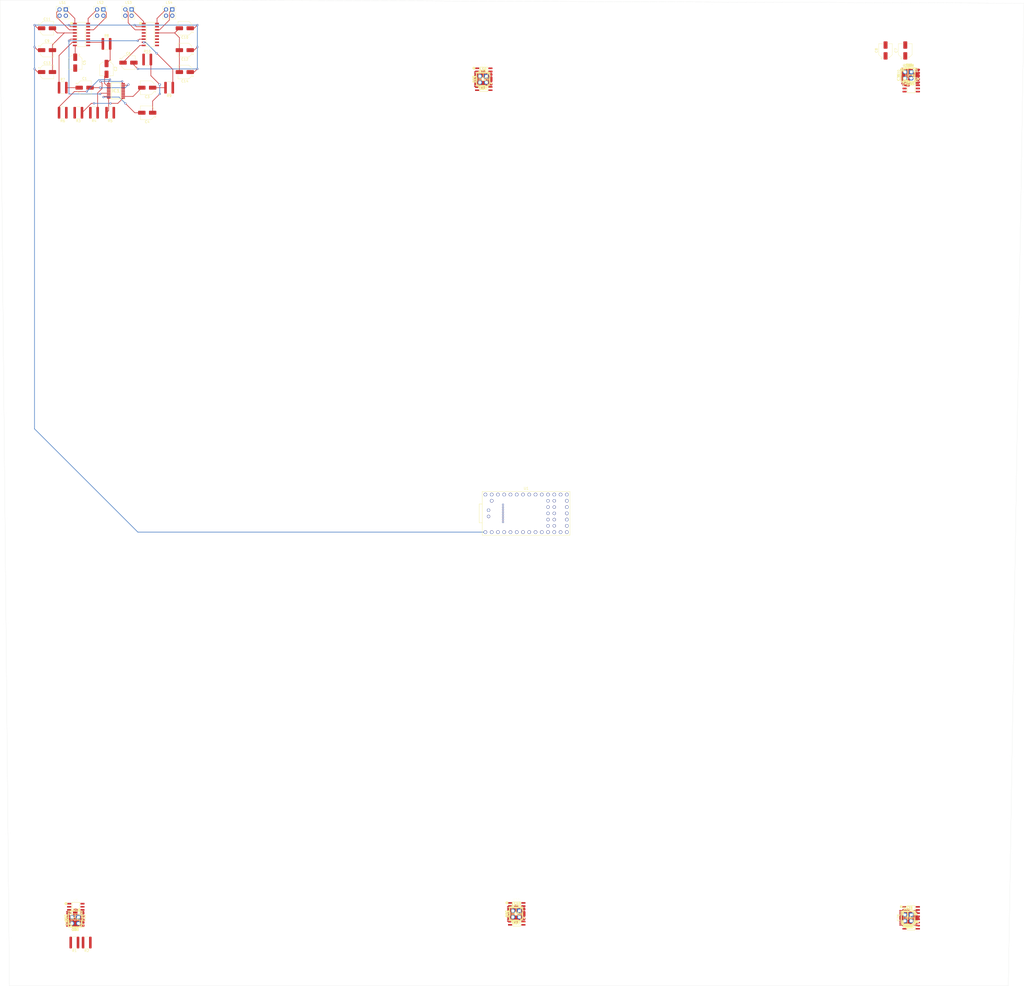
<source format=kicad_pcb>
(kicad_pcb (version 20171130) (host pcbnew "(5.1.9-0-10_14)")
  (layers (0 F.Cu signal) (31 B.Cu signal) (34 B.Paste user) (35 F.Paste user) (36 B.SilkS user) (37 F.SilkS user) (38 B.Mask user) (39 F.Mask user) (44 Edge.Cuts user))
  (net 0 "")
  (net 1 "Net-(C1-Pad2)")
  (net 2 "Net-(C1-Pad1)")
  (net 3 "Net-(C2-Pad1)")
  (net 4 "Net-(C2-Pad2)")
  (net 5 "Net-(C3-Pad2)")
  (net 6 "Net-(C3-Pad1)")
  (net 7 "Net-(C4-Pad1)")
  (net 8 "Net-(C4-Pad2)")
  (net 9 "Net-(C5-Pad1)")
  (net 10 TeensyGND)
  (net 11 "Net-(C6-Pad1)")
  (net 12 TeensyVDD)
  (net 13 "Net-(C11-Pad2)")
  (net 14 "Net-(C10-Pad2)")
  (net 15 "Net-(C15-Pad2)")
  (net 16 "Net-(C15-Pad1)")
  (net 17 "Net-(C16-Pad1)")
  (net 18 "Net-(C16-Pad2)")
  (net 19 "Net-(C17-Pad1)")
  (net 20 "Net-(C17-Pad2)")
  (net 21 "Net-(C18-Pad2)")
  (net 22 "Net-(C18-Pad1)")
  (net 23 "Net-(C19-Pad1)")
  (net 24 "Net-(C20-Pad1)")
  (net 25 "Net-(C23-Pad2)")
  (net 26 "Net-(C24-Pad2)")
  (net 27 "Net-(C29-Pad1)")
  (net 28 "Net-(C29-Pad2)")
  (net 29 "Net-(C30-Pad2)")
  (net 30 "Net-(C30-Pad1)")
  (net 31 "Net-(C31-Pad2)")
  (net 32 "Net-(C31-Pad1)")
  (net 33 "Net-(C32-Pad1)")
  (net 34 "Net-(C32-Pad2)")
  (net 35 "Net-(C33-Pad1)")
  (net 36 "Net-(C34-Pad1)")
  (net 37 "Net-(C37-Pad2)")
  (net 38 "Net-(C38-Pad2)")
  (net 39 "Net-(C43-Pad2)")
  (net 40 "Net-(C43-Pad1)")
  (net 41 "Net-(C44-Pad1)")
  (net 42 "Net-(C44-Pad2)")
  (net 43 "Net-(C45-Pad1)")
  (net 44 "Net-(C45-Pad2)")
  (net 45 "Net-(C46-Pad2)")
  (net 46 "Net-(C46-Pad1)")
  (net 47 "Net-(C47-Pad1)")
  (net 48 "Net-(C48-Pad1)")
  (net 49 "Net-(C51-Pad2)")
  (net 50 "Net-(C52-Pad2)")
  (net 51 "Net-(C57-Pad2)")
  (net 52 "Net-(C57-Pad1)")
  (net 53 "Net-(C58-Pad1)")
  (net 54 "Net-(C58-Pad2)")
  (net 55 "Net-(C59-Pad2)")
  (net 56 "Net-(C59-Pad1)")
  (net 57 "Net-(C60-Pad1)")
  (net 58 "Net-(C60-Pad2)")
  (net 59 "Net-(C61-Pad1)")
  (net 60 "Net-(C62-Pad1)")
  (net 61 "Net-(C65-Pad2)")
  (net 62 "Net-(C66-Pad2)")
  (net 63 "Net-(C71-Pad2)")
  (net 64 "Net-(C71-Pad1)")
  (net 65 "Net-(C72-Pad2)")
  (net 66 "Net-(C72-Pad1)")
  (net 67 "Net-(C73-Pad2)")
  (net 68 "Net-(C73-Pad1)")
  (net 69 "Net-(C74-Pad2)")
  (net 70 "Net-(C74-Pad1)")
  (net 71 "Net-(C75-Pad1)")
  (net 72 "Net-(C76-Pad1)")
  (net 73 "Net-(C79-Pad2)")
  (net 74 "Net-(C80-Pad2)")
  (net 75 "Net-(IC1-Pad20)")
  (net 76 "Net-(IC1-Pad15)")
  (net 77 "Net-(IC1-Pad14)")
  (net 78 "Net-(IC1-Pad11)")
  (net 79 "Net-(IC1-Pad10)")
  (net 80 SDA0)
  (net 81 SCL0)
  (net 82 "Net-(IC1-Pad1)")
  (net 83 "Net-(IC2-Pad1)")
  (net 84 "Net-(IC2-Pad10)")
  (net 85 "Net-(IC2-Pad11)")
  (net 86 "Net-(IC2-Pad14)")
  (net 87 "Net-(IC2-Pad15)")
  (net 88 "Net-(IC2-Pad20)")
  (net 89 "Net-(IC3-Pad20)")
  (net 90 "Net-(IC3-Pad15)")
  (net 91 "Net-(IC3-Pad14)")
  (net 92 "Net-(IC3-Pad11)")
  (net 93 "Net-(IC3-Pad10)")
  (net 94 "Net-(IC3-Pad1)")
  (net 95 "Net-(IC4-Pad1)")
  (net 96 "Net-(IC4-Pad10)")
  (net 97 "Net-(IC4-Pad11)")
  (net 98 "Net-(IC4-Pad14)")
  (net 99 "Net-(IC4-Pad15)")
  (net 100 "Net-(IC4-Pad20)")
  (net 101 "Net-(IC5-Pad20)")
  (net 102 "Net-(IC5-Pad15)")
  (net 103 "Net-(IC5-Pad14)")
  (net 104 "Net-(IC5-Pad11)")
  (net 105 "Net-(IC5-Pad10)")
  (net 106 SDA1)
  (net 107 SCL1)
  (net 108 "Net-(IC5-Pad1)")
  (net 109 "Net-(IC6-Pad1)")
  (net 110 "Net-(IC6-Pad10)")
  (net 111 "Net-(IC6-Pad11)")
  (net 112 "Net-(IC6-Pad14)")
  (net 113 "Net-(IC6-Pad15)")
  (net 114 "Net-(IC6-Pad20)")
  (net 115 "Net-(LS1-Pad1)")
  (net 116 "Net-(LS1-Pad2)")
  (net 117 "Net-(LS2-Pad2)")
  (net 118 "Net-(LS2-Pad1)")
  (net 119 "Net-(LS3-Pad2)")
  (net 120 "Net-(LS3-Pad1)")
  (net 121 "Net-(LS4-Pad2)")
  (net 122 "Net-(LS4-Pad1)")
  (net 123 "Net-(LS5-Pad1)")
  (net 124 "Net-(LS5-Pad2)")
  (net 125 "Net-(LS6-Pad2)")
  (net 126 "Net-(LS6-Pad1)")
  (net 127 "Net-(LS7-Pad2)")
  (net 128 "Net-(LS7-Pad1)")
  (net 129 "Net-(LS8-Pad1)")
  (net 130 "Net-(LS8-Pad2)")
  (net 131 "Net-(LS9-Pad2)")
  (net 132 "Net-(LS9-Pad1)")
  (net 133 "Net-(LS10-Pad1)")
  (net 134 "Net-(LS10-Pad2)")
  (net 135 "Net-(LS11-Pad1)")
  (net 136 "Net-(LS11-Pad2)")
  (net 137 "Net-(LS12-Pad1)")
  (net 138 "Net-(LS12-Pad2)")
  (net 139 "Net-(LS13-Pad2)")
  (net 140 "Net-(LS13-Pad1)")
  (net 141 "Net-(LS14-Pad1)")
  (net 142 "Net-(LS14-Pad2)")
  (net 143 "Net-(LS15-Pad2)")
  (net 144 "Net-(LS15-Pad1)")
  (net 145 "Net-(LS16-Pad1)")
  (net 146 "Net-(LS16-Pad2)")
  (net 147 "Net-(LS17-Pad2)")
  (net 148 "Net-(LS17-Pad1)")
  (net 149 "Net-(LS18-Pad1)")
  (net 150 "Net-(LS18-Pad2)")
  (net 151 "Net-(LS19-Pad2)")
  (net 152 "Net-(LS19-Pad1)")
  (net 153 "Net-(LS20-Pad1)")
  (net 154 "Net-(LS20-Pad2)")
  (net 155 "Net-(LS21-Pad1)")
  (net 156 "Net-(LS21-Pad2)")
  (net 157 "Net-(LS22-Pad2)")
  (net 158 "Net-(LS22-Pad1)")
  (net 159 "Net-(LS23-Pad2)")
  (net 160 "Net-(LS23-Pad1)")
  (net 161 "Net-(LS24-Pad1)")
  (net 162 "Net-(LS24-Pad2)")
  (net 163 FREQ4)
  (net 164 FREQ2)
  (net 165 FREQ3)
  (net 166 FREQ1)
  (net 167 "Net-(R7-Pad1)")
  (net 168 "Net-(R8-Pad1)")
  (net 169 "Net-(R9-Pad1)")
  (net 170 "Net-(R10-Pad1)")
  (net 171 FREQ8)
  (net 172 FREQ6)
  (net 173 FREQ7)
  (net 174 FREQ5)
  (net 175 "Net-(R17-Pad1)")
  (net 176 "Net-(R18-Pad1)")
  (net 177 "Net-(R19-Pad1)")
  (net 178 "Net-(R20-Pad1)")
  (net 179 FREQ10)
  (net 180 FREQ9)
  (net 181 "Net-(R27-Pad1)")
  (net 182 "Net-(R28-Pad1)")
  (net 183 "Net-(R29-Pad1)")
  (net 184 "Net-(R30-Pad1)")
  (net 185 FREQ12)
  (net 186 FREQ11)
  (net 187 "Net-(R37-Pad1)")
  (net 188 "Net-(R38-Pad1)")
  (net 189 "Net-(R39-Pad1)")
  (net 190 "Net-(R40-Pad1)")
  (net 191 FREQ14)
  (net 192 FREQ13)
  (net 193 "Net-(R47-Pad1)")
  (net 194 "Net-(R48-Pad1)")
  (net 195 "Net-(R49-Pad1)")
  (net 196 "Net-(R50-Pad1)")
  (net 197 FREQ16)
  (net 198 FREQ15)
  (net 199 "Net-(R57-Pad1)")
  (net 200 "Net-(R58-Pad1)")
  (net 201 "Net-(R59-Pad1)")
  (net 202 "Net-(R60-Pad1)")
  (net 203 "Net-(U1-Pad2)")
  (net 204 "Net-(U1-Pad35)")
  (net 205 "Net-(U1-Pad36)")
  (net 206 "Net-(U1-Pad37)")
  (net 207 "Net-(U1-Pad38)")
  (net 208 "Net-(U1-Pad40)")
  (net 209 "Net-(U1-Pad41)")
  (net 210 "Net-(U1-Pad42)")
  (net 211 "Net-(U1-Pad43)")
  (net 212 "Net-(U1-Pad44)")
  (net 213 "Net-(U1-Pad46)")
  (net 214 "Net-(U1-Pad47)")
  (net 215 "Net-(U1-Pad49)")
  (net 216 "Net-(U1-Pad51)")
  (net 217 "Net-(U1-Pad52)")
  (net 218 "Net-(U1-Pad53)")
  (net 219 "Net-(U1-Pad54)")
  (net 220 "Net-(U1-Pad3)")
  (net 221 "Net-(U1-Pad5)")
  (net 222 "Net-(U1-Pad10)")
  (net 223 "Net-(U1-Pad11)")
  (net 224 "Net-(U1-Pad15)")
  (net 225 "Net-(U1-Pad16)")
  (net 226 "Net-(U1-Pad17)")
  (net 227 "Net-(U1-Pad18)")
  (net 228 "Net-(U1-Pad19)")
  (net 229 "Net-(U1-Pad27)")
  (net 230 "Net-(U1-Pad28)")
  (net 231 "Net-(U1-Pad30)")
  (net 232 "Net-(U1-Pad32)")
  (net 233 "Net-(U1-Pad34)")
  (net 234 +3V3)
  (net 235 "Net-(U2-Pad12)")
  (net 236 "Net-(U2-Pad9)")
  (net 237 "Net-(U2-Pad5)")
  (net 238 "Net-(U3-Pad5)")
  (net 239 "Net-(U3-Pad9)")
  (net 240 "Net-(U3-Pad12)")
  (net 241 "Net-(U4-Pad12)")
  (net 242 "Net-(U4-Pad9)")
  (net 243 "Net-(U4-Pad5)")
  (net 244 "Net-(U5-Pad5)")
  (net 245 "Net-(U5-Pad9)")
  (net 246 "Net-(U5-Pad12)")
  (net 247 "Net-(U6-Pad12)")
  (net 248 "Net-(U6-Pad9)")
  (net 249 "Net-(U6-Pad5)")
  (net 250 "Net-(U7-Pad5)")
  (net 251 "Net-(U7-Pad9)")
  (net 252 "Net-(U7-Pad12)")
  (net 253 "Net-(U8-Pad12)")
  (net 254 "Net-(U8-Pad9)")
  (net 255 "Net-(U8-Pad5)")
  (net 256 "Net-(U9-Pad5)")
  (net 257 "Net-(U9-Pad9)")
  (net 258 "Net-(U9-Pad12)")
  (net 259 "Net-(U10-Pad12)")
  (net 260 "Net-(U10-Pad9)")
  (net 261 "Net-(U10-Pad5)")
  (net 262 "Net-(U11-Pad5)")
  (net 263 "Net-(U11-Pad9)")
  (net 264 "Net-(U11-Pad12)")
  (net 265 "Net-(U12-Pad12)")
  (net 266 "Net-(U12-Pad9)")
  (net 267 "Net-(U12-Pad5)")
  (net 268 "Net-(U13-Pad5)")
  (net 269 "Net-(U13-Pad9)")
  (net 270 "Net-(U13-Pad12)")
  (module "SMD Capacitor:CP_Elec_5x5.9" (layer F.Cu) (at 57.15 -389.89)
    (fp_text reference C1 (at 0 -3.7) (layer F.SilkS))
    (fp_text value 0.47uF)
    (pad 2 smd roundrect (at 2.2 0) (size 3 1.6) (layers F.Cu F.Paste F.Mask) (roundrect_rratio 0.15625) (net 1 "Net-(C1-Pad2)"))
    (pad 1 smd roundrect (at -2.2 0) (size 3 1.6) (layers F.Cu F.Paste F.Mask) (roundrect_rratio 0.15625) (net 2 "Net-(C1-Pad1)"))
  )
  (module "SMD Capacitor:CP_Elec_5x5.9" (layer F.Cu) (at 66.04 -397.51 270)
    (fp_text reference C2 (at 0 -3.7 90) (layer F.SilkS))
    (fp_text value 0.47uF)
    (pad 1 smd roundrect (at -2.2 0 270) (size 3 1.6) (layers F.Cu F.Paste F.Mask) (roundrect_rratio 0.15625) (net 3 "Net-(C2-Pad1)"))
    (pad 2 smd roundrect (at 2.2 0 270) (size 3 1.6) (layers F.Cu F.Paste F.Mask) (roundrect_rratio 0.15625) (net 4 "Net-(C2-Pad2)"))
  )
  (module "SMD Capacitor:CP_Elec_5x5.9" (layer F.Cu) (at 82.55 -389.89 180)
    (fp_text reference C3 (at 0 -3.7) (layer F.SilkS))
    (fp_text value 0.47uF)
    (pad 2 smd roundrect (at 2.2 0 180) (size 3 1.6) (layers F.Cu F.Paste F.Mask) (roundrect_rratio 0.15625) (net 5 "Net-(C3-Pad2)"))
    (pad 1 smd roundrect (at -2.2 0 180) (size 3 1.6) (layers F.Cu F.Paste F.Mask) (roundrect_rratio 0.15625) (net 6 "Net-(C3-Pad1)"))
  )
  (module "SMD Capacitor:CP_Elec_5x5.9" (layer F.Cu) (at 82.55 -379.73 180)
    (fp_text reference C4 (at 0 -3.7) (layer F.SilkS))
    (fp_text value 0.47uF)
    (pad 1 smd roundrect (at -2.2 0 180) (size 3 1.6) (layers F.Cu F.Paste F.Mask) (roundrect_rratio 0.15625) (net 7 "Net-(C4-Pad1)"))
    (pad 2 smd roundrect (at 2.2 0 180) (size 3 1.6) (layers F.Cu F.Paste F.Mask) (roundrect_rratio 0.15625) (net 8 "Net-(C4-Pad2)"))
  )
  (module "SMD Capacitor:CP_Elec_5x5.9" (layer F.Cu) (at 53.34 -400.05 270)
    (fp_text reference C5 (at 0 -3.7 90) (layer F.SilkS))
    (fp_text value 0.1uF)
    (pad 1 smd roundrect (at -2.2 0 270) (size 3 1.6) (layers F.Cu F.Paste F.Mask) (roundrect_rratio 0.15625) (net 9 "Net-(C5-Pad1)"))
    (pad 2 smd roundrect (at 2.2 0 270) (size 3 1.6) (layers F.Cu F.Paste F.Mask) (roundrect_rratio 0.15625) (net 10 TeensyGND))
  )
  (module "SMD Capacitor:CP_Elec_5x5.9" (layer F.Cu) (at 74.93 -400.05)
    (fp_text reference C6 (at 0 -3.7) (layer F.SilkS))
    (fp_text value 0.1uF)
    (pad 1 smd roundrect (at -2.2 0) (size 3 1.6) (layers F.Cu F.Paste F.Mask) (roundrect_rratio 0.15625) (net 11 "Net-(C6-Pad1)"))
    (pad 2 smd roundrect (at 2.2 0) (size 3 1.6) (layers F.Cu F.Paste F.Mask) (roundrect_rratio 0.15625) (net 10 TeensyGND))
  )
  (module "SMD Capacitor:CP_Elec_5x5.9" (layer F.Cu) (at 390 -405 90)
    (fp_text reference C7 (at 0 -3.7 90) (layer F.SilkS))
    (fp_text value 1uF)
    (pad 2 smd roundrect (at 2.2 0 90) (size 3 1.6) (layers F.Cu F.Paste F.Mask) (roundrect_rratio 0.15625) (net 12 TeensyVDD))
    (pad 1 smd roundrect (at -2.2 0 90) (size 3 1.6) (layers F.Cu F.Paste F.Mask) (roundrect_rratio 0.15625) (net 10 TeensyGND))
  )
  (module "SMD Capacitor:CP_Elec_5x5.9" (layer F.Cu) (at 382 -405 90)
    (fp_text reference C8 (at 0 -3.7 90) (layer F.SilkS))
    (fp_text value 1uF)
    (pad 2 smd roundrect (at 2.2 0 90) (size 3 1.6) (layers F.Cu F.Paste F.Mask) (roundrect_rratio 0.15625) (net 12 TeensyVDD))
    (pad 1 smd roundrect (at -2.2 0 90) (size 3 1.6) (layers F.Cu F.Paste F.Mask) (roundrect_rratio 0.15625) (net 10 TeensyGND))
  )
  (module "SMD Capacitor:CP_Elec_5x5.9" (layer F.Cu) (at 41.91 -405.13)
    (fp_text reference C9 (at 0 -3.7) (layer F.SilkS))
    (fp_text value 1uF)
    (pad 2 smd roundrect (at 2.2 0) (size 3 1.6) (layers F.Cu F.Paste F.Mask) (roundrect_rratio 0.15625) (net 13 "Net-(C11-Pad2)"))
    (pad 1 smd roundrect (at -2.2 0) (size 3 1.6) (layers F.Cu F.Paste F.Mask) (roundrect_rratio 0.15625) (net 10 TeensyGND))
  )
  (module "SMD Capacitor:CP_Elec_5x5.9" (layer F.Cu) (at 97.79 -414.02 180)
    (fp_text reference C10 (at 0 -3.7) (layer F.SilkS))
    (fp_text value 1uF)
    (pad 2 smd roundrect (at 2.2 0 180) (size 3 1.6) (layers F.Cu F.Paste F.Mask) (roundrect_rratio 0.15625) (net 14 "Net-(C10-Pad2)"))
    (pad 1 smd roundrect (at -2.2 0 180) (size 3 1.6) (layers F.Cu F.Paste F.Mask) (roundrect_rratio 0.15625) (net 10 TeensyGND))
  )
  (module "SMD Capacitor:CP_Elec_5x5.9" (layer F.Cu) (at 41.91 -414.02)
    (fp_text reference C11 (at 0 -3.7) (layer F.SilkS))
    (fp_text value 470uF)
    (pad 1 smd roundrect (at -2.2 0) (size 3 1.6) (layers F.Cu F.Paste F.Mask) (roundrect_rratio 0.15625) (net 10 TeensyGND))
    (pad 2 smd roundrect (at 2.2 0) (size 3 1.6) (layers F.Cu F.Paste F.Mask) (roundrect_rratio 0.15625) (net 13 "Net-(C11-Pad2)"))
  )
  (module "SMD Capacitor:CP_Elec_5x5.9" (layer F.Cu) (at 97.79 -405.13 180)
    (fp_text reference C12 (at 0 -3.7) (layer F.SilkS))
    (fp_text value 470uF)
    (pad 1 smd roundrect (at -2.2 0 180) (size 3 1.6) (layers F.Cu F.Paste F.Mask) (roundrect_rratio 0.15625) (net 10 TeensyGND))
    (pad 2 smd roundrect (at 2.2 0 180) (size 3 1.6) (layers F.Cu F.Paste F.Mask) (roundrect_rratio 0.15625) (net 14 "Net-(C10-Pad2)"))
  )
  (module "SMD Capacitor:CP_Elec_5x5.9" (layer F.Cu) (at 41.91 -396.24)
    (fp_text reference C13 (at 0 -3.7) (layer F.SilkS))
    (fp_text value 1uF)
    (pad 2 smd roundrect (at 2.2 0) (size 3 1.6) (layers F.Cu F.Paste F.Mask) (roundrect_rratio 0.15625) (net 13 "Net-(C11-Pad2)"))
    (pad 1 smd roundrect (at -2.2 0) (size 3 1.6) (layers F.Cu F.Paste F.Mask) (roundrect_rratio 0.15625) (net 10 TeensyGND))
  )
  (module "SMD Capacitor:CP_Elec_5x5.9" (layer F.Cu) (at 97.79 -396.24 180)
    (fp_text reference C14 (at 0 -3.7) (layer F.SilkS))
    (fp_text value 1uF)
    (pad 2 smd roundrect (at 2.2 0 180) (size 3 1.6) (layers F.Cu F.Paste F.Mask) (roundrect_rratio 0.15625) (net 14 "Net-(C10-Pad2)"))
    (pad 1 smd roundrect (at -2.2 0 180) (size 3 1.6) (layers F.Cu F.Paste F.Mask) (roundrect_rratio 0.15625) (net 10 TeensyGND))
  )
  (module "SMD Capacitor:CP_Elec_5x5.9" (layer F.Cu) (at 218.775447 -393.311087 180)
    (fp_text reference C15 (at 0 -3.7) (layer F.SilkS))
    (fp_text value 0.47uF)
    (pad 2 smd roundrect (at 2.2 0 180) (size 3 1.6) (layers F.Cu F.Paste F.Mask) (roundrect_rratio 0.15625) (net 15 "Net-(C15-Pad2)"))
    (pad 1 smd roundrect (at -2.2 0 180) (size 3 1.6) (layers F.Cu F.Paste F.Mask) (roundrect_rratio 0.15625) (net 16 "Net-(C15-Pad1)"))
  )
  (module "SMD Capacitor:CP_Elec_5x5.9" (layer F.Cu) (at 218.775447 -393.311087 180)
    (fp_text reference C16 (at 0 -3.7) (layer F.SilkS))
    (fp_text value 0.47uF)
    (pad 1 smd roundrect (at -2.2 0 180) (size 3 1.6) (layers F.Cu F.Paste F.Mask) (roundrect_rratio 0.15625) (net 17 "Net-(C16-Pad1)"))
    (pad 2 smd roundrect (at 2.2 0 180) (size 3 1.6) (layers F.Cu F.Paste F.Mask) (roundrect_rratio 0.15625) (net 18 "Net-(C16-Pad2)"))
  )
  (module "SMD Capacitor:CP_Elec_5x5.9" (layer F.Cu) (at 218.775447 -393.311087 180)
    (fp_text reference C17 (at 0 -3.7) (layer F.SilkS))
    (fp_text value 0.47uF)
    (pad 1 smd roundrect (at -2.2 0 180) (size 3 1.6) (layers F.Cu F.Paste F.Mask) (roundrect_rratio 0.15625) (net 19 "Net-(C17-Pad1)"))
    (pad 2 smd roundrect (at 2.2 0 180) (size 3 1.6) (layers F.Cu F.Paste F.Mask) (roundrect_rratio 0.15625) (net 20 "Net-(C17-Pad2)"))
  )
  (module "SMD Capacitor:CP_Elec_5x5.9" (layer F.Cu) (at 218.775447 -393.311087 180)
    (fp_text reference C18 (at 0 -3.7) (layer F.SilkS))
    (fp_text value 0.47uF)
    (pad 2 smd roundrect (at 2.2 0 180) (size 3 1.6) (layers F.Cu F.Paste F.Mask) (roundrect_rratio 0.15625) (net 21 "Net-(C18-Pad2)"))
    (pad 1 smd roundrect (at -2.2 0 180) (size 3 1.6) (layers F.Cu F.Paste F.Mask) (roundrect_rratio 0.15625) (net 22 "Net-(C18-Pad1)"))
  )
  (module "SMD Capacitor:CP_Elec_5x5.9" (layer F.Cu) (at 218.775447 -393.311087 90)
    (fp_text reference C19 (at 0 -3.7 90) (layer F.SilkS))
    (fp_text value 0.1uF)
    (pad 1 smd roundrect (at -2.2 0 90) (size 3 1.6) (layers F.Cu F.Paste F.Mask) (roundrect_rratio 0.15625) (net 23 "Net-(C19-Pad1)"))
    (pad 2 smd roundrect (at 2.2 0 90) (size 3 1.6) (layers F.Cu F.Paste F.Mask) (roundrect_rratio 0.15625) (net 10 TeensyGND))
  )
  (module "SMD Capacitor:CP_Elec_5x5.9" (layer F.Cu) (at 218.775447 -393.311087 90)
    (fp_text reference C20 (at 0 -3.7 90) (layer F.SilkS))
    (fp_text value 0.1uF)
    (pad 2 smd roundrect (at 2.2 0 90) (size 3 1.6) (layers F.Cu F.Paste F.Mask) (roundrect_rratio 0.15625) (net 10 TeensyGND))
    (pad 1 smd roundrect (at -2.2 0 90) (size 3 1.6) (layers F.Cu F.Paste F.Mask) (roundrect_rratio 0.15625) (net 24 "Net-(C20-Pad1)"))
  )
  (module "SMD Capacitor:CP_Elec_5x5.9" (layer F.Cu) (at 218.775447 -393.311087 180)
    (fp_text reference C21 (at 0 -3.7) (layer F.SilkS))
    (fp_text value 1uF)
    (pad 2 smd roundrect (at 2.2 0 180) (size 3 1.6) (layers F.Cu F.Paste F.Mask) (roundrect_rratio 0.15625) (net 12 TeensyVDD))
    (pad 1 smd roundrect (at -2.2 0 180) (size 3 1.6) (layers F.Cu F.Paste F.Mask) (roundrect_rratio 0.15625) (net 10 TeensyGND))
  )
  (module "SMD Capacitor:CP_Elec_5x5.9" (layer F.Cu) (at 218.775447 -393.311087 180)
    (fp_text reference C22 (at 0 -3.7) (layer F.SilkS))
    (fp_text value 1uF)
    (pad 1 smd roundrect (at -2.2 0 180) (size 3 1.6) (layers F.Cu F.Paste F.Mask) (roundrect_rratio 0.15625) (net 10 TeensyGND))
    (pad 2 smd roundrect (at 2.2 0 180) (size 3 1.6) (layers F.Cu F.Paste F.Mask) (roundrect_rratio 0.15625) (net 12 TeensyVDD))
  )
  (module "SMD Capacitor:CP_Elec_5x5.9" (layer F.Cu) (at 218.775447 -393.311087 90)
    (fp_text reference C23 (at 0 -3.7 90) (layer F.SilkS))
    (fp_text value 1uF)
    (pad 2 smd roundrect (at 2.2 0 90) (size 3 1.6) (layers F.Cu F.Paste F.Mask) (roundrect_rratio 0.15625) (net 25 "Net-(C23-Pad2)"))
    (pad 1 smd roundrect (at -2.2 0 90) (size 3 1.6) (layers F.Cu F.Paste F.Mask) (roundrect_rratio 0.15625) (net 10 TeensyGND))
  )
  (module "SMD Capacitor:CP_Elec_5x5.9" (layer F.Cu) (at 218.775447 -393.311087 90)
    (fp_text reference C24 (at 0 -3.7 90) (layer F.SilkS))
    (fp_text value 1uF)
    (pad 1 smd roundrect (at -2.2 0 90) (size 3 1.6) (layers F.Cu F.Paste F.Mask) (roundrect_rratio 0.15625) (net 10 TeensyGND))
    (pad 2 smd roundrect (at 2.2 0 90) (size 3 1.6) (layers F.Cu F.Paste F.Mask) (roundrect_rratio 0.15625) (net 26 "Net-(C24-Pad2)"))
  )
  (module "SMD Capacitor:CP_Elec_5x5.9" (layer F.Cu) (at 218.775447 -393.311087 90)
    (fp_text reference C25 (at 0 -3.7 90) (layer F.SilkS))
    (fp_text value 470uF)
    (pad 1 smd roundrect (at -2.2 0 90) (size 3 1.6) (layers F.Cu F.Paste F.Mask) (roundrect_rratio 0.15625) (net 10 TeensyGND))
    (pad 2 smd roundrect (at 2.2 0 90) (size 3 1.6) (layers F.Cu F.Paste F.Mask) (roundrect_rratio 0.15625) (net 25 "Net-(C23-Pad2)"))
  )
  (module "SMD Capacitor:CP_Elec_5x5.9" (layer F.Cu) (at 218.775447 -393.311087 180)
    (fp_text reference C26 (at 0 -3.7) (layer F.SilkS))
    (fp_text value 470uF)
    (pad 1 smd roundrect (at -2.2 0 180) (size 3 1.6) (layers F.Cu F.Paste F.Mask) (roundrect_rratio 0.15625) (net 10 TeensyGND))
    (pad 2 smd roundrect (at 2.2 0 180) (size 3 1.6) (layers F.Cu F.Paste F.Mask) (roundrect_rratio 0.15625) (net 26 "Net-(C24-Pad2)"))
  )
  (module "SMD Capacitor:CP_Elec_5x5.9" (layer F.Cu) (at 218.775447 -393.311087 90)
    (fp_text reference C27 (at 0 -3.7 90) (layer F.SilkS))
    (fp_text value 1uF)
    (pad 1 smd roundrect (at -2.2 0 90) (size 3 1.6) (layers F.Cu F.Paste F.Mask) (roundrect_rratio 0.15625) (net 10 TeensyGND))
    (pad 2 smd roundrect (at 2.2 0 90) (size 3 1.6) (layers F.Cu F.Paste F.Mask) (roundrect_rratio 0.15625) (net 25 "Net-(C23-Pad2)"))
  )
  (module "SMD Capacitor:CP_Elec_5x5.9" (layer F.Cu) (at 218.775447 -393.311087 180)
    (fp_text reference C28 (at 0 -3.7) (layer F.SilkS))
    (fp_text value 1uF)
    (pad 2 smd roundrect (at 2.2 0 180) (size 3 1.6) (layers F.Cu F.Paste F.Mask) (roundrect_rratio 0.15625) (net 26 "Net-(C24-Pad2)"))
    (pad 1 smd roundrect (at -2.2 0 180) (size 3 1.6) (layers F.Cu F.Paste F.Mask) (roundrect_rratio 0.15625) (net 10 TeensyGND))
  )
  (module "SMD Capacitor:CP_Elec_5x5.9" (layer F.Cu) (at 392.04 -395.14 180)
    (fp_text reference C29 (at 0 -3.7) (layer F.SilkS))
    (fp_text value 0.47uF)
    (pad 1 smd roundrect (at -2.2 0 180) (size 3 1.6) (layers F.Cu F.Paste F.Mask) (roundrect_rratio 0.15625) (net 27 "Net-(C29-Pad1)"))
    (pad 2 smd roundrect (at 2.2 0 180) (size 3 1.6) (layers F.Cu F.Paste F.Mask) (roundrect_rratio 0.15625) (net 28 "Net-(C29-Pad2)"))
  )
  (module "SMD Capacitor:CP_Elec_5x5.9" (layer F.Cu) (at 392.04 -395.14 180)
    (fp_text reference C30 (at 0 -3.7) (layer F.SilkS))
    (fp_text value 0.47uF)
    (pad 2 smd roundrect (at 2.2 0 180) (size 3 1.6) (layers F.Cu F.Paste F.Mask) (roundrect_rratio 0.15625) (net 29 "Net-(C30-Pad2)"))
    (pad 1 smd roundrect (at -2.2 0 180) (size 3 1.6) (layers F.Cu F.Paste F.Mask) (roundrect_rratio 0.15625) (net 30 "Net-(C30-Pad1)"))
  )
  (module "SMD Capacitor:CP_Elec_5x5.9" (layer F.Cu) (at 392.04 -395.14 180)
    (fp_text reference C31 (at 0 -3.7) (layer F.SilkS))
    (fp_text value 0.47uF)
    (pad 2 smd roundrect (at 2.2 0 180) (size 3 1.6) (layers F.Cu F.Paste F.Mask) (roundrect_rratio 0.15625) (net 31 "Net-(C31-Pad2)"))
    (pad 1 smd roundrect (at -2.2 0 180) (size 3 1.6) (layers F.Cu F.Paste F.Mask) (roundrect_rratio 0.15625) (net 32 "Net-(C31-Pad1)"))
  )
  (module "SMD Capacitor:CP_Elec_5x5.9" (layer F.Cu) (at 392.04 -395.14 180)
    (fp_text reference C32 (at 0 -3.7) (layer F.SilkS))
    (fp_text value 0.47uF)
    (pad 1 smd roundrect (at -2.2 0 180) (size 3 1.6) (layers F.Cu F.Paste F.Mask) (roundrect_rratio 0.15625) (net 33 "Net-(C32-Pad1)"))
    (pad 2 smd roundrect (at 2.2 0 180) (size 3 1.6) (layers F.Cu F.Paste F.Mask) (roundrect_rratio 0.15625) (net 34 "Net-(C32-Pad2)"))
  )
  (module "SMD Capacitor:CP_Elec_5x5.9" (layer F.Cu) (at 392.04 -395.14 180)
    (fp_text reference C33 (at 0 -3.7) (layer F.SilkS))
    (fp_text value 0.1uF)
    (pad 2 smd roundrect (at 2.2 0 180) (size 3 1.6) (layers F.Cu F.Paste F.Mask) (roundrect_rratio 0.15625) (net 10 TeensyGND))
    (pad 1 smd roundrect (at -2.2 0 180) (size 3 1.6) (layers F.Cu F.Paste F.Mask) (roundrect_rratio 0.15625) (net 35 "Net-(C33-Pad1)"))
  )
  (module "SMD Capacitor:CP_Elec_5x5.9" (layer F.Cu) (at 392.04 -395.14)
    (fp_text reference C34 (at 0 -3.7) (layer F.SilkS))
    (fp_text value 0.1uF)
    (pad 1 smd roundrect (at -2.2 0) (size 3 1.6) (layers F.Cu F.Paste F.Mask) (roundrect_rratio 0.15625) (net 36 "Net-(C34-Pad1)"))
    (pad 2 smd roundrect (at 2.2 0) (size 3 1.6) (layers F.Cu F.Paste F.Mask) (roundrect_rratio 0.15625) (net 10 TeensyGND))
  )
  (module "SMD Capacitor:CP_Elec_5x5.9" (layer F.Cu) (at 390.99 -394.09 90)
    (fp_text reference C35 (at 0 -3.7 90) (layer F.SilkS))
    (fp_text value 1uF)
    (pad 1 smd roundrect (at -2.2 0 90) (size 3 1.6) (layers F.Cu F.Paste F.Mask) (roundrect_rratio 0.15625) (net 10 TeensyGND))
    (pad 2 smd roundrect (at 2.2 0 90) (size 3 1.6) (layers F.Cu F.Paste F.Mask) (roundrect_rratio 0.15625) (net 12 TeensyVDD))
  )
  (module "SMD Capacitor:CP_Elec_5x5.9" (layer F.Cu) (at 390.99 -394.09 90)
    (fp_text reference C36 (at 0 -3.7 90) (layer F.SilkS))
    (fp_text value 1uF)
    (pad 2 smd roundrect (at 2.2 0 90) (size 3 1.6) (layers F.Cu F.Paste F.Mask) (roundrect_rratio 0.15625) (net 12 TeensyVDD))
    (pad 1 smd roundrect (at -2.2 0 90) (size 3 1.6) (layers F.Cu F.Paste F.Mask) (roundrect_rratio 0.15625) (net 10 TeensyGND))
  )
  (module "SMD Capacitor:CP_Elec_5x5.9" (layer F.Cu) (at 392.04 -395.14 180)
    (fp_text reference C37 (at 0 -3.7) (layer F.SilkS))
    (fp_text value 1uF)
    (pad 1 smd roundrect (at -2.2 0 180) (size 3 1.6) (layers F.Cu F.Paste F.Mask) (roundrect_rratio 0.15625) (net 10 TeensyGND))
    (pad 2 smd roundrect (at 2.2 0 180) (size 3 1.6) (layers F.Cu F.Paste F.Mask) (roundrect_rratio 0.15625) (net 37 "Net-(C37-Pad2)"))
  )
  (module "SMD Capacitor:CP_Elec_5x5.9" (layer F.Cu) (at 392.04 -395.14)
    (fp_text reference C38 (at 0 -3.7) (layer F.SilkS))
    (fp_text value 1uF)
    (pad 2 smd roundrect (at 2.2 0) (size 3 1.6) (layers F.Cu F.Paste F.Mask) (roundrect_rratio 0.15625) (net 38 "Net-(C38-Pad2)"))
    (pad 1 smd roundrect (at -2.2 0) (size 3 1.6) (layers F.Cu F.Paste F.Mask) (roundrect_rratio 0.15625) (net 10 TeensyGND))
  )
  (module "SMD Capacitor:CP_Elec_5x5.9" (layer F.Cu) (at 392.04 -395.14 180)
    (fp_text reference C39 (at 0 -3.7) (layer F.SilkS))
    (fp_text value 470uF)
    (pad 2 smd roundrect (at 2.2 0 180) (size 3 1.6) (layers F.Cu F.Paste F.Mask) (roundrect_rratio 0.15625) (net 37 "Net-(C37-Pad2)"))
    (pad 1 smd roundrect (at -2.2 0 180) (size 3 1.6) (layers F.Cu F.Paste F.Mask) (roundrect_rratio 0.15625) (net 10 TeensyGND))
  )
  (module "SMD Capacitor:CP_Elec_5x5.9" (layer F.Cu) (at 392.04 -395.14)
    (fp_text reference C40 (at 0 -3.7) (layer F.SilkS))
    (fp_text value 470uF)
    (pad 1 smd roundrect (at -2.2 0) (size 3 1.6) (layers F.Cu F.Paste F.Mask) (roundrect_rratio 0.15625) (net 10 TeensyGND))
    (pad 2 smd roundrect (at 2.2 0) (size 3 1.6) (layers F.Cu F.Paste F.Mask) (roundrect_rratio 0.15625) (net 38 "Net-(C38-Pad2)"))
  )
  (module "SMD Capacitor:CP_Elec_5x5.9" (layer F.Cu) (at 392.04 -395.14 180)
    (fp_text reference C41 (at 0 -3.7) (layer F.SilkS))
    (fp_text value 1uF)
    (pad 2 smd roundrect (at 2.2 0 180) (size 3 1.6) (layers F.Cu F.Paste F.Mask) (roundrect_rratio 0.15625) (net 37 "Net-(C37-Pad2)"))
    (pad 1 smd roundrect (at -2.2 0 180) (size 3 1.6) (layers F.Cu F.Paste F.Mask) (roundrect_rratio 0.15625) (net 10 TeensyGND))
  )
  (module "SMD Capacitor:CP_Elec_5x5.9" (layer F.Cu) (at 392.04 -395.14)
    (fp_text reference C42 (at 0 -3.7) (layer F.SilkS))
    (fp_text value 1uF)
    (pad 1 smd roundrect (at -2.2 0) (size 3 1.6) (layers F.Cu F.Paste F.Mask) (roundrect_rratio 0.15625) (net 10 TeensyGND))
    (pad 2 smd roundrect (at 2.2 0) (size 3 1.6) (layers F.Cu F.Paste F.Mask) (roundrect_rratio 0.15625) (net 38 "Net-(C38-Pad2)"))
  )
  (module "SMD Capacitor:CP_Elec_5x5.9" (layer F.Cu) (at 53.32 -51.94 180)
    (fp_text reference C43 (at 0 -3.7) (layer F.SilkS))
    (fp_text value 0.47uF)
    (pad 2 smd roundrect (at 2.2 0 180) (size 3 1.6) (layers F.Cu F.Paste F.Mask) (roundrect_rratio 0.15625) (net 39 "Net-(C43-Pad2)"))
    (pad 1 smd roundrect (at -2.2 0 180) (size 3 1.6) (layers F.Cu F.Paste F.Mask) (roundrect_rratio 0.15625) (net 40 "Net-(C43-Pad1)"))
  )
  (module "SMD Capacitor:CP_Elec_5x5.9" (layer F.Cu) (at 53.32 -51.94 180)
    (fp_text reference C44 (at 0 -3.7) (layer F.SilkS))
    (fp_text value 0.47uF)
    (pad 1 smd roundrect (at -2.2 0 180) (size 3 1.6) (layers F.Cu F.Paste F.Mask) (roundrect_rratio 0.15625) (net 41 "Net-(C44-Pad1)"))
    (pad 2 smd roundrect (at 2.2 0 180) (size 3 1.6) (layers F.Cu F.Paste F.Mask) (roundrect_rratio 0.15625) (net 42 "Net-(C44-Pad2)"))
  )
  (module "SMD Capacitor:CP_Elec_5x5.9" (layer F.Cu) (at 53.32 -51.94 180)
    (fp_text reference C45 (at 0 -3.7) (layer F.SilkS))
    (fp_text value 0.47uF)
    (pad 1 smd roundrect (at -2.2 0 180) (size 3 1.6) (layers F.Cu F.Paste F.Mask) (roundrect_rratio 0.15625) (net 43 "Net-(C45-Pad1)"))
    (pad 2 smd roundrect (at 2.2 0 180) (size 3 1.6) (layers F.Cu F.Paste F.Mask) (roundrect_rratio 0.15625) (net 44 "Net-(C45-Pad2)"))
  )
  (module "SMD Capacitor:CP_Elec_5x5.9" (layer F.Cu) (at 53.32 -51.94 180)
    (fp_text reference C46 (at 0 -3.7) (layer F.SilkS))
    (fp_text value 0.47uF)
    (pad 2 smd roundrect (at 2.2 0 180) (size 3 1.6) (layers F.Cu F.Paste F.Mask) (roundrect_rratio 0.15625) (net 45 "Net-(C46-Pad2)"))
    (pad 1 smd roundrect (at -2.2 0 180) (size 3 1.6) (layers F.Cu F.Paste F.Mask) (roundrect_rratio 0.15625) (net 46 "Net-(C46-Pad1)"))
  )
  (module "SMD Capacitor:CP_Elec_5x5.9" (layer F.Cu) (at 53.32 -52.99 90)
    (fp_text reference C47 (at 0 -3.7 90) (layer F.SilkS))
    (fp_text value 0.1uF)
    (pad 1 smd roundrect (at -2.2 0 90) (size 3 1.6) (layers F.Cu F.Paste F.Mask) (roundrect_rratio 0.15625) (net 47 "Net-(C47-Pad1)"))
    (pad 2 smd roundrect (at 2.2 0 90) (size 3 1.6) (layers F.Cu F.Paste F.Mask) (roundrect_rratio 0.15625) (net 10 TeensyGND))
  )
  (module "SMD Capacitor:CP_Elec_5x5.9" (layer F.Cu) (at 53.32 -52.99 90)
    (fp_text reference C48 (at 0 -3.7 90) (layer F.SilkS))
    (fp_text value 0.1uF)
    (pad 2 smd roundrect (at 2.2 0 90) (size 3 1.6) (layers F.Cu F.Paste F.Mask) (roundrect_rratio 0.15625) (net 10 TeensyGND))
    (pad 1 smd roundrect (at -2.2 0 90) (size 3 1.6) (layers F.Cu F.Paste F.Mask) (roundrect_rratio 0.15625) (net 48 "Net-(C48-Pad1)"))
  )
  (module "SMD Capacitor:CP_Elec_5x5.9" (layer F.Cu) (at 53.32 -51.94 180)
    (fp_text reference C49 (at 0 -3.7) (layer F.SilkS))
    (fp_text value 1uF)
    (pad 2 smd roundrect (at 2.2 0 180) (size 3 1.6) (layers F.Cu F.Paste F.Mask) (roundrect_rratio 0.15625) (net 12 TeensyVDD))
    (pad 1 smd roundrect (at -2.2 0 180) (size 3 1.6) (layers F.Cu F.Paste F.Mask) (roundrect_rratio 0.15625) (net 10 TeensyGND))
  )
  (module "SMD Capacitor:CP_Elec_5x5.9" (layer F.Cu) (at 53.32 -51.94 180)
    (fp_text reference C50 (at 0 -3.7) (layer F.SilkS))
    (fp_text value 1uF)
    (pad 1 smd roundrect (at -2.2 0 180) (size 3 1.6) (layers F.Cu F.Paste F.Mask) (roundrect_rratio 0.15625) (net 10 TeensyGND))
    (pad 2 smd roundrect (at 2.2 0 180) (size 3 1.6) (layers F.Cu F.Paste F.Mask) (roundrect_rratio 0.15625) (net 12 TeensyVDD))
  )
  (module "SMD Capacitor:CP_Elec_5x5.9" (layer F.Cu) (at 53.32 -52.99 270)
    (fp_text reference C51 (at 0 -3.7 90) (layer F.SilkS))
    (fp_text value 1uF)
    (pad 2 smd roundrect (at 2.2 0 270) (size 3 1.6) (layers F.Cu F.Paste F.Mask) (roundrect_rratio 0.15625) (net 49 "Net-(C51-Pad2)"))
    (pad 1 smd roundrect (at -2.2 0 270) (size 3 1.6) (layers F.Cu F.Paste F.Mask) (roundrect_rratio 0.15625) (net 10 TeensyGND))
  )
  (module "SMD Capacitor:CP_Elec_5x5.9" (layer F.Cu) (at 53.32 -52.99 270)
    (fp_text reference C52 (at 0 -3.7 90) (layer F.SilkS))
    (fp_text value 1uF)
    (pad 1 smd roundrect (at -2.2 0 270) (size 3 1.6) (layers F.Cu F.Paste F.Mask) (roundrect_rratio 0.15625) (net 10 TeensyGND))
    (pad 2 smd roundrect (at 2.2 0 270) (size 3 1.6) (layers F.Cu F.Paste F.Mask) (roundrect_rratio 0.15625) (net 50 "Net-(C52-Pad2)"))
  )
  (module "SMD Capacitor:CP_Elec_5x5.9" (layer F.Cu) (at 53.32 -52.99 90)
    (fp_text reference C53 (at 0 -3.7 90) (layer F.SilkS))
    (fp_text value 470uF)
    (pad 1 smd roundrect (at -2.2 0 90) (size 3 1.6) (layers F.Cu F.Paste F.Mask) (roundrect_rratio 0.15625) (net 10 TeensyGND))
    (pad 2 smd roundrect (at 2.2 0 90) (size 3 1.6) (layers F.Cu F.Paste F.Mask) (roundrect_rratio 0.15625) (net 49 "Net-(C51-Pad2)"))
  )
  (module "SMD Capacitor:CP_Elec_5x5.9" (layer F.Cu) (at 53.32 -52.99 90)
    (fp_text reference C54 (at 0 -3.7 90) (layer F.SilkS))
    (fp_text value 470uF)
    (pad 2 smd roundrect (at 2.2 0 90) (size 3 1.6) (layers F.Cu F.Paste F.Mask) (roundrect_rratio 0.15625) (net 50 "Net-(C52-Pad2)"))
    (pad 1 smd roundrect (at -2.2 0 90) (size 3 1.6) (layers F.Cu F.Paste F.Mask) (roundrect_rratio 0.15625) (net 10 TeensyGND))
  )
  (module "SMD Capacitor:CP_Elec_5x5.9" (layer F.Cu) (at 53.32 -52.99 90)
    (fp_text reference C55 (at 0 -3.7 90) (layer F.SilkS))
    (fp_text value 1uF)
    (pad 1 smd roundrect (at -2.2 0 90) (size 3 1.6) (layers F.Cu F.Paste F.Mask) (roundrect_rratio 0.15625) (net 10 TeensyGND))
    (pad 2 smd roundrect (at 2.2 0 90) (size 3 1.6) (layers F.Cu F.Paste F.Mask) (roundrect_rratio 0.15625) (net 49 "Net-(C51-Pad2)"))
  )
  (module "SMD Capacitor:CP_Elec_5x5.9" (layer F.Cu) (at 53.32 -52.99 90)
    (fp_text reference C56 (at 0 -3.7 90) (layer F.SilkS))
    (fp_text value 1uF)
    (pad 2 smd roundrect (at 2.2 0 90) (size 3 1.6) (layers F.Cu F.Paste F.Mask) (roundrect_rratio 0.15625) (net 50 "Net-(C52-Pad2)"))
    (pad 1 smd roundrect (at -2.2 0 90) (size 3 1.6) (layers F.Cu F.Paste F.Mask) (roundrect_rratio 0.15625) (net 10 TeensyGND))
  )
  (module "SMD Capacitor:CP_Elec_5x5.9" (layer F.Cu) (at 232.14444 -54.63 180)
    (fp_text reference C57 (at 0 -3.7) (layer F.SilkS))
    (fp_text value 0.47uF)
    (pad 2 smd roundrect (at 2.2 0 180) (size 3 1.6) (layers F.Cu F.Paste F.Mask) (roundrect_rratio 0.15625) (net 51 "Net-(C57-Pad2)"))
    (pad 1 smd roundrect (at -2.2 0 180) (size 3 1.6) (layers F.Cu F.Paste F.Mask) (roundrect_rratio 0.15625) (net 52 "Net-(C57-Pad1)"))
  )
  (module "SMD Capacitor:CP_Elec_5x5.9" (layer F.Cu) (at 232.14444 -54.63 180)
    (fp_text reference C58 (at 0 -3.7) (layer F.SilkS))
    (fp_text value 0.47uF)
    (pad 1 smd roundrect (at -2.2 0 180) (size 3 1.6) (layers F.Cu F.Paste F.Mask) (roundrect_rratio 0.15625) (net 53 "Net-(C58-Pad1)"))
    (pad 2 smd roundrect (at 2.2 0 180) (size 3 1.6) (layers F.Cu F.Paste F.Mask) (roundrect_rratio 0.15625) (net 54 "Net-(C58-Pad2)"))
  )
  (module "SMD Capacitor:CP_Elec_5x5.9" (layer F.Cu) (at 232.14444 -54.63 180)
    (fp_text reference C59 (at 0 -3.7) (layer F.SilkS))
    (fp_text value 0.47uF)
    (pad 2 smd roundrect (at 2.2 0 180) (size 3 1.6) (layers F.Cu F.Paste F.Mask) (roundrect_rratio 0.15625) (net 55 "Net-(C59-Pad2)"))
    (pad 1 smd roundrect (at -2.2 0 180) (size 3 1.6) (layers F.Cu F.Paste F.Mask) (roundrect_rratio 0.15625) (net 56 "Net-(C59-Pad1)"))
  )
  (module "SMD Capacitor:CP_Elec_5x5.9" (layer F.Cu) (at 232.14444 -54.63 180)
    (fp_text reference C60 (at 0 -3.7) (layer F.SilkS))
    (fp_text value 0.47uF)
    (pad 1 smd roundrect (at -2.2 0 180) (size 3 1.6) (layers F.Cu F.Paste F.Mask) (roundrect_rratio 0.15625) (net 57 "Net-(C60-Pad1)"))
    (pad 2 smd roundrect (at 2.2 0 180) (size 3 1.6) (layers F.Cu F.Paste F.Mask) (roundrect_rratio 0.15625) (net 58 "Net-(C60-Pad2)"))
  )
  (module "SMD Capacitor:CP_Elec_5x5.9" (layer F.Cu) (at 232.14444 -54.63 90)
    (fp_text reference C61 (at 0 -3.7 90) (layer F.SilkS))
    (fp_text value 0.1uF)
    (pad 1 smd roundrect (at -2.2 0 90) (size 3 1.6) (layers F.Cu F.Paste F.Mask) (roundrect_rratio 0.15625) (net 59 "Net-(C61-Pad1)"))
    (pad 2 smd roundrect (at 2.2 0 90) (size 3 1.6) (layers F.Cu F.Paste F.Mask) (roundrect_rratio 0.15625) (net 10 TeensyGND))
  )
  (module "SMD Capacitor:CP_Elec_5x5.9" (layer F.Cu) (at 232.14444 -54.63 90)
    (fp_text reference C62 (at 0 -3.7 90) (layer F.SilkS))
    (fp_text value 0.1uF)
    (pad 1 smd roundrect (at -2.2 0 90) (size 3 1.6) (layers F.Cu F.Paste F.Mask) (roundrect_rratio 0.15625) (net 60 "Net-(C62-Pad1)"))
    (pad 2 smd roundrect (at 2.2 0 90) (size 3 1.6) (layers F.Cu F.Paste F.Mask) (roundrect_rratio 0.15625) (net 10 TeensyGND))
  )
  (module "SMD Capacitor:CP_Elec_5x5.9" (layer F.Cu) (at 232.14444 -54.63 180)
    (fp_text reference C63 (at 0 -3.7) (layer F.SilkS))
    (fp_text value 1uF)
    (pad 2 smd roundrect (at 2.2 0 180) (size 3 1.6) (layers F.Cu F.Paste F.Mask) (roundrect_rratio 0.15625) (net 12 TeensyVDD))
    (pad 1 smd roundrect (at -2.2 0 180) (size 3 1.6) (layers F.Cu F.Paste F.Mask) (roundrect_rratio 0.15625) (net 10 TeensyGND))
  )
  (module "SMD Capacitor:CP_Elec_5x5.9" (layer F.Cu) (at 232.14444 -54.63 90)
    (fp_text reference C64 (at 0 -3.7 90) (layer F.SilkS))
    (fp_text value 1uF)
    (pad 2 smd roundrect (at 2.2 0 90) (size 3 1.6) (layers F.Cu F.Paste F.Mask) (roundrect_rratio 0.15625) (net 12 TeensyVDD))
    (pad 1 smd roundrect (at -2.2 0 90) (size 3 1.6) (layers F.Cu F.Paste F.Mask) (roundrect_rratio 0.15625) (net 10 TeensyGND))
  )
  (module "SMD Capacitor:CP_Elec_5x5.9" (layer F.Cu) (at 232.14444 -54.63 180)
    (fp_text reference C65 (at 0 -3.7) (layer F.SilkS))
    (fp_text value 1uF)
    (pad 1 smd roundrect (at -2.2 0 180) (size 3 1.6) (layers F.Cu F.Paste F.Mask) (roundrect_rratio 0.15625) (net 10 TeensyGND))
    (pad 2 smd roundrect (at 2.2 0 180) (size 3 1.6) (layers F.Cu F.Paste F.Mask) (roundrect_rratio 0.15625) (net 61 "Net-(C65-Pad2)"))
  )
  (module "SMD Capacitor:CP_Elec_5x5.9" (layer F.Cu) (at 232.14444 -54.63 90)
    (fp_text reference C66 (at 0 -3.7 90) (layer F.SilkS))
    (fp_text value 1uF)
    (pad 2 smd roundrect (at 2.2 0 90) (size 3 1.6) (layers F.Cu F.Paste F.Mask) (roundrect_rratio 0.15625) (net 62 "Net-(C66-Pad2)"))
    (pad 1 smd roundrect (at -2.2 0 90) (size 3 1.6) (layers F.Cu F.Paste F.Mask) (roundrect_rratio 0.15625) (net 10 TeensyGND))
  )
  (module "SMD Capacitor:CP_Elec_5x5.9" (layer F.Cu) (at 232.14444 -54.63 90)
    (fp_text reference C67 (at 0 -3.7 90) (layer F.SilkS))
    (fp_text value 470uF)
    (pad 1 smd roundrect (at -2.2 0 90) (size 3 1.6) (layers F.Cu F.Paste F.Mask) (roundrect_rratio 0.15625) (net 10 TeensyGND))
    (pad 2 smd roundrect (at 2.2 0 90) (size 3 1.6) (layers F.Cu F.Paste F.Mask) (roundrect_rratio 0.15625) (net 61 "Net-(C65-Pad2)"))
  )
  (module "SMD Capacitor:CP_Elec_5x5.9" (layer F.Cu) (at 232.14444 -54.63 90)
    (fp_text reference C68 (at 0 -3.7 90) (layer F.SilkS))
    (fp_text value 470uF)
    (pad 1 smd roundrect (at -2.2 0 90) (size 3 1.6) (layers F.Cu F.Paste F.Mask) (roundrect_rratio 0.15625) (net 10 TeensyGND))
    (pad 2 smd roundrect (at 2.2 0 90) (size 3 1.6) (layers F.Cu F.Paste F.Mask) (roundrect_rratio 0.15625) (net 62 "Net-(C66-Pad2)"))
  )
  (module "SMD Capacitor:CP_Elec_5x5.9" (layer F.Cu) (at 232.14444 -54.63 180)
    (fp_text reference C69 (at 0 -3.7) (layer F.SilkS))
    (fp_text value 1uF)
    (pad 2 smd roundrect (at 2.2 0 180) (size 3 1.6) (layers F.Cu F.Paste F.Mask) (roundrect_rratio 0.15625) (net 61 "Net-(C65-Pad2)"))
    (pad 1 smd roundrect (at -2.2 0 180) (size 3 1.6) (layers F.Cu F.Paste F.Mask) (roundrect_rratio 0.15625) (net 10 TeensyGND))
  )
  (module "SMD Capacitor:CP_Elec_5x5.9" (layer F.Cu) (at 232.14444 -54.63 90)
    (fp_text reference C70 (at 0 -3.7 90) (layer F.SilkS))
    (fp_text value 1uF)
    (pad 1 smd roundrect (at -2.2 0 90) (size 3 1.6) (layers F.Cu F.Paste F.Mask) (roundrect_rratio 0.15625) (net 10 TeensyGND))
    (pad 2 smd roundrect (at 2.2 0 90) (size 3 1.6) (layers F.Cu F.Paste F.Mask) (roundrect_rratio 0.15625) (net 62 "Net-(C66-Pad2)"))
  )
  (module "SMD Capacitor:CP_Elec_5x5.9" (layer F.Cu) (at 391.42243 -53.037 180)
    (fp_text reference C71 (at 0 -3.7) (layer F.SilkS))
    (fp_text value 0.47uF)
    (pad 2 smd roundrect (at 2.2 0 180) (size 3 1.6) (layers F.Cu F.Paste F.Mask) (roundrect_rratio 0.15625) (net 63 "Net-(C71-Pad2)"))
    (pad 1 smd roundrect (at -2.2 0 180) (size 3 1.6) (layers F.Cu F.Paste F.Mask) (roundrect_rratio 0.15625) (net 64 "Net-(C71-Pad1)"))
  )
  (module "SMD Capacitor:CP_Elec_5x5.9" (layer F.Cu) (at 391.362295 -53.037 180)
    (fp_text reference C72 (at 0 -3.7) (layer F.SilkS))
    (fp_text value 0.47uF)
    (pad 2 smd roundrect (at 2.2 0 180) (size 3 1.6) (layers F.Cu F.Paste F.Mask) (roundrect_rratio 0.15625) (net 65 "Net-(C72-Pad2)"))
    (pad 1 smd roundrect (at -2.2 0 180) (size 3 1.6) (layers F.Cu F.Paste F.Mask) (roundrect_rratio 0.15625) (net 66 "Net-(C72-Pad1)"))
  )
  (module "SMD Capacitor:CP_Elec_5x5.9" (layer F.Cu) (at 391.30216 -53.037 180)
    (fp_text reference C73 (at 0 -3.7) (layer F.SilkS))
    (fp_text value 0.47uF)
    (pad 2 smd roundrect (at 2.2 0 180) (size 3 1.6) (layers F.Cu F.Paste F.Mask) (roundrect_rratio 0.15625) (net 67 "Net-(C73-Pad2)"))
    (pad 1 smd roundrect (at -2.2 0 180) (size 3 1.6) (layers F.Cu F.Paste F.Mask) (roundrect_rratio 0.15625) (net 68 "Net-(C73-Pad1)"))
  )
  (module "SMD Capacitor:CP_Elec_5x5.9" (layer F.Cu) (at 392.02378 -53.037 180)
    (fp_text reference C74 (at 0 -3.7) (layer F.SilkS))
    (fp_text value 0.47uF)
    (pad 2 smd roundrect (at 2.2 0 180) (size 3 1.6) (layers F.Cu F.Paste F.Mask) (roundrect_rratio 0.15625) (net 69 "Net-(C74-Pad2)"))
    (pad 1 smd roundrect (at -2.2 0 180) (size 3 1.6) (layers F.Cu F.Paste F.Mask) (roundrect_rratio 0.15625) (net 70 "Net-(C74-Pad1)"))
  )
  (module "SMD Capacitor:CP_Elec_5x5.9" (layer F.Cu) (at 391.90351 -53.037 180)
    (fp_text reference C75 (at 0 -3.7) (layer F.SilkS))
    (fp_text value 0.1uF)
    (pad 1 smd roundrect (at -2.2 0 180) (size 3 1.6) (layers F.Cu F.Paste F.Mask) (roundrect_rratio 0.15625) (net 71 "Net-(C75-Pad1)"))
    (pad 2 smd roundrect (at 2.2 0 180) (size 3 1.6) (layers F.Cu F.Paste F.Mask) (roundrect_rratio 0.15625) (net 10 TeensyGND))
  )
  (module "SMD Capacitor:CP_Elec_5x5.9" (layer F.Cu) (at 391.963645 -53.037 180)
    (fp_text reference C76 (at 0 -3.7) (layer F.SilkS))
    (fp_text value 0.1uF)
    (pad 2 smd roundrect (at 2.2 0 180) (size 3 1.6) (layers F.Cu F.Paste F.Mask) (roundrect_rratio 0.15625) (net 10 TeensyGND))
    (pad 1 smd roundrect (at -2.2 0 180) (size 3 1.6) (layers F.Cu F.Paste F.Mask) (roundrect_rratio 0.15625) (net 72 "Net-(C76-Pad1)"))
  )
  (module "SMD Capacitor:CP_Elec_5x5.9" (layer F.Cu) (at 391.482565 -53.037 180)
    (fp_text reference C77 (at 0 -3.7) (layer F.SilkS))
    (fp_text value 1uF)
    (pad 1 smd roundrect (at -2.2 0 180) (size 3 1.6) (layers F.Cu F.Paste F.Mask) (roundrect_rratio 0.15625) (net 10 TeensyGND))
    (pad 2 smd roundrect (at 2.2 0 180) (size 3 1.6) (layers F.Cu F.Paste F.Mask) (roundrect_rratio 0.15625) (net 12 TeensyVDD))
  )
  (module "SMD Capacitor:CP_Elec_5x5.9" (layer F.Cu) (at 390.94135 -53.037 90)
    (fp_text reference C78 (at 0 -3.7 90) (layer F.SilkS))
    (fp_text value 1uF)
    (pad 1 smd roundrect (at -2.2 0 90) (size 3 1.6) (layers F.Cu F.Paste F.Mask) (roundrect_rratio 0.15625) (net 10 TeensyGND))
    (pad 2 smd roundrect (at 2.2 0 90) (size 3 1.6) (layers F.Cu F.Paste F.Mask) (roundrect_rratio 0.15625) (net 12 TeensyVDD))
  )
  (module "SMD Capacitor:CP_Elec_5x5.9" (layer F.Cu) (at 391.5427 -53.037 180)
    (fp_text reference C79 (at 0 -3.7) (layer F.SilkS))
    (fp_text value 1uF)
    (pad 1 smd roundrect (at -2.2 0 180) (size 3 1.6) (layers F.Cu F.Paste F.Mask) (roundrect_rratio 0.15625) (net 10 TeensyGND))
    (pad 2 smd roundrect (at 2.2 0 180) (size 3 1.6) (layers F.Cu F.Paste F.Mask) (roundrect_rratio 0.15625) (net 73 "Net-(C79-Pad2)"))
  )
  (module "SMD Capacitor:CP_Elec_5x5.9" (layer F.Cu) (at 391.602835 -53.037 180)
    (fp_text reference C80 (at 0 -3.7) (layer F.SilkS))
    (fp_text value 1uF)
    (pad 1 smd roundrect (at -2.2 0 180) (size 3 1.6) (layers F.Cu F.Paste F.Mask) (roundrect_rratio 0.15625) (net 10 TeensyGND))
    (pad 2 smd roundrect (at 2.2 0 180) (size 3 1.6) (layers F.Cu F.Paste F.Mask) (roundrect_rratio 0.15625) (net 74 "Net-(C80-Pad2)"))
  )
  (module "SMD Capacitor:CP_Elec_5x5.9" (layer F.Cu) (at 391.66297 -53.037 180)
    (fp_text reference C81 (at 0 -3.7) (layer F.SilkS))
    (fp_text value 470uF)
    (pad 1 smd roundrect (at -2.2 0 180) (size 3 1.6) (layers F.Cu F.Paste F.Mask) (roundrect_rratio 0.15625) (net 10 TeensyGND))
    (pad 2 smd roundrect (at 2.2 0 180) (size 3 1.6) (layers F.Cu F.Paste F.Mask) (roundrect_rratio 0.15625) (net 73 "Net-(C79-Pad2)"))
  )
  (module "SMD Capacitor:CP_Elec_5x5.9" (layer F.Cu) (at 391.723105 -53.037 180)
    (fp_text reference C82 (at 0 -3.7) (layer F.SilkS))
    (fp_text value 470uF)
    (pad 2 smd roundrect (at 2.2 0 180) (size 3 1.6) (layers F.Cu F.Paste F.Mask) (roundrect_rratio 0.15625) (net 74 "Net-(C80-Pad2)"))
    (pad 1 smd roundrect (at -2.2 0 180) (size 3 1.6) (layers F.Cu F.Paste F.Mask) (roundrect_rratio 0.15625) (net 10 TeensyGND))
  )
  (module "SMD Capacitor:CP_Elec_5x5.9" (layer F.Cu) (at 391.78324 -53.037 180)
    (fp_text reference C83 (at 0 -3.7) (layer F.SilkS))
    (fp_text value 1uF)
    (pad 2 smd roundrect (at 2.2 0 180) (size 3 1.6) (layers F.Cu F.Paste F.Mask) (roundrect_rratio 0.15625) (net 73 "Net-(C79-Pad2)"))
    (pad 1 smd roundrect (at -2.2 0 180) (size 3 1.6) (layers F.Cu F.Paste F.Mask) (roundrect_rratio 0.15625) (net 10 TeensyGND))
  )
  (module "SMD Capacitor:CP_Elec_5x5.9" (layer F.Cu) (at 391.843375 -53.037 180)
    (fp_text reference C84 (at 0 -3.7) (layer F.SilkS))
    (fp_text value 1uF)
    (pad 2 smd roundrect (at 2.2 0 180) (size 3 1.6) (layers F.Cu F.Paste F.Mask) (roundrect_rratio 0.15625) (net 74 "Net-(C80-Pad2)"))
    (pad 1 smd roundrect (at -2.2 0 180) (size 3 1.6) (layers F.Cu F.Paste F.Mask) (roundrect_rratio 0.15625) (net 10 TeensyGND))
  )
  (module MCP4451:SOP65P640X120-20N (layer F.Cu) (at 69.85 -388.62 180)
    (fp_text reference IC1 (at 0 0) (layer F.SilkS) (effects (font (size 1.27 1.27) (thickness 0.254))))
    (fp_text value MCP4451-103E_ST hide)
    (pad 20 smd rect (at 2.938 -2.925 270) (size 0.45 1.475) (layers F.Cu F.Paste F.Mask) (net 75 "Net-(IC1-Pad20)"))
    (pad 19 smd rect (at 2.938 -2.275 270) (size 0.45 1.475) (layers F.Cu F.Paste F.Mask) (net 8 "Net-(C4-Pad2)"))
    (pad 18 smd rect (at 2.938 -1.625 270) (size 0.45 1.475) (layers F.Cu F.Paste F.Mask) (net 10 TeensyGND))
    (pad 17 smd rect (at 2.938 -0.975 270) (size 0.45 1.475) (layers F.Cu F.Paste F.Mask) (net 12 TeensyVDD))
    (pad 16 smd rect (at 2.938 -0.325 270) (size 0.45 1.475) (layers F.Cu F.Paste F.Mask) (net 10 TeensyGND))
    (pad 15 smd rect (at 2.938 0.325 270) (size 0.45 1.475) (layers F.Cu F.Paste F.Mask) (net 76 "Net-(IC1-Pad15)"))
    (pad 14 smd rect (at 2.938 0.975 270) (size 0.45 1.475) (layers F.Cu F.Paste F.Mask) (net 77 "Net-(IC1-Pad14)"))
    (pad 13 smd rect (at 2.938 1.625 270) (size 0.45 1.475) (layers F.Cu F.Paste F.Mask) (net 10 TeensyGND))
    (pad 12 smd rect (at 2.938 2.275 270) (size 0.45 1.475) (layers F.Cu F.Paste F.Mask) (net 4 "Net-(C2-Pad2)"))
    (pad 11 smd rect (at 2.938 2.925 270) (size 0.45 1.475) (layers F.Cu F.Paste F.Mask) (net 78 "Net-(IC1-Pad11)"))
    (pad 10 smd rect (at -2.938 2.925 270) (size 0.45 1.475) (layers F.Cu F.Paste F.Mask) (net 79 "Net-(IC1-Pad10)"))
    (pad 9 smd rect (at -2.938 2.275 270) (size 0.45 1.475) (layers F.Cu F.Paste F.Mask) (net 1 "Net-(C1-Pad2)"))
    (pad 8 smd rect (at -2.938 1.625 270) (size 0.45 1.475) (layers F.Cu F.Paste F.Mask) (net 10 TeensyGND))
    (pad 7 smd rect (at -2.938 0.975 270) (size 0.45 1.475) (layers F.Cu F.Paste F.Mask) (net 10 TeensyGND))
    (pad 6 smd rect (at -2.938 0.325 270) (size 0.45 1.475) (layers F.Cu F.Paste F.Mask) (net 80 SDA0))
    (pad 5 smd rect (at -2.938 -0.325 270) (size 0.45 1.475) (layers F.Cu F.Paste F.Mask) (net 81 SCL0))
    (pad 4 smd rect (at -2.938 -0.975 270) (size 0.45 1.475) (layers F.Cu F.Paste F.Mask) (net 10 TeensyGND))
    (pad 3 smd rect (at -2.938 -1.625 270) (size 0.45 1.475) (layers F.Cu F.Paste F.Mask) (net 10 TeensyGND))
    (pad 2 smd rect (at -2.938 -2.275 270) (size 0.45 1.475) (layers F.Cu F.Paste F.Mask) (net 5 "Net-(C3-Pad2)"))
    (pad 1 smd rect (at -2.938 -2.925 270) (size 0.45 1.475) (layers F.Cu F.Paste F.Mask) (net 82 "Net-(IC1-Pad1)"))
  )
  (module MCP4451:SOP65P640X120-20N (layer F.Cu) (at 218.775447 -393.323587 180)
    (fp_text reference IC2 (at 0 0) (layer F.SilkS) (effects (font (size 1.27 1.27) (thickness 0.254))))
    (fp_text value MCP4451-103E_ST hide)
    (pad 1 smd rect (at -2.938 -2.925 270) (size 0.45 1.475) (layers F.Cu F.Paste F.Mask) (net 83 "Net-(IC2-Pad1)"))
    (pad 2 smd rect (at -2.938 -2.275 270) (size 0.45 1.475) (layers F.Cu F.Paste F.Mask) (net 20 "Net-(C17-Pad2)"))
    (pad 3 smd rect (at -2.938 -1.625 270) (size 0.45 1.475) (layers F.Cu F.Paste F.Mask) (net 10 TeensyGND))
    (pad 4 smd rect (at -2.938 -0.975 270) (size 0.45 1.475) (layers F.Cu F.Paste F.Mask) (net 10 TeensyGND))
    (pad 5 smd rect (at -2.938 -0.325 270) (size 0.45 1.475) (layers F.Cu F.Paste F.Mask) (net 81 SCL0))
    (pad 6 smd rect (at -2.938 0.325 270) (size 0.45 1.475) (layers F.Cu F.Paste F.Mask) (net 80 SDA0))
    (pad 7 smd rect (at -2.938 0.975 270) (size 0.45 1.475) (layers F.Cu F.Paste F.Mask) (net 10 TeensyGND))
    (pad 8 smd rect (at -2.938 1.625 270) (size 0.45 1.475) (layers F.Cu F.Paste F.Mask) (net 10 TeensyGND))
    (pad 9 smd rect (at -2.938 2.275 270) (size 0.45 1.475) (layers F.Cu F.Paste F.Mask) (net 15 "Net-(C15-Pad2)"))
    (pad 10 smd rect (at -2.938 2.925 270) (size 0.45 1.475) (layers F.Cu F.Paste F.Mask) (net 84 "Net-(IC2-Pad10)"))
    (pad 11 smd rect (at 2.938 2.925 270) (size 0.45 1.475) (layers F.Cu F.Paste F.Mask) (net 85 "Net-(IC2-Pad11)"))
    (pad 12 smd rect (at 2.938 2.275 270) (size 0.45 1.475) (layers F.Cu F.Paste F.Mask) (net 18 "Net-(C16-Pad2)"))
    (pad 13 smd rect (at 2.938 1.625 270) (size 0.45 1.475) (layers F.Cu F.Paste F.Mask) (net 10 TeensyGND))
    (pad 14 smd rect (at 2.938 0.975 270) (size 0.45 1.475) (layers F.Cu F.Paste F.Mask) (net 86 "Net-(IC2-Pad14)"))
    (pad 15 smd rect (at 2.938 0.325 270) (size 0.45 1.475) (layers F.Cu F.Paste F.Mask) (net 87 "Net-(IC2-Pad15)"))
    (pad 16 smd rect (at 2.938 -0.325 270) (size 0.45 1.475) (layers F.Cu F.Paste F.Mask) (net 10 TeensyGND))
    (pad 17 smd rect (at 2.938 -0.975 270) (size 0.45 1.475) (layers F.Cu F.Paste F.Mask) (net 12 TeensyVDD))
    (pad 18 smd rect (at 2.938 -1.625 270) (size 0.45 1.475) (layers F.Cu F.Paste F.Mask) (net 10 TeensyGND))
    (pad 19 smd rect (at 2.938 -2.275 270) (size 0.45 1.475) (layers F.Cu F.Paste F.Mask) (net 21 "Net-(C18-Pad2)"))
    (pad 20 smd rect (at 2.938 -2.925 270) (size 0.45 1.475) (layers F.Cu F.Paste F.Mask) (net 88 "Net-(IC2-Pad20)"))
  )
  (module MCP4451:SOP65P640X120-20N (layer F.Cu) (at 392.015 -394.465)
    (fp_text reference IC3 (at 0 0) (layer F.SilkS) (effects (font (size 1.27 1.27) (thickness 0.254))))
    (fp_text value MCP4451-103E_ST hide)
    (pad 20 smd rect (at 2.938 -2.925 90) (size 0.45 1.475) (layers F.Cu F.Paste F.Mask) (net 89 "Net-(IC3-Pad20)"))
    (pad 19 smd rect (at 2.938 -2.275 90) (size 0.45 1.475) (layers F.Cu F.Paste F.Mask) (net 34 "Net-(C32-Pad2)"))
    (pad 18 smd rect (at 2.938 -1.625 90) (size 0.45 1.475) (layers F.Cu F.Paste F.Mask) (net 10 TeensyGND))
    (pad 17 smd rect (at 2.938 -0.975 90) (size 0.45 1.475) (layers F.Cu F.Paste F.Mask) (net 12 TeensyVDD))
    (pad 16 smd rect (at 2.938 -0.325 90) (size 0.45 1.475) (layers F.Cu F.Paste F.Mask) (net 10 TeensyGND))
    (pad 15 smd rect (at 2.938 0.325 90) (size 0.45 1.475) (layers F.Cu F.Paste F.Mask) (net 90 "Net-(IC3-Pad15)"))
    (pad 14 smd rect (at 2.938 0.975 90) (size 0.45 1.475) (layers F.Cu F.Paste F.Mask) (net 91 "Net-(IC3-Pad14)"))
    (pad 13 smd rect (at 2.938 1.625 90) (size 0.45 1.475) (layers F.Cu F.Paste F.Mask) (net 10 TeensyGND))
    (pad 12 smd rect (at 2.938 2.275 90) (size 0.45 1.475) (layers F.Cu F.Paste F.Mask) (net 29 "Net-(C30-Pad2)"))
    (pad 11 smd rect (at 2.938 2.925 90) (size 0.45 1.475) (layers F.Cu F.Paste F.Mask) (net 92 "Net-(IC3-Pad11)"))
    (pad 10 smd rect (at -2.938 2.925 90) (size 0.45 1.475) (layers F.Cu F.Paste F.Mask) (net 93 "Net-(IC3-Pad10)"))
    (pad 9 smd rect (at -2.938 2.275 90) (size 0.45 1.475) (layers F.Cu F.Paste F.Mask) (net 28 "Net-(C29-Pad2)"))
    (pad 8 smd rect (at -2.938 1.625 90) (size 0.45 1.475) (layers F.Cu F.Paste F.Mask) (net 10 TeensyGND))
    (pad 7 smd rect (at -2.938 0.975 90) (size 0.45 1.475) (layers F.Cu F.Paste F.Mask) (net 10 TeensyGND))
    (pad 6 smd rect (at -2.938 0.325 90) (size 0.45 1.475) (layers F.Cu F.Paste F.Mask) (net 80 SDA0))
    (pad 5 smd rect (at -2.938 -0.325 90) (size 0.45 1.475) (layers F.Cu F.Paste F.Mask) (net 81 SCL0))
    (pad 4 smd rect (at -2.938 -0.975 90) (size 0.45 1.475) (layers F.Cu F.Paste F.Mask) (net 10 TeensyGND))
    (pad 3 smd rect (at -2.938 -1.625 90) (size 0.45 1.475) (layers F.Cu F.Paste F.Mask) (net 10 TeensyGND))
    (pad 2 smd rect (at -2.938 -2.275 90) (size 0.45 1.475) (layers F.Cu F.Paste F.Mask) (net 31 "Net-(C31-Pad2)"))
    (pad 1 smd rect (at -2.938 -2.925 90) (size 0.45 1.475) (layers F.Cu F.Paste F.Mask) (net 94 "Net-(IC3-Pad1)"))
  )
  (module MCP4451:SOP65P640X120-20N (layer F.Cu) (at 53.32 -52.615 180)
    (fp_text reference IC4 (at 0 0) (layer F.SilkS) (effects (font (size 1.27 1.27) (thickness 0.254))))
    (fp_text value MCP4451-103E_ST hide)
    (pad 1 smd rect (at -2.938 -2.925 270) (size 0.45 1.475) (layers F.Cu F.Paste F.Mask) (net 95 "Net-(IC4-Pad1)"))
    (pad 2 smd rect (at -2.938 -2.275 270) (size 0.45 1.475) (layers F.Cu F.Paste F.Mask) (net 44 "Net-(C45-Pad2)"))
    (pad 3 smd rect (at -2.938 -1.625 270) (size 0.45 1.475) (layers F.Cu F.Paste F.Mask) (net 10 TeensyGND))
    (pad 4 smd rect (at -2.938 -0.975 270) (size 0.45 1.475) (layers F.Cu F.Paste F.Mask) (net 10 TeensyGND))
    (pad 5 smd rect (at -2.938 -0.325 270) (size 0.45 1.475) (layers F.Cu F.Paste F.Mask) (net 81 SCL0))
    (pad 6 smd rect (at -2.938 0.325 270) (size 0.45 1.475) (layers F.Cu F.Paste F.Mask) (net 80 SDA0))
    (pad 7 smd rect (at -2.938 0.975 270) (size 0.45 1.475) (layers F.Cu F.Paste F.Mask) (net 10 TeensyGND))
    (pad 8 smd rect (at -2.938 1.625 270) (size 0.45 1.475) (layers F.Cu F.Paste F.Mask) (net 10 TeensyGND))
    (pad 9 smd rect (at -2.938 2.275 270) (size 0.45 1.475) (layers F.Cu F.Paste F.Mask) (net 39 "Net-(C43-Pad2)"))
    (pad 10 smd rect (at -2.938 2.925 270) (size 0.45 1.475) (layers F.Cu F.Paste F.Mask) (net 96 "Net-(IC4-Pad10)"))
    (pad 11 smd rect (at 2.938 2.925 270) (size 0.45 1.475) (layers F.Cu F.Paste F.Mask) (net 97 "Net-(IC4-Pad11)"))
    (pad 12 smd rect (at 2.938 2.275 270) (size 0.45 1.475) (layers F.Cu F.Paste F.Mask) (net 42 "Net-(C44-Pad2)"))
    (pad 13 smd rect (at 2.938 1.625 270) (size 0.45 1.475) (layers F.Cu F.Paste F.Mask) (net 10 TeensyGND))
    (pad 14 smd rect (at 2.938 0.975 270) (size 0.45 1.475) (layers F.Cu F.Paste F.Mask) (net 98 "Net-(IC4-Pad14)"))
    (pad 15 smd rect (at 2.938 0.325 270) (size 0.45 1.475) (layers F.Cu F.Paste F.Mask) (net 99 "Net-(IC4-Pad15)"))
    (pad 16 smd rect (at 2.938 -0.325 270) (size 0.45 1.475) (layers F.Cu F.Paste F.Mask) (net 10 TeensyGND))
    (pad 17 smd rect (at 2.938 -0.975 270) (size 0.45 1.475) (layers F.Cu F.Paste F.Mask) (net 12 TeensyVDD))
    (pad 18 smd rect (at 2.938 -1.625 270) (size 0.45 1.475) (layers F.Cu F.Paste F.Mask) (net 10 TeensyGND))
    (pad 19 smd rect (at 2.938 -2.275 270) (size 0.45 1.475) (layers F.Cu F.Paste F.Mask) (net 45 "Net-(C46-Pad2)"))
    (pad 20 smd rect (at 2.938 -2.925 270) (size 0.45 1.475) (layers F.Cu F.Paste F.Mask) (net 100 "Net-(IC4-Pad20)"))
  )
  (module MCP4451:SOP65P640X120-20N (layer F.Cu) (at 232.14444 -54.6425 180)
    (fp_text reference IC5 (at 0 0) (layer F.SilkS) (effects (font (size 1.27 1.27) (thickness 0.254))))
    (fp_text value MCP4451-103E_ST hide)
    (pad 20 smd rect (at 2.938 -2.925 270) (size 0.45 1.475) (layers F.Cu F.Paste F.Mask) (net 101 "Net-(IC5-Pad20)"))
    (pad 19 smd rect (at 2.938 -2.275 270) (size 0.45 1.475) (layers F.Cu F.Paste F.Mask) (net 58 "Net-(C60-Pad2)"))
    (pad 18 smd rect (at 2.938 -1.625 270) (size 0.45 1.475) (layers F.Cu F.Paste F.Mask) (net 10 TeensyGND))
    (pad 17 smd rect (at 2.938 -0.975 270) (size 0.45 1.475) (layers F.Cu F.Paste F.Mask) (net 12 TeensyVDD))
    (pad 16 smd rect (at 2.938 -0.325 270) (size 0.45 1.475) (layers F.Cu F.Paste F.Mask) (net 10 TeensyGND))
    (pad 15 smd rect (at 2.938 0.325 270) (size 0.45 1.475) (layers F.Cu F.Paste F.Mask) (net 102 "Net-(IC5-Pad15)"))
    (pad 14 smd rect (at 2.938 0.975 270) (size 0.45 1.475) (layers F.Cu F.Paste F.Mask) (net 103 "Net-(IC5-Pad14)"))
    (pad 13 smd rect (at 2.938 1.625 270) (size 0.45 1.475) (layers F.Cu F.Paste F.Mask) (net 10 TeensyGND))
    (pad 12 smd rect (at 2.938 2.275 270) (size 0.45 1.475) (layers F.Cu F.Paste F.Mask) (net 54 "Net-(C58-Pad2)"))
    (pad 11 smd rect (at 2.938 2.925 270) (size 0.45 1.475) (layers F.Cu F.Paste F.Mask) (net 104 "Net-(IC5-Pad11)"))
    (pad 10 smd rect (at -2.938 2.925 270) (size 0.45 1.475) (layers F.Cu F.Paste F.Mask) (net 105 "Net-(IC5-Pad10)"))
    (pad 9 smd rect (at -2.938 2.275 270) (size 0.45 1.475) (layers F.Cu F.Paste F.Mask) (net 51 "Net-(C57-Pad2)"))
    (pad 8 smd rect (at -2.938 1.625 270) (size 0.45 1.475) (layers F.Cu F.Paste F.Mask) (net 10 TeensyGND))
    (pad 7 smd rect (at -2.938 0.975 270) (size 0.45 1.475) (layers F.Cu F.Paste F.Mask) (net 10 TeensyGND))
    (pad 6 smd rect (at -2.938 0.325 270) (size 0.45 1.475) (layers F.Cu F.Paste F.Mask) (net 106 SDA1))
    (pad 5 smd rect (at -2.938 -0.325 270) (size 0.45 1.475) (layers F.Cu F.Paste F.Mask) (net 107 SCL1))
    (pad 4 smd rect (at -2.938 -0.975 270) (size 0.45 1.475) (layers F.Cu F.Paste F.Mask) (net 10 TeensyGND))
    (pad 3 smd rect (at -2.938 -1.625 270) (size 0.45 1.475) (layers F.Cu F.Paste F.Mask) (net 10 TeensyGND))
    (pad 2 smd rect (at -2.938 -2.275 270) (size 0.45 1.475) (layers F.Cu F.Paste F.Mask) (net 55 "Net-(C59-Pad2)"))
    (pad 1 smd rect (at -2.938 -2.925 270) (size 0.45 1.475) (layers F.Cu F.Paste F.Mask) (net 108 "Net-(IC5-Pad1)"))
  )
  (module MCP4451:SOP65P640X120-20N (layer F.Cu) (at 391.242025 -53.0495 180)
    (fp_text reference IC6 (at 0 0) (layer F.SilkS) (effects (font (size 1.27 1.27) (thickness 0.254))))
    (fp_text value MCP4451-103E_ST hide)
    (pad 1 smd rect (at -2.938 -2.925 270) (size 0.45 1.475) (layers F.Cu F.Paste F.Mask) (net 109 "Net-(IC6-Pad1)"))
    (pad 2 smd rect (at -2.938 -2.275 270) (size 0.45 1.475) (layers F.Cu F.Paste F.Mask) (net 67 "Net-(C73-Pad2)"))
    (pad 3 smd rect (at -2.938 -1.625 270) (size 0.45 1.475) (layers F.Cu F.Paste F.Mask) (net 10 TeensyGND))
    (pad 4 smd rect (at -2.938 -0.975 270) (size 0.45 1.475) (layers F.Cu F.Paste F.Mask) (net 10 TeensyGND))
    (pad 5 smd rect (at -2.938 -0.325 270) (size 0.45 1.475) (layers F.Cu F.Paste F.Mask) (net 107 SCL1))
    (pad 6 smd rect (at -2.938 0.325 270) (size 0.45 1.475) (layers F.Cu F.Paste F.Mask) (net 106 SDA1))
    (pad 7 smd rect (at -2.938 0.975 270) (size 0.45 1.475) (layers F.Cu F.Paste F.Mask) (net 10 TeensyGND))
    (pad 8 smd rect (at -2.938 1.625 270) (size 0.45 1.475) (layers F.Cu F.Paste F.Mask) (net 10 TeensyGND))
    (pad 9 smd rect (at -2.938 2.275 270) (size 0.45 1.475) (layers F.Cu F.Paste F.Mask) (net 63 "Net-(C71-Pad2)"))
    (pad 10 smd rect (at -2.938 2.925 270) (size 0.45 1.475) (layers F.Cu F.Paste F.Mask) (net 110 "Net-(IC6-Pad10)"))
    (pad 11 smd rect (at 2.938 2.925 270) (size 0.45 1.475) (layers F.Cu F.Paste F.Mask) (net 111 "Net-(IC6-Pad11)"))
    (pad 12 smd rect (at 2.938 2.275 270) (size 0.45 1.475) (layers F.Cu F.Paste F.Mask) (net 65 "Net-(C72-Pad2)"))
    (pad 13 smd rect (at 2.938 1.625 270) (size 0.45 1.475) (layers F.Cu F.Paste F.Mask) (net 10 TeensyGND))
    (pad 14 smd rect (at 2.938 0.975 270) (size 0.45 1.475) (layers F.Cu F.Paste F.Mask) (net 112 "Net-(IC6-Pad14)"))
    (pad 15 smd rect (at 2.938 0.325 270) (size 0.45 1.475) (layers F.Cu F.Paste F.Mask) (net 113 "Net-(IC6-Pad15)"))
    (pad 16 smd rect (at 2.938 -0.325 270) (size 0.45 1.475) (layers F.Cu F.Paste F.Mask) (net 10 TeensyGND))
    (pad 17 smd rect (at 2.938 -0.975 270) (size 0.45 1.475) (layers F.Cu F.Paste F.Mask) (net 12 TeensyVDD))
    (pad 18 smd rect (at 2.938 -1.625 270) (size 0.45 1.475) (layers F.Cu F.Paste F.Mask) (net 10 TeensyGND))
    (pad 19 smd rect (at 2.938 -2.275 270) (size 0.45 1.475) (layers F.Cu F.Paste F.Mask) (net 69 "Net-(C74-Pad2)"))
    (pad 20 smd rect (at 2.938 -2.925 270) (size 0.45 1.475) (layers F.Cu F.Paste F.Mask) (net 114 "Net-(IC6-Pad20)"))
  )
  (module "Pin Socket 2.54mm:PinSocket_2x02_P2.54mm_Vertical" (layer F.Cu) (at 49.53 -421.64)
    (fp_text reference LS1 (at -1.27 -2.77) (layer F.SilkS))
    (fp_text value Speaker)
    (pad 1 thru_hole rect (at 0 0) (size 1.7 1.7) (drill 1) (layers *.Cu *.Mask) (net 115 "Net-(LS1-Pad1)"))
    (pad 2 thru_hole oval (at -2.54 0) (size 1.7 1.7) (drill 1) (layers *.Cu *.Mask) (net 116 "Net-(LS1-Pad2)"))
    (pad 3 thru_hole oval (at 0 2.54) (size 1.7 1.7) (drill 1) (layers *.Cu *.Mask))
    (pad 4 thru_hole oval (at -2.54 2.54) (size 1.7 1.7) (drill 1) (layers *.Cu *.Mask))
  )
  (module "Pin Socket 2.54mm:PinSocket_2x02_P2.54mm_Vertical" (layer F.Cu) (at 64.77 -421.64)
    (fp_text reference LS2 (at -1.27 -2.77) (layer F.SilkS))
    (fp_text value Speaker)
    (pad 4 thru_hole oval (at -2.54 2.54) (size 1.7 1.7) (drill 1) (layers *.Cu *.Mask))
    (pad 3 thru_hole oval (at 0 2.54) (size 1.7 1.7) (drill 1) (layers *.Cu *.Mask))
    (pad 2 thru_hole oval (at -2.54 0) (size 1.7 1.7) (drill 1) (layers *.Cu *.Mask) (net 117 "Net-(LS2-Pad2)"))
    (pad 1 thru_hole rect (at 0 0) (size 1.7 1.7) (drill 1) (layers *.Cu *.Mask) (net 118 "Net-(LS2-Pad1)"))
  )
  (module "Pin Socket 2.54mm:PinSocket_2x02_P2.54mm_Vertical" (layer F.Cu) (at 76.2 -421.64)
    (fp_text reference LS3 (at -1.27 -2.77) (layer F.SilkS))
    (fp_text value Speaker)
    (pad 4 thru_hole oval (at -2.54 2.54) (size 1.7 1.7) (drill 1) (layers *.Cu *.Mask))
    (pad 3 thru_hole oval (at 0 2.54) (size 1.7 1.7) (drill 1) (layers *.Cu *.Mask))
    (pad 2 thru_hole oval (at -2.54 0) (size 1.7 1.7) (drill 1) (layers *.Cu *.Mask) (net 119 "Net-(LS3-Pad2)"))
    (pad 1 thru_hole rect (at 0 0) (size 1.7 1.7) (drill 1) (layers *.Cu *.Mask) (net 120 "Net-(LS3-Pad1)"))
  )
  (module "Pin Socket 2.54mm:PinSocket_2x02_P2.54mm_Vertical" (layer F.Cu) (at 92.71 -421.64)
    (fp_text reference LS4 (at -1.27 -2.77) (layer F.SilkS))
    (fp_text value Speaker)
    (pad 4 thru_hole oval (at -2.54 2.54) (size 1.7 1.7) (drill 1) (layers *.Cu *.Mask))
    (pad 3 thru_hole oval (at 0 2.54) (size 1.7 1.7) (drill 1) (layers *.Cu *.Mask))
    (pad 2 thru_hole oval (at -2.54 0) (size 1.7 1.7) (drill 1) (layers *.Cu *.Mask) (net 121 "Net-(LS4-Pad2)"))
    (pad 1 thru_hole rect (at 0 0) (size 1.7 1.7) (drill 1) (layers *.Cu *.Mask) (net 122 "Net-(LS4-Pad1)"))
  )
  (module "Pin Socket 2.54mm:PinSocket_2x02_P2.54mm_Vertical" (layer F.Cu) (at 220.065447 -394.561087)
    (fp_text reference LS5 (at -1.27 -2.77) (layer F.SilkS))
    (fp_text value Speaker)
    (pad 1 thru_hole rect (at 0 0) (size 1.7 1.7) (drill 1) (layers *.Cu *.Mask) (net 123 "Net-(LS5-Pad1)"))
    (pad 2 thru_hole oval (at -2.54 0) (size 1.7 1.7) (drill 1) (layers *.Cu *.Mask) (net 124 "Net-(LS5-Pad2)"))
    (pad 3 thru_hole oval (at 0 2.54) (size 1.7 1.7) (drill 1) (layers *.Cu *.Mask))
    (pad 4 thru_hole oval (at -2.54 2.54) (size 1.7 1.7) (drill 1) (layers *.Cu *.Mask))
  )
  (module "Pin Socket 2.54mm:PinSocket_2x02_P2.54mm_Vertical" (layer F.Cu) (at 220.065447 -394.561087)
    (fp_text reference LS6 (at -1.27 -2.77) (layer F.SilkS))
    (fp_text value Speaker)
    (pad 4 thru_hole oval (at -2.54 2.54) (size 1.7 1.7) (drill 1) (layers *.Cu *.Mask))
    (pad 3 thru_hole oval (at 0 2.54) (size 1.7 1.7) (drill 1) (layers *.Cu *.Mask))
    (pad 2 thru_hole oval (at -2.54 0) (size 1.7 1.7) (drill 1) (layers *.Cu *.Mask) (net 125 "Net-(LS6-Pad2)"))
    (pad 1 thru_hole rect (at 0 0) (size 1.7 1.7) (drill 1) (layers *.Cu *.Mask) (net 126 "Net-(LS6-Pad1)"))
  )
  (module "Pin Socket 2.54mm:PinSocket_2x02_P2.54mm_Vertical" (layer F.Cu) (at 220.065447 -394.561087)
    (fp_text reference LS7 (at -1.27 -2.77) (layer F.SilkS))
    (fp_text value Speaker)
    (pad 4 thru_hole oval (at -2.54 2.54) (size 1.7 1.7) (drill 1) (layers *.Cu *.Mask))
    (pad 3 thru_hole oval (at 0 2.54) (size 1.7 1.7) (drill 1) (layers *.Cu *.Mask))
    (pad 2 thru_hole oval (at -2.54 0) (size 1.7 1.7) (drill 1) (layers *.Cu *.Mask) (net 127 "Net-(LS7-Pad2)"))
    (pad 1 thru_hole rect (at 0 0) (size 1.7 1.7) (drill 1) (layers *.Cu *.Mask) (net 128 "Net-(LS7-Pad1)"))
  )
  (module "Pin Socket 2.54mm:PinSocket_2x02_P2.54mm_Vertical" (layer F.Cu) (at 220.065447 -394.561087)
    (fp_text reference LS8 (at -1.27 -2.77) (layer F.SilkS))
    (fp_text value Speaker)
    (pad 1 thru_hole rect (at 0 0) (size 1.7 1.7) (drill 1) (layers *.Cu *.Mask) (net 129 "Net-(LS8-Pad1)"))
    (pad 2 thru_hole oval (at -2.54 0) (size 1.7 1.7) (drill 1) (layers *.Cu *.Mask) (net 130 "Net-(LS8-Pad2)"))
    (pad 3 thru_hole oval (at 0 2.54) (size 1.7 1.7) (drill 1) (layers *.Cu *.Mask))
    (pad 4 thru_hole oval (at -2.54 2.54) (size 1.7 1.7) (drill 1) (layers *.Cu *.Mask))
  )
  (module "Pin Socket 2.54mm:PinSocket_2x02_P2.54mm_Vertical" (layer F.Cu) (at 392.43 -396.24)
    (fp_text reference LS9 (at -1.27 -2.77) (layer F.SilkS))
    (fp_text value Speaker)
    (pad 4 thru_hole oval (at -2.54 2.54) (size 1.7 1.7) (drill 1) (layers *.Cu *.Mask))
    (pad 3 thru_hole oval (at 0 2.54) (size 1.7 1.7) (drill 1) (layers *.Cu *.Mask))
    (pad 2 thru_hole oval (at -2.54 0) (size 1.7 1.7) (drill 1) (layers *.Cu *.Mask) (net 131 "Net-(LS9-Pad2)"))
    (pad 1 thru_hole rect (at 0 0) (size 1.7 1.7) (drill 1) (layers *.Cu *.Mask) (net 132 "Net-(LS9-Pad1)"))
  )
  (module "Pin Socket 2.54mm:PinSocket_2x02_P2.54mm_Vertical" (layer F.Cu) (at 392.43 -396.24)
    (fp_text reference LS10 (at -1.27 -2.77) (layer F.SilkS))
    (fp_text value Speaker)
    (pad 1 thru_hole rect (at 0 0) (size 1.7 1.7) (drill 1) (layers *.Cu *.Mask) (net 133 "Net-(LS10-Pad1)"))
    (pad 2 thru_hole oval (at -2.54 0) (size 1.7 1.7) (drill 1) (layers *.Cu *.Mask) (net 134 "Net-(LS10-Pad2)"))
    (pad 3 thru_hole oval (at 0 2.54) (size 1.7 1.7) (drill 1) (layers *.Cu *.Mask))
    (pad 4 thru_hole oval (at -2.54 2.54) (size 1.7 1.7) (drill 1) (layers *.Cu *.Mask))
  )
  (module "Pin Socket 2.54mm:PinSocket_2x02_P2.54mm_Vertical" (layer F.Cu) (at 392.43 -396.24)
    (fp_text reference LS11 (at -1.27 -2.77) (layer F.SilkS))
    (fp_text value Speaker)
    (pad 1 thru_hole rect (at 0 0) (size 1.7 1.7) (drill 1) (layers *.Cu *.Mask) (net 135 "Net-(LS11-Pad1)"))
    (pad 2 thru_hole oval (at -2.54 0) (size 1.7 1.7) (drill 1) (layers *.Cu *.Mask) (net 136 "Net-(LS11-Pad2)"))
    (pad 3 thru_hole oval (at 0 2.54) (size 1.7 1.7) (drill 1) (layers *.Cu *.Mask))
    (pad 4 thru_hole oval (at -2.54 2.54) (size 1.7 1.7) (drill 1) (layers *.Cu *.Mask))
  )
  (module "Pin Socket 2.54mm:PinSocket_2x02_P2.54mm_Vertical" (layer F.Cu) (at 392.43 -396.24)
    (fp_text reference LS12 (at -1.27 -2.77) (layer F.SilkS))
    (fp_text value Speaker)
    (pad 1 thru_hole rect (at 0 0) (size 1.7 1.7) (drill 1) (layers *.Cu *.Mask) (net 137 "Net-(LS12-Pad1)"))
    (pad 2 thru_hole oval (at -2.54 0) (size 1.7 1.7) (drill 1) (layers *.Cu *.Mask) (net 138 "Net-(LS12-Pad2)"))
    (pad 3 thru_hole oval (at 0 2.54) (size 1.7 1.7) (drill 1) (layers *.Cu *.Mask))
    (pad 4 thru_hole oval (at -2.54 2.54) (size 1.7 1.7) (drill 1) (layers *.Cu *.Mask))
  )
  (module "Pin Socket 2.54mm:PinSocket_2x02_P2.54mm_Vertical" (layer F.Cu) (at 54.61 -53.34)
    (fp_text reference LS13 (at -1.27 -2.77) (layer F.SilkS))
    (fp_text value Speaker)
    (pad 4 thru_hole oval (at -2.54 2.54) (size 1.7 1.7) (drill 1) (layers *.Cu *.Mask))
    (pad 3 thru_hole oval (at 0 2.54) (size 1.7 1.7) (drill 1) (layers *.Cu *.Mask))
    (pad 2 thru_hole oval (at -2.54 0) (size 1.7 1.7) (drill 1) (layers *.Cu *.Mask) (net 139 "Net-(LS13-Pad2)"))
    (pad 1 thru_hole rect (at 0 0) (size 1.7 1.7) (drill 1) (layers *.Cu *.Mask) (net 140 "Net-(LS13-Pad1)"))
  )
  (module "Pin Socket 2.54mm:PinSocket_2x02_P2.54mm_Vertical" (layer F.Cu) (at 54.61 -53.34)
    (fp_text reference LS14 (at -1.27 -2.77) (layer F.SilkS))
    (fp_text value Speaker)
    (pad 1 thru_hole rect (at 0 0) (size 1.7 1.7) (drill 1) (layers *.Cu *.Mask) (net 141 "Net-(LS14-Pad1)"))
    (pad 2 thru_hole oval (at -2.54 0) (size 1.7 1.7) (drill 1) (layers *.Cu *.Mask) (net 142 "Net-(LS14-Pad2)"))
    (pad 3 thru_hole oval (at 0 2.54) (size 1.7 1.7) (drill 1) (layers *.Cu *.Mask))
    (pad 4 thru_hole oval (at -2.54 2.54) (size 1.7 1.7) (drill 1) (layers *.Cu *.Mask))
  )
  (module "Pin Socket 2.54mm:PinSocket_2x02_P2.54mm_Vertical" (layer F.Cu) (at 54.61 -53.34)
    (fp_text reference LS15 (at -1.27 -2.77) (layer F.SilkS))
    (fp_text value Speaker)
    (pad 4 thru_hole oval (at -2.54 2.54) (size 1.7 1.7) (drill 1) (layers *.Cu *.Mask))
    (pad 3 thru_hole oval (at 0 2.54) (size 1.7 1.7) (drill 1) (layers *.Cu *.Mask))
    (pad 2 thru_hole oval (at -2.54 0) (size 1.7 1.7) (drill 1) (layers *.Cu *.Mask) (net 143 "Net-(LS15-Pad2)"))
    (pad 1 thru_hole rect (at 0 0) (size 1.7 1.7) (drill 1) (layers *.Cu *.Mask) (net 144 "Net-(LS15-Pad1)"))
  )
  (module "Pin Socket 2.54mm:PinSocket_2x02_P2.54mm_Vertical" (layer F.Cu) (at 54.61 -53.34)
    (fp_text reference LS16 (at -1.27 -2.77) (layer F.SilkS))
    (fp_text value Speaker)
    (pad 1 thru_hole rect (at 0 0) (size 1.7 1.7) (drill 1) (layers *.Cu *.Mask) (net 145 "Net-(LS16-Pad1)"))
    (pad 2 thru_hole oval (at -2.54 0) (size 1.7 1.7) (drill 1) (layers *.Cu *.Mask) (net 146 "Net-(LS16-Pad2)"))
    (pad 3 thru_hole oval (at 0 2.54) (size 1.7 1.7) (drill 1) (layers *.Cu *.Mask))
    (pad 4 thru_hole oval (at -2.54 2.54) (size 1.7 1.7) (drill 1) (layers *.Cu *.Mask))
  )
  (module "Pin Socket 2.54mm:PinSocket_2x02_P2.54mm_Vertical" (layer F.Cu) (at 233.43444 -55.88)
    (fp_text reference LS17 (at -1.27 -2.77) (layer F.SilkS))
    (fp_text value Speaker)
    (pad 4 thru_hole oval (at -2.54 2.54) (size 1.7 1.7) (drill 1) (layers *.Cu *.Mask))
    (pad 3 thru_hole oval (at 0 2.54) (size 1.7 1.7) (drill 1) (layers *.Cu *.Mask))
    (pad 2 thru_hole oval (at -2.54 0) (size 1.7 1.7) (drill 1) (layers *.Cu *.Mask) (net 147 "Net-(LS17-Pad2)"))
    (pad 1 thru_hole rect (at 0 0) (size 1.7 1.7) (drill 1) (layers *.Cu *.Mask) (net 148 "Net-(LS17-Pad1)"))
  )
  (module "Pin Socket 2.54mm:PinSocket_2x02_P2.54mm_Vertical" (layer F.Cu) (at 233.43444 -55.88)
    (fp_text reference LS18 (at -1.27 -2.77) (layer F.SilkS))
    (fp_text value Speaker)
    (pad 1 thru_hole rect (at 0 0) (size 1.7 1.7) (drill 1) (layers *.Cu *.Mask) (net 149 "Net-(LS18-Pad1)"))
    (pad 2 thru_hole oval (at -2.54 0) (size 1.7 1.7) (drill 1) (layers *.Cu *.Mask) (net 150 "Net-(LS18-Pad2)"))
    (pad 3 thru_hole oval (at 0 2.54) (size 1.7 1.7) (drill 1) (layers *.Cu *.Mask))
    (pad 4 thru_hole oval (at -2.54 2.54) (size 1.7 1.7) (drill 1) (layers *.Cu *.Mask))
  )
  (module "Pin Socket 2.54mm:PinSocket_2x02_P2.54mm_Vertical" (layer F.Cu) (at 233.43444 -55.88)
    (fp_text reference LS19 (at -1.27 -2.77) (layer F.SilkS))
    (fp_text value Speaker)
    (pad 4 thru_hole oval (at -2.54 2.54) (size 1.7 1.7) (drill 1) (layers *.Cu *.Mask))
    (pad 3 thru_hole oval (at 0 2.54) (size 1.7 1.7) (drill 1) (layers *.Cu *.Mask))
    (pad 2 thru_hole oval (at -2.54 0) (size 1.7 1.7) (drill 1) (layers *.Cu *.Mask) (net 151 "Net-(LS19-Pad2)"))
    (pad 1 thru_hole rect (at 0 0) (size 1.7 1.7) (drill 1) (layers *.Cu *.Mask) (net 152 "Net-(LS19-Pad1)"))
  )
  (module "Pin Socket 2.54mm:PinSocket_2x02_P2.54mm_Vertical" (layer F.Cu) (at 233.43444 -55.88)
    (fp_text reference LS20 (at -1.27 -2.77) (layer F.SilkS))
    (fp_text value Speaker)
    (pad 1 thru_hole rect (at 0 0) (size 1.7 1.7) (drill 1) (layers *.Cu *.Mask) (net 153 "Net-(LS20-Pad1)"))
    (pad 2 thru_hole oval (at -2.54 0) (size 1.7 1.7) (drill 1) (layers *.Cu *.Mask) (net 154 "Net-(LS20-Pad2)"))
    (pad 3 thru_hole oval (at 0 2.54) (size 1.7 1.7) (drill 1) (layers *.Cu *.Mask))
    (pad 4 thru_hole oval (at -2.54 2.54) (size 1.7 1.7) (drill 1) (layers *.Cu *.Mask))
  )
  (module "Pin Socket 2.54mm:PinSocket_2x02_P2.54mm_Vertical" (layer F.Cu) (at 392.291485 -54.287)
    (fp_text reference LS21 (at -1.27 -2.77) (layer F.SilkS))
    (fp_text value Speaker)
    (pad 1 thru_hole rect (at 0 0) (size 1.7 1.7) (drill 1) (layers *.Cu *.Mask) (net 155 "Net-(LS21-Pad1)"))
    (pad 2 thru_hole oval (at -2.54 0) (size 1.7 1.7) (drill 1) (layers *.Cu *.Mask) (net 156 "Net-(LS21-Pad2)"))
    (pad 3 thru_hole oval (at 0 2.54) (size 1.7 1.7) (drill 1) (layers *.Cu *.Mask))
    (pad 4 thru_hole oval (at -2.54 2.54) (size 1.7 1.7) (drill 1) (layers *.Cu *.Mask))
  )
  (module "Pin Socket 2.54mm:PinSocket_2x02_P2.54mm_Vertical" (layer F.Cu) (at 392.35162 -54.287)
    (fp_text reference LS22 (at -1.27 -2.77) (layer F.SilkS))
    (fp_text value Speaker)
    (pad 4 thru_hole oval (at -2.54 2.54) (size 1.7 1.7) (drill 1) (layers *.Cu *.Mask))
    (pad 3 thru_hole oval (at 0 2.54) (size 1.7 1.7) (drill 1) (layers *.Cu *.Mask))
    (pad 2 thru_hole oval (at -2.54 0) (size 1.7 1.7) (drill 1) (layers *.Cu *.Mask) (net 157 "Net-(LS22-Pad2)"))
    (pad 1 thru_hole rect (at 0 0) (size 1.7 1.7) (drill 1) (layers *.Cu *.Mask) (net 158 "Net-(LS22-Pad1)"))
  )
  (module "Pin Socket 2.54mm:PinSocket_2x02_P2.54mm_Vertical" (layer F.Cu) (at 392.411755 -54.287)
    (fp_text reference LS23 (at -1.27 -2.77) (layer F.SilkS))
    (fp_text value Speaker)
    (pad 4 thru_hole oval (at -2.54 2.54) (size 1.7 1.7) (drill 1) (layers *.Cu *.Mask))
    (pad 3 thru_hole oval (at 0 2.54) (size 1.7 1.7) (drill 1) (layers *.Cu *.Mask))
    (pad 2 thru_hole oval (at -2.54 0) (size 1.7 1.7) (drill 1) (layers *.Cu *.Mask) (net 159 "Net-(LS23-Pad2)"))
    (pad 1 thru_hole rect (at 0 0) (size 1.7 1.7) (drill 1) (layers *.Cu *.Mask) (net 160 "Net-(LS23-Pad1)"))
  )
  (module "Pin Socket 2.54mm:PinSocket_2x02_P2.54mm_Vertical" (layer F.Cu) (at 392.47189 -54.287)
    (fp_text reference LS24 (at -1.27 -2.77) (layer F.SilkS))
    (fp_text value Speaker)
    (pad 1 thru_hole rect (at 0 0) (size 1.7 1.7) (drill 1) (layers *.Cu *.Mask) (net 161 "Net-(LS24-Pad1)"))
    (pad 2 thru_hole oval (at -2.54 0) (size 1.7 1.7) (drill 1) (layers *.Cu *.Mask) (net 162 "Net-(LS24-Pad2)"))
    (pad 3 thru_hole oval (at 0 2.54) (size 1.7 1.7) (drill 1) (layers *.Cu *.Mask))
    (pad 4 thru_hole oval (at -2.54 2.54) (size 1.7 1.7) (drill 1) (layers *.Cu *.Mask))
  )
  (module "SMD Resistor:R_1218_3246Metric" (layer F.Cu) (at 53 -43 180)
    (fp_text reference R1 (at 0 -3.32) (layer F.SilkS))
    (fp_text value 2200)
    (pad 2 smd roundrect (at 1.475 0 180) (size 1.05 4.75) (layers F.Cu F.Paste F.Mask) (roundrect_rratio 0.238095) (net 12 TeensyVDD))
    (pad 1 smd roundrect (at -1.475 0 180) (size 1.05 4.75) (layers F.Cu F.Paste F.Mask) (roundrect_rratio 0.238095) (net 81 SCL0))
  )
  (module "SMD Resistor:R_1218_3246Metric" (layer F.Cu) (at 58 -43 180)
    (fp_text reference R2 (at 0 -3.32) (layer F.SilkS))
    (fp_text value 2200)
    (pad 1 smd roundrect (at -1.475 0 180) (size 1.05 4.75) (layers F.Cu F.Paste F.Mask) (roundrect_rratio 0.238095) (net 80 SDA0))
    (pad 2 smd roundrect (at 1.475 0 180) (size 1.05 4.75) (layers F.Cu F.Paste F.Mask) (roundrect_rratio 0.238095) (net 12 TeensyVDD))
  )
  (module "SMD Resistor:R_1218_3246Metric" (layer F.Cu) (at 54.61 -379.73 180)
    (fp_text reference R3 (at 0 -3.32) (layer F.SilkS))
    (fp_text value 51000)
    (pad 2 smd roundrect (at 1.475 0 180) (size 1.05 4.75) (layers F.Cu F.Paste F.Mask) (roundrect_rratio 0.238095) (net 163 FREQ4))
    (pad 1 smd roundrect (at -1.475 0 180) (size 1.05 4.75) (layers F.Cu F.Paste F.Mask) (roundrect_rratio 0.238095) (net 82 "Net-(IC1-Pad1)"))
  )
  (module "SMD Resistor:R_1218_3246Metric" (layer F.Cu) (at 60.96 -379.73 180)
    (fp_text reference R4 (at 0 -3.32) (layer F.SilkS))
    (fp_text value 51000)
    (pad 1 smd roundrect (at -1.475 0 180) (size 1.05 4.75) (layers F.Cu F.Paste F.Mask) (roundrect_rratio 0.238095) (net 79 "Net-(IC1-Pad10)"))
    (pad 2 smd roundrect (at 1.475 0 180) (size 1.05 4.75) (layers F.Cu F.Paste F.Mask) (roundrect_rratio 0.238095) (net 164 FREQ2))
  )
  (module "SMD Resistor:R_1218_3246Metric" (layer F.Cu) (at 67.515 -379.73 180)
    (fp_text reference R5 (at 0 -3.32) (layer F.SilkS))
    (fp_text value 51000)
    (pad 1 smd roundrect (at -1.475 0 180) (size 1.05 4.75) (layers F.Cu F.Paste F.Mask) (roundrect_rratio 0.238095) (net 165 FREQ3))
    (pad 2 smd roundrect (at 1.475 0 180) (size 1.05 4.75) (layers F.Cu F.Paste F.Mask) (roundrect_rratio 0.238095) (net 75 "Net-(IC1-Pad20)"))
  )
  (module "SMD Resistor:R_1218_3246Metric" (layer F.Cu) (at 48.26 -379.73 180)
    (fp_text reference R6 (at 0 -3.32) (layer F.SilkS))
    (fp_text value 51000)
    (pad 2 smd roundrect (at 1.475 0 180) (size 1.05 4.75) (layers F.Cu F.Paste F.Mask) (roundrect_rratio 0.238095) (net 78 "Net-(IC1-Pad11)"))
    (pad 1 smd roundrect (at -1.475 0 180) (size 1.05 4.75) (layers F.Cu F.Paste F.Mask) (roundrect_rratio 0.238095) (net 166 FREQ1))
  )
  (module "SMD Resistor:R_1218_3246Metric" (layer F.Cu) (at 48.26 -389.89)
    (fp_text reference R7 (at 0 -3.32) (layer F.SilkS))
    (fp_text value 10000)
    (pad 2 smd roundrect (at 1.475 0) (size 1.05 4.75) (layers F.Cu F.Paste F.Mask) (roundrect_rratio 0.238095) (net 2 "Net-(C1-Pad1)"))
    (pad 1 smd roundrect (at -1.475 0) (size 1.05 4.75) (layers F.Cu F.Paste F.Mask) (roundrect_rratio 0.238095) (net 167 "Net-(R7-Pad1)"))
  )
  (module "SMD Resistor:R_1218_3246Metric" (layer F.Cu) (at 66.04 -407.67)
    (fp_text reference R8 (at 0 -3.32) (layer F.SilkS))
    (fp_text value 10000)
    (pad 1 smd roundrect (at -1.475 0) (size 1.05 4.75) (layers F.Cu F.Paste F.Mask) (roundrect_rratio 0.238095) (net 168 "Net-(R8-Pad1)"))
    (pad 2 smd roundrect (at 1.475 0) (size 1.05 4.75) (layers F.Cu F.Paste F.Mask) (roundrect_rratio 0.238095) (net 3 "Net-(C2-Pad1)"))
  )
  (module "SMD Resistor:R_1218_3246Metric" (layer F.Cu) (at 91.44 -389.89 180)
    (fp_text reference R9 (at 0 -3.32) (layer F.SilkS))
    (fp_text value 10000)
    (pad 1 smd roundrect (at -1.475 0 180) (size 1.05 4.75) (layers F.Cu F.Paste F.Mask) (roundrect_rratio 0.238095) (net 169 "Net-(R9-Pad1)"))
    (pad 2 smd roundrect (at 1.475 0 180) (size 1.05 4.75) (layers F.Cu F.Paste F.Mask) (roundrect_rratio 0.238095) (net 6 "Net-(C3-Pad1)"))
  )
  (module "SMD Resistor:R_1218_3246Metric" (layer F.Cu) (at 82.55 -401.32)
    (fp_text reference R10 (at 0 -3.32) (layer F.SilkS))
    (fp_text value 10000)
    (pad 2 smd roundrect (at 1.475 0) (size 1.05 4.75) (layers F.Cu F.Paste F.Mask) (roundrect_rratio 0.238095) (net 7 "Net-(C4-Pad1)"))
    (pad 1 smd roundrect (at -1.475 0) (size 1.05 4.75) (layers F.Cu F.Paste F.Mask) (roundrect_rratio 0.238095) (net 170 "Net-(R10-Pad1)"))
  )
  (module "SMD Resistor:R_1218_3246Metric" (layer F.Cu) (at 218.775447 -393.311087 180)
    (fp_text reference R11 (at 0 -3.32) (layer F.SilkS))
    (fp_text value 2200)
    (pad 1 smd roundrect (at -1.475 0 180) (size 1.05 4.75) (layers F.Cu F.Paste F.Mask) (roundrect_rratio 0.238095) (net 81 SCL0))
    (pad 2 smd roundrect (at 1.475 0 180) (size 1.05 4.75) (layers F.Cu F.Paste F.Mask) (roundrect_rratio 0.238095) (net 12 TeensyVDD))
  )
  (module "SMD Resistor:R_1218_3246Metric" (layer F.Cu) (at 218.775447 -393.311087 180)
    (fp_text reference R12 (at 0 -3.32) (layer F.SilkS))
    (fp_text value 2200)
    (pad 2 smd roundrect (at 1.475 0 180) (size 1.05 4.75) (layers F.Cu F.Paste F.Mask) (roundrect_rratio 0.238095) (net 12 TeensyVDD))
    (pad 1 smd roundrect (at -1.475 0 180) (size 1.05 4.75) (layers F.Cu F.Paste F.Mask) (roundrect_rratio 0.238095) (net 80 SDA0))
  )
  (module "SMD Resistor:R_1218_3246Metric" (layer F.Cu) (at 218.775447 -393.311087 180)
    (fp_text reference R13 (at 0 -3.32) (layer F.SilkS))
    (fp_text value 51000)
    (pad 1 smd roundrect (at -1.475 0 180) (size 1.05 4.75) (layers F.Cu F.Paste F.Mask) (roundrect_rratio 0.238095) (net 83 "Net-(IC2-Pad1)"))
    (pad 2 smd roundrect (at 1.475 0 180) (size 1.05 4.75) (layers F.Cu F.Paste F.Mask) (roundrect_rratio 0.238095) (net 171 FREQ8))
  )
  (module "SMD Resistor:R_1218_3246Metric" (layer F.Cu) (at 218.775447 -393.311087 180)
    (fp_text reference R14 (at 0 -3.32) (layer F.SilkS))
    (fp_text value 51000)
    (pad 2 smd roundrect (at 1.475 0 180) (size 1.05 4.75) (layers F.Cu F.Paste F.Mask) (roundrect_rratio 0.238095) (net 172 FREQ6))
    (pad 1 smd roundrect (at -1.475 0 180) (size 1.05 4.75) (layers F.Cu F.Paste F.Mask) (roundrect_rratio 0.238095) (net 84 "Net-(IC2-Pad10)"))
  )
  (module "SMD Resistor:R_1218_3246Metric" (layer F.Cu) (at 218.775447 -393.311087 180)
    (fp_text reference R15 (at 0 -3.32) (layer F.SilkS))
    (fp_text value 51000)
    (pad 2 smd roundrect (at 1.475 0 180) (size 1.05 4.75) (layers F.Cu F.Paste F.Mask) (roundrect_rratio 0.238095) (net 88 "Net-(IC2-Pad20)"))
    (pad 1 smd roundrect (at -1.475 0 180) (size 1.05 4.75) (layers F.Cu F.Paste F.Mask) (roundrect_rratio 0.238095) (net 173 FREQ7))
  )
  (module "SMD Resistor:R_1218_3246Metric" (layer F.Cu) (at 218.775447 -393.311087 180)
    (fp_text reference R16 (at 0 -3.32) (layer F.SilkS))
    (fp_text value 51000)
    (pad 1 smd roundrect (at -1.475 0 180) (size 1.05 4.75) (layers F.Cu F.Paste F.Mask) (roundrect_rratio 0.238095) (net 174 FREQ5))
    (pad 2 smd roundrect (at 1.475 0 180) (size 1.05 4.75) (layers F.Cu F.Paste F.Mask) (roundrect_rratio 0.238095) (net 85 "Net-(IC2-Pad11)"))
  )
  (module "SMD Resistor:R_1218_3246Metric" (layer F.Cu) (at 218.775447 -393.311087 90)
    (fp_text reference R17 (at 0 -3.32 90) (layer F.SilkS))
    (fp_text value 10000)
    (pad 1 smd roundrect (at -1.475 0 90) (size 1.05 4.75) (layers F.Cu F.Paste F.Mask) (roundrect_rratio 0.238095) (net 175 "Net-(R17-Pad1)"))
    (pad 2 smd roundrect (at 1.475 0 90) (size 1.05 4.75) (layers F.Cu F.Paste F.Mask) (roundrect_rratio 0.238095) (net 16 "Net-(C15-Pad1)"))
  )
  (module "SMD Resistor:R_1218_3246Metric" (layer F.Cu) (at 218.775447 -393.311087 180)
    (fp_text reference R18 (at 0 -3.32) (layer F.SilkS))
    (fp_text value 10000)
    (pad 2 smd roundrect (at 1.475 0 180) (size 1.05 4.75) (layers F.Cu F.Paste F.Mask) (roundrect_rratio 0.238095) (net 17 "Net-(C16-Pad1)"))
    (pad 1 smd roundrect (at -1.475 0 180) (size 1.05 4.75) (layers F.Cu F.Paste F.Mask) (roundrect_rratio 0.238095) (net 176 "Net-(R18-Pad1)"))
  )
  (module "SMD Resistor:R_1218_3246Metric" (layer F.Cu) (at 218.775447 -393.311087 90)
    (fp_text reference R19 (at 0 -3.32 90) (layer F.SilkS))
    (fp_text value 10000)
    (pad 2 smd roundrect (at 1.475 0 90) (size 1.05 4.75) (layers F.Cu F.Paste F.Mask) (roundrect_rratio 0.238095) (net 19 "Net-(C17-Pad1)"))
    (pad 1 smd roundrect (at -1.475 0 90) (size 1.05 4.75) (layers F.Cu F.Paste F.Mask) (roundrect_rratio 0.238095) (net 177 "Net-(R19-Pad1)"))
  )
  (module "SMD Resistor:R_1218_3246Metric" (layer F.Cu) (at 218.775447 -393.311087 180)
    (fp_text reference R20 (at 0 -3.32) (layer F.SilkS))
    (fp_text value 10000)
    (pad 1 smd roundrect (at -1.475 0 180) (size 1.05 4.75) (layers F.Cu F.Paste F.Mask) (roundrect_rratio 0.238095) (net 178 "Net-(R20-Pad1)"))
    (pad 2 smd roundrect (at 1.475 0 180) (size 1.05 4.75) (layers F.Cu F.Paste F.Mask) (roundrect_rratio 0.238095) (net 22 "Net-(C18-Pad1)"))
  )
  (module "SMD Resistor:R_1218_3246Metric" (layer F.Cu) (at 390.34 -395.42 180)
    (fp_text reference R21 (at 0 -3.32) (layer F.SilkS))
    (fp_text value 2200)
    (pad 2 smd roundrect (at 1.475 0 180) (size 1.05 4.75) (layers F.Cu F.Paste F.Mask) (roundrect_rratio 0.238095) (net 12 TeensyVDD))
    (pad 1 smd roundrect (at -1.475 0 180) (size 1.05 4.75) (layers F.Cu F.Paste F.Mask) (roundrect_rratio 0.238095) (net 81 SCL0))
  )
  (module "SMD Resistor:R_1218_3246Metric" (layer F.Cu) (at 390.34 -395.42 180)
    (fp_text reference R22 (at 0 -3.32) (layer F.SilkS))
    (fp_text value 2200)
    (pad 1 smd roundrect (at -1.475 0 180) (size 1.05 4.75) (layers F.Cu F.Paste F.Mask) (roundrect_rratio 0.238095) (net 80 SDA0))
    (pad 2 smd roundrect (at 1.475 0 180) (size 1.05 4.75) (layers F.Cu F.Paste F.Mask) (roundrect_rratio 0.238095) (net 12 TeensyVDD))
  )
  (module "SMD Resistor:R_1218_3246Metric" (layer F.Cu) (at 390.34 -395.42 180)
    (fp_text reference R23 (at 0 -3.32) (layer F.SilkS))
    (fp_text value 51000)
    (pad 2 smd roundrect (at 1.475 0 180) (size 1.05 4.75) (layers F.Cu F.Paste F.Mask) (roundrect_rratio 0.238095) (net 179 FREQ10))
    (pad 1 smd roundrect (at -1.475 0 180) (size 1.05 4.75) (layers F.Cu F.Paste F.Mask) (roundrect_rratio 0.238095) (net 94 "Net-(IC3-Pad1)"))
  )
  (module "SMD Resistor:R_1218_3246Metric" (layer F.Cu) (at 390.34 -395.42 180)
    (fp_text reference R24 (at 0 -3.32) (layer F.SilkS))
    (fp_text value 51000)
    (pad 1 smd roundrect (at -1.475 0 180) (size 1.05 4.75) (layers F.Cu F.Paste F.Mask) (roundrect_rratio 0.238095) (net 93 "Net-(IC3-Pad10)"))
    (pad 2 smd roundrect (at 1.475 0 180) (size 1.05 4.75) (layers F.Cu F.Paste F.Mask) (roundrect_rratio 0.238095) (net 180 FREQ9))
  )
  (module "SMD Resistor:R_1218_3246Metric" (layer F.Cu) (at 390.34 -395.42)
    (fp_text reference R25 (at 0 -3.32) (layer F.SilkS))
    (fp_text value 51000)
    (pad 1 smd roundrect (at -1.475 0) (size 1.05 4.75) (layers F.Cu F.Paste F.Mask) (roundrect_rratio 0.238095) (net 179 FREQ10))
    (pad 2 smd roundrect (at 1.475 0) (size 1.05 4.75) (layers F.Cu F.Paste F.Mask) (roundrect_rratio 0.238095) (net 89 "Net-(IC3-Pad20)"))
  )
  (module "SMD Resistor:R_1218_3246Metric" (layer F.Cu) (at 390.34 -395.42 180)
    (fp_text reference R26 (at 0 -3.32) (layer F.SilkS))
    (fp_text value 51000)
    (pad 2 smd roundrect (at 1.475 0 180) (size 1.05 4.75) (layers F.Cu F.Paste F.Mask) (roundrect_rratio 0.238095) (net 92 "Net-(IC3-Pad11)"))
    (pad 1 smd roundrect (at -1.475 0 180) (size 1.05 4.75) (layers F.Cu F.Paste F.Mask) (roundrect_rratio 0.238095) (net 180 FREQ9))
  )
  (module "SMD Resistor:R_1218_3246Metric" (layer F.Cu) (at 390.34 -395.42 180)
    (fp_text reference R27 (at 0 -3.32) (layer F.SilkS))
    (fp_text value 10000)
    (pad 1 smd roundrect (at -1.475 0 180) (size 1.05 4.75) (layers F.Cu F.Paste F.Mask) (roundrect_rratio 0.238095) (net 181 "Net-(R27-Pad1)"))
    (pad 2 smd roundrect (at 1.475 0 180) (size 1.05 4.75) (layers F.Cu F.Paste F.Mask) (roundrect_rratio 0.238095) (net 27 "Net-(C29-Pad1)"))
  )
  (module "SMD Resistor:R_1218_3246Metric" (layer F.Cu) (at 390.34 -395.42 180)
    (fp_text reference R28 (at 0 -3.32) (layer F.SilkS))
    (fp_text value 10000)
    (pad 1 smd roundrect (at -1.475 0 180) (size 1.05 4.75) (layers F.Cu F.Paste F.Mask) (roundrect_rratio 0.238095) (net 182 "Net-(R28-Pad1)"))
    (pad 2 smd roundrect (at 1.475 0 180) (size 1.05 4.75) (layers F.Cu F.Paste F.Mask) (roundrect_rratio 0.238095) (net 30 "Net-(C30-Pad1)"))
  )
  (module "SMD Resistor:R_1218_3246Metric" (layer F.Cu) (at 390.34 -395.42 180)
    (fp_text reference R29 (at 0 -3.32) (layer F.SilkS))
    (fp_text value 10000)
    (pad 1 smd roundrect (at -1.475 0 180) (size 1.05 4.75) (layers F.Cu F.Paste F.Mask) (roundrect_rratio 0.238095) (net 183 "Net-(R29-Pad1)"))
    (pad 2 smd roundrect (at 1.475 0 180) (size 1.05 4.75) (layers F.Cu F.Paste F.Mask) (roundrect_rratio 0.238095) (net 32 "Net-(C31-Pad1)"))
  )
  (module "SMD Resistor:R_1218_3246Metric" (layer F.Cu) (at 390.71 -395.79 90)
    (fp_text reference R30 (at 0 -3.32 90) (layer F.SilkS))
    (fp_text value 10000)
    (pad 2 smd roundrect (at 1.475 0 90) (size 1.05 4.75) (layers F.Cu F.Paste F.Mask) (roundrect_rratio 0.238095) (net 33 "Net-(C32-Pad1)"))
    (pad 1 smd roundrect (at -1.475 0 90) (size 1.05 4.75) (layers F.Cu F.Paste F.Mask) (roundrect_rratio 0.238095) (net 184 "Net-(R30-Pad1)"))
  )
  (module "SMD Resistor:R_1218_3246Metric" (layer F.Cu) (at 53.32 -51.66 180)
    (fp_text reference R31 (at 0 -3.32) (layer F.SilkS))
    (fp_text value 2200)
    (pad 1 smd roundrect (at -1.475 0 180) (size 1.05 4.75) (layers F.Cu F.Paste F.Mask) (roundrect_rratio 0.238095) (net 81 SCL0))
    (pad 2 smd roundrect (at 1.475 0 180) (size 1.05 4.75) (layers F.Cu F.Paste F.Mask) (roundrect_rratio 0.238095) (net 12 TeensyVDD))
  )
  (module "SMD Resistor:R_1218_3246Metric" (layer F.Cu) (at 53.32 -51.66 180)
    (fp_text reference R32 (at 0 -3.32) (layer F.SilkS))
    (fp_text value 2200)
    (pad 2 smd roundrect (at 1.475 0 180) (size 1.05 4.75) (layers F.Cu F.Paste F.Mask) (roundrect_rratio 0.238095) (net 12 TeensyVDD))
    (pad 1 smd roundrect (at -1.475 0 180) (size 1.05 4.75) (layers F.Cu F.Paste F.Mask) (roundrect_rratio 0.238095) (net 80 SDA0))
  )
  (module "SMD Resistor:R_1218_3246Metric" (layer F.Cu) (at 53.32 -51.66 180)
    (fp_text reference R33 (at 0 -3.32) (layer F.SilkS))
    (fp_text value 51000)
    (pad 1 smd roundrect (at -1.475 0 180) (size 1.05 4.75) (layers F.Cu F.Paste F.Mask) (roundrect_rratio 0.238095) (net 95 "Net-(IC4-Pad1)"))
    (pad 2 smd roundrect (at 1.475 0 180) (size 1.05 4.75) (layers F.Cu F.Paste F.Mask) (roundrect_rratio 0.238095) (net 185 FREQ12))
  )
  (module "SMD Resistor:R_1218_3246Metric" (layer F.Cu) (at 53.32 -51.66 180)
    (fp_text reference R34 (at 0 -3.32) (layer F.SilkS))
    (fp_text value 51000)
    (pad 2 smd roundrect (at 1.475 0 180) (size 1.05 4.75) (layers F.Cu F.Paste F.Mask) (roundrect_rratio 0.238095) (net 186 FREQ11))
    (pad 1 smd roundrect (at -1.475 0 180) (size 1.05 4.75) (layers F.Cu F.Paste F.Mask) (roundrect_rratio 0.238095) (net 96 "Net-(IC4-Pad10)"))
  )
  (module "SMD Resistor:R_1218_3246Metric" (layer F.Cu) (at 53.32 -51.66 180)
    (fp_text reference R35 (at 0 -3.32) (layer F.SilkS))
    (fp_text value 51000)
    (pad 2 smd roundrect (at 1.475 0 180) (size 1.05 4.75) (layers F.Cu F.Paste F.Mask) (roundrect_rratio 0.238095) (net 100 "Net-(IC4-Pad20)"))
    (pad 1 smd roundrect (at -1.475 0 180) (size 1.05 4.75) (layers F.Cu F.Paste F.Mask) (roundrect_rratio 0.238095) (net 185 FREQ12))
  )
  (module "SMD Resistor:R_1218_3246Metric" (layer F.Cu) (at 53.32 -51.66 180)
    (fp_text reference R36 (at 0 -3.32) (layer F.SilkS))
    (fp_text value 51000)
    (pad 1 smd roundrect (at -1.475 0 180) (size 1.05 4.75) (layers F.Cu F.Paste F.Mask) (roundrect_rratio 0.238095) (net 186 FREQ11))
    (pad 2 smd roundrect (at 1.475 0 180) (size 1.05 4.75) (layers F.Cu F.Paste F.Mask) (roundrect_rratio 0.238095) (net 97 "Net-(IC4-Pad11)"))
  )
  (module "SMD Resistor:R_1218_3246Metric" (layer F.Cu) (at 53.32 -51.66 180)
    (fp_text reference R37 (at 0 -3.32) (layer F.SilkS))
    (fp_text value 10000)
    (pad 1 smd roundrect (at -1.475 0 180) (size 1.05 4.75) (layers F.Cu F.Paste F.Mask) (roundrect_rratio 0.238095) (net 187 "Net-(R37-Pad1)"))
    (pad 2 smd roundrect (at 1.475 0 180) (size 1.05 4.75) (layers F.Cu F.Paste F.Mask) (roundrect_rratio 0.238095) (net 40 "Net-(C43-Pad1)"))
  )
  (module "SMD Resistor:R_1218_3246Metric" (layer F.Cu) (at 53.32 -51.66 180)
    (fp_text reference R38 (at 0 -3.32) (layer F.SilkS))
    (fp_text value 10000)
    (pad 2 smd roundrect (at 1.475 0 180) (size 1.05 4.75) (layers F.Cu F.Paste F.Mask) (roundrect_rratio 0.238095) (net 41 "Net-(C44-Pad1)"))
    (pad 1 smd roundrect (at -1.475 0 180) (size 1.05 4.75) (layers F.Cu F.Paste F.Mask) (roundrect_rratio 0.238095) (net 188 "Net-(R38-Pad1)"))
  )
  (module "SMD Resistor:R_1218_3246Metric" (layer F.Cu) (at 53.32 -51.29 90)
    (fp_text reference R39 (at 0 -3.32 90) (layer F.SilkS))
    (fp_text value 10000)
    (pad 1 smd roundrect (at -1.475 0 90) (size 1.05 4.75) (layers F.Cu F.Paste F.Mask) (roundrect_rratio 0.238095) (net 189 "Net-(R39-Pad1)"))
    (pad 2 smd roundrect (at 1.475 0 90) (size 1.05 4.75) (layers F.Cu F.Paste F.Mask) (roundrect_rratio 0.238095) (net 43 "Net-(C45-Pad1)"))
  )
  (module "SMD Resistor:R_1218_3246Metric" (layer F.Cu) (at 53.32 -51.29 90)
    (fp_text reference R40 (at 0 -3.32 90) (layer F.SilkS))
    (fp_text value 10000)
    (pad 2 smd roundrect (at 1.475 0 90) (size 1.05 4.75) (layers F.Cu F.Paste F.Mask) (roundrect_rratio 0.238095) (net 46 "Net-(C46-Pad1)"))
    (pad 1 smd roundrect (at -1.475 0 90) (size 1.05 4.75) (layers F.Cu F.Paste F.Mask) (roundrect_rratio 0.238095) (net 190 "Net-(R40-Pad1)"))
  )
  (module "SMD Resistor:R_1218_3246Metric" (layer F.Cu) (at 232.14444 -54.63 180)
    (fp_text reference R41 (at 0 -3.32) (layer F.SilkS))
    (fp_text value 2200)
    (pad 1 smd roundrect (at -1.475 0 180) (size 1.05 4.75) (layers F.Cu F.Paste F.Mask) (roundrect_rratio 0.238095) (net 107 SCL1))
    (pad 2 smd roundrect (at 1.475 0 180) (size 1.05 4.75) (layers F.Cu F.Paste F.Mask) (roundrect_rratio 0.238095) (net 12 TeensyVDD))
  )
  (module "SMD Resistor:R_1218_3246Metric" (layer F.Cu) (at 232.14444 -54.63 180)
    (fp_text reference R42 (at 0 -3.32) (layer F.SilkS))
    (fp_text value 2200)
    (pad 2 smd roundrect (at 1.475 0 180) (size 1.05 4.75) (layers F.Cu F.Paste F.Mask) (roundrect_rratio 0.238095) (net 12 TeensyVDD))
    (pad 1 smd roundrect (at -1.475 0 180) (size 1.05 4.75) (layers F.Cu F.Paste F.Mask) (roundrect_rratio 0.238095) (net 106 SDA1))
  )
  (module "SMD Resistor:R_1218_3246Metric" (layer F.Cu) (at 232.14444 -54.63 180)
    (fp_text reference R43 (at 0 -3.32) (layer F.SilkS))
    (fp_text value 51000)
    (pad 1 smd roundrect (at -1.475 0 180) (size 1.05 4.75) (layers F.Cu F.Paste F.Mask) (roundrect_rratio 0.238095) (net 108 "Net-(IC5-Pad1)"))
    (pad 2 smd roundrect (at 1.475 0 180) (size 1.05 4.75) (layers F.Cu F.Paste F.Mask) (roundrect_rratio 0.238095) (net 191 FREQ14))
  )
  (module "SMD Resistor:R_1218_3246Metric" (layer F.Cu) (at 232.14444 -54.63 180)
    (fp_text reference R44 (at 0 -3.32) (layer F.SilkS))
    (fp_text value 51000)
    (pad 2 smd roundrect (at 1.475 0 180) (size 1.05 4.75) (layers F.Cu F.Paste F.Mask) (roundrect_rratio 0.238095) (net 192 FREQ13))
    (pad 1 smd roundrect (at -1.475 0 180) (size 1.05 4.75) (layers F.Cu F.Paste F.Mask) (roundrect_rratio 0.238095) (net 105 "Net-(IC5-Pad10)"))
  )
  (module "SMD Resistor:R_1218_3246Metric" (layer F.Cu) (at 232.14444 -54.63 180)
    (fp_text reference R45 (at 0 -3.32) (layer F.SilkS))
    (fp_text value 51000)
    (pad 2 smd roundrect (at 1.475 0 180) (size 1.05 4.75) (layers F.Cu F.Paste F.Mask) (roundrect_rratio 0.238095) (net 101 "Net-(IC5-Pad20)"))
    (pad 1 smd roundrect (at -1.475 0 180) (size 1.05 4.75) (layers F.Cu F.Paste F.Mask) (roundrect_rratio 0.238095) (net 191 FREQ14))
  )
  (module "SMD Resistor:R_1218_3246Metric" (layer F.Cu) (at 232.14444 -54.63 180)
    (fp_text reference R46 (at 0 -3.32) (layer F.SilkS))
    (fp_text value 51000)
    (pad 1 smd roundrect (at -1.475 0 180) (size 1.05 4.75) (layers F.Cu F.Paste F.Mask) (roundrect_rratio 0.238095) (net 192 FREQ13))
    (pad 2 smd roundrect (at 1.475 0 180) (size 1.05 4.75) (layers F.Cu F.Paste F.Mask) (roundrect_rratio 0.238095) (net 104 "Net-(IC5-Pad11)"))
  )
  (module "SMD Resistor:R_1218_3246Metric" (layer F.Cu) (at 232.14444 -54.63 90)
    (fp_text reference R47 (at 0 -3.32 90) (layer F.SilkS))
    (fp_text value 10000)
    (pad 1 smd roundrect (at -1.475 0 90) (size 1.05 4.75) (layers F.Cu F.Paste F.Mask) (roundrect_rratio 0.238095) (net 193 "Net-(R47-Pad1)"))
    (pad 2 smd roundrect (at 1.475 0 90) (size 1.05 4.75) (layers F.Cu F.Paste F.Mask) (roundrect_rratio 0.238095) (net 52 "Net-(C57-Pad1)"))
  )
  (module "SMD Resistor:R_1218_3246Metric" (layer F.Cu) (at 232.14444 -54.63 90)
    (fp_text reference R48 (at 0 -3.32 90) (layer F.SilkS))
    (fp_text value 10000)
    (pad 2 smd roundrect (at 1.475 0 90) (size 1.05 4.75) (layers F.Cu F.Paste F.Mask) (roundrect_rratio 0.238095) (net 53 "Net-(C58-Pad1)"))
    (pad 1 smd roundrect (at -1.475 0 90) (size 1.05 4.75) (layers F.Cu F.Paste F.Mask) (roundrect_rratio 0.238095) (net 194 "Net-(R48-Pad1)"))
  )
  (module "SMD Resistor:R_1218_3246Metric" (layer F.Cu) (at 232.14444 -54.63 90)
    (fp_text reference R49 (at 0 -3.32 90) (layer F.SilkS))
    (fp_text value 10000)
    (pad 1 smd roundrect (at -1.475 0 90) (size 1.05 4.75) (layers F.Cu F.Paste F.Mask) (roundrect_rratio 0.238095) (net 195 "Net-(R49-Pad1)"))
    (pad 2 smd roundrect (at 1.475 0 90) (size 1.05 4.75) (layers F.Cu F.Paste F.Mask) (roundrect_rratio 0.238095) (net 56 "Net-(C59-Pad1)"))
  )
  (module "SMD Resistor:R_1218_3246Metric" (layer F.Cu) (at 232.14444 -54.63 180)
    (fp_text reference R50 (at 0 -3.32) (layer F.SilkS))
    (fp_text value 10000)
    (pad 2 smd roundrect (at 1.475 0 180) (size 1.05 4.75) (layers F.Cu F.Paste F.Mask) (roundrect_rratio 0.238095) (net 57 "Net-(C60-Pad1)"))
    (pad 1 smd roundrect (at -1.475 0 180) (size 1.05 4.75) (layers F.Cu F.Paste F.Mask) (roundrect_rratio 0.238095) (net 196 "Net-(R50-Pad1)"))
  )
  (module "SMD Resistor:R_1218_3246Metric" (layer F.Cu) (at 390.400135 -53.037 180)
    (fp_text reference R51 (at 0 -3.32) (layer F.SilkS))
    (fp_text value 2200)
    (pad 1 smd roundrect (at -1.475 0 180) (size 1.05 4.75) (layers F.Cu F.Paste F.Mask) (roundrect_rratio 0.238095) (net 107 SCL1))
    (pad 2 smd roundrect (at 1.475 0 180) (size 1.05 4.75) (layers F.Cu F.Paste F.Mask) (roundrect_rratio 0.238095) (net 12 TeensyVDD))
  )
  (module "SMD Resistor:R_1218_3246Metric" (layer F.Cu) (at 390.34 -53.037 180)
    (fp_text reference R52 (at 0 -3.32) (layer F.SilkS))
    (fp_text value 2200)
    (pad 2 smd roundrect (at 1.475 0 180) (size 1.05 4.75) (layers F.Cu F.Paste F.Mask) (roundrect_rratio 0.238095) (net 12 TeensyVDD))
    (pad 1 smd roundrect (at -1.475 0 180) (size 1.05 4.75) (layers F.Cu F.Paste F.Mask) (roundrect_rratio 0.238095) (net 106 SDA1))
  )
  (module "SMD Resistor:R_1218_3246Metric" (layer F.Cu) (at 390.58054 -53.037 180)
    (fp_text reference R53 (at 0 -3.32) (layer F.SilkS))
    (fp_text value 51000)
    (pad 1 smd roundrect (at -1.475 0 180) (size 1.05 4.75) (layers F.Cu F.Paste F.Mask) (roundrect_rratio 0.238095) (net 109 "Net-(IC6-Pad1)"))
    (pad 2 smd roundrect (at 1.475 0 180) (size 1.05 4.75) (layers F.Cu F.Paste F.Mask) (roundrect_rratio 0.238095) (net 197 FREQ16))
  )
  (module "SMD Resistor:R_1218_3246Metric" (layer F.Cu) (at 390.640675 -53.037 180)
    (fp_text reference R54 (at 0 -3.32) (layer F.SilkS))
    (fp_text value 51000)
    (pad 2 smd roundrect (at 1.475 0 180) (size 1.05 4.75) (layers F.Cu F.Paste F.Mask) (roundrect_rratio 0.238095) (net 198 FREQ15))
    (pad 1 smd roundrect (at -1.475 0 180) (size 1.05 4.75) (layers F.Cu F.Paste F.Mask) (roundrect_rratio 0.238095) (net 110 "Net-(IC6-Pad10)"))
  )
  (module "SMD Resistor:R_1218_3246Metric" (layer F.Cu) (at 390.70081 -53.037 180)
    (fp_text reference R55 (at 0 -3.32) (layer F.SilkS))
    (fp_text value 51000)
    (pad 2 smd roundrect (at 1.475 0 180) (size 1.05 4.75) (layers F.Cu F.Paste F.Mask) (roundrect_rratio 0.238095) (net 114 "Net-(IC6-Pad20)"))
    (pad 1 smd roundrect (at -1.475 0 180) (size 1.05 4.75) (layers F.Cu F.Paste F.Mask) (roundrect_rratio 0.238095) (net 197 FREQ16))
  )
  (module "SMD Resistor:R_1218_3246Metric" (layer F.Cu) (at 390.760945 -53.037 180)
    (fp_text reference R56 (at 0 -3.32) (layer F.SilkS))
    (fp_text value 51000)
    (pad 1 smd roundrect (at -1.475 0 180) (size 1.05 4.75) (layers F.Cu F.Paste F.Mask) (roundrect_rratio 0.238095) (net 198 FREQ15))
    (pad 2 smd roundrect (at 1.475 0 180) (size 1.05 4.75) (layers F.Cu F.Paste F.Mask) (roundrect_rratio 0.238095) (net 111 "Net-(IC6-Pad11)"))
  )
  (module "SMD Resistor:R_1218_3246Metric" (layer F.Cu) (at 390.82108 -53.037 180)
    (fp_text reference R57 (at 0 -3.32) (layer F.SilkS))
    (fp_text value 10000)
    (pad 2 smd roundrect (at 1.475 0 180) (size 1.05 4.75) (layers F.Cu F.Paste F.Mask) (roundrect_rratio 0.238095) (net 64 "Net-(C71-Pad1)"))
    (pad 1 smd roundrect (at -1.475 0 180) (size 1.05 4.75) (layers F.Cu F.Paste F.Mask) (roundrect_rratio 0.238095) (net 199 "Net-(R57-Pad1)"))
  )
  (module "SMD Resistor:R_1218_3246Metric" (layer F.Cu) (at 390.881215 -53.037 180)
    (fp_text reference R58 (at 0 -3.32) (layer F.SilkS))
    (fp_text value 10000)
    (pad 2 smd roundrect (at 1.475 0 180) (size 1.05 4.75) (layers F.Cu F.Paste F.Mask) (roundrect_rratio 0.238095) (net 66 "Net-(C72-Pad1)"))
    (pad 1 smd roundrect (at -1.475 0 180) (size 1.05 4.75) (layers F.Cu F.Paste F.Mask) (roundrect_rratio 0.238095) (net 200 "Net-(R58-Pad1)"))
  )
  (module "SMD Resistor:R_1218_3246Metric" (layer F.Cu) (at 390.520405 -53.037 180)
    (fp_text reference R59 (at 0 -3.32) (layer F.SilkS))
    (fp_text value 10000)
    (pad 1 smd roundrect (at -1.475 0 180) (size 1.05 4.75) (layers F.Cu F.Paste F.Mask) (roundrect_rratio 0.238095) (net 201 "Net-(R59-Pad1)"))
    (pad 2 smd roundrect (at 1.475 0 180) (size 1.05 4.75) (layers F.Cu F.Paste F.Mask) (roundrect_rratio 0.238095) (net 68 "Net-(C73-Pad1)"))
  )
  (module "SMD Resistor:R_1218_3246Metric" (layer F.Cu) (at 390.46027 -53.037 180)
    (fp_text reference R60 (at 0 -3.32) (layer F.SilkS))
    (fp_text value 10000)
    (pad 2 smd roundrect (at 1.475 0 180) (size 1.05 4.75) (layers F.Cu F.Paste F.Mask) (roundrect_rratio 0.238095) (net 70 "Net-(C74-Pad1)"))
    (pad 1 smd roundrect (at -1.475 0 180) (size 1.05 4.75) (layers F.Cu F.Paste F.Mask) (roundrect_rratio 0.238095) (net 202 "Net-(R60-Pad1)"))
  )
  (module Teensy:Teensy40_SMT (layer F.Cu) (at 236.22 -217.17)
    (fp_text reference U1 (at 0 -10.16) (layer F.SilkS))
    (fp_text value Teensy4.0)
    (pad 1 thru_hole circle (at -16.51 7.62) (size 1.404 1.404) (drill 1.1) (layers *.Cu *.Mask) (net 10 TeensyGND))
    (pad 2 thru_hole circle (at -13.97 7.62) (size 1.404 1.404) (drill 1.1) (layers *.Cu *.Mask) (net 203 "Net-(U1-Pad2)"))
    (pad 35 thru_hole circle (at 11.43 -5.08) (size 1.304 1.304) (drill 1) (layers *.Cu *.Mask) (net 204 "Net-(U1-Pad35)"))
    (pad 36 thru_hole circle (at 8.89 -5.08) (size 1.304 1.304) (drill 1) (layers *.Cu *.Mask) (net 205 "Net-(U1-Pad36)"))
    (pad 37 thru_hole circle (at 11.43 -2.54) (size 1.304 1.304) (drill 1) (layers *.Cu *.Mask) (net 206 "Net-(U1-Pad37)"))
    (pad 38 thru_hole circle (at 8.89 -2.54) (size 1.304 1.304) (drill 1) (layers *.Cu *.Mask) (net 207 "Net-(U1-Pad38)"))
    (pad 39 thru_hole circle (at 11.43 0) (size 1.304 1.304) (drill 1) (layers *.Cu *.Mask) (net 192 FREQ13))
    (pad 40 thru_hole circle (at 8.89 0) (size 1.304 1.304) (drill 1) (layers *.Cu *.Mask) (net 208 "Net-(U1-Pad40)"))
    (pad 41 thru_hole circle (at 11.43 2.54) (size 1.304 1.304) (drill 1) (layers *.Cu *.Mask) (net 209 "Net-(U1-Pad41)"))
    (pad 42 thru_hole circle (at 8.89 2.54) (size 1.304 1.304) (drill 1) (layers *.Cu *.Mask) (net 210 "Net-(U1-Pad42)"))
    (pad 43 thru_hole circle (at 11.43 5.08) (size 1.304 1.304) (drill 1) (layers *.Cu *.Mask) (net 211 "Net-(U1-Pad43)"))
    (pad 44 thru_hole circle (at 8.89 5.08) (size 1.304 1.304) (drill 1) (layers *.Cu *.Mask) (net 212 "Net-(U1-Pad44)"))
    (pad 45 thru_hole circle (at -9.3716 -3.5) (size 0.804 0.804) (drill 0.5) (layers *.Cu *.Mask) (net 191 FREQ14))
    (pad 46 thru_hole circle (at -9.3716 -2.5) (size 0.804 0.804) (drill 0.5) (layers *.Cu *.Mask) (net 213 "Net-(U1-Pad46)"))
    (pad 47 thru_hole circle (at -9.3716 -1.5) (size 0.804 0.804) (drill 0.5) (layers *.Cu *.Mask) (net 214 "Net-(U1-Pad47)"))
    (pad 48 thru_hole circle (at -9.3716 -0.5) (size 0.804 0.804) (drill 0.5) (layers *.Cu *.Mask) (net 198 FREQ15))
    (pad 49 thru_hole circle (at -9.3716 0.5) (size 0.804 0.804) (drill 0.5) (layers *.Cu *.Mask) (net 215 "Net-(U1-Pad49)"))
    (pad 50 thru_hole circle (at -9.3716 1.5) (size 0.804 0.804) (drill 0.5) (layers *.Cu *.Mask) (net 197 FREQ16))
    (pad 51 thru_hole circle (at -9.3716 2.5) (size 0.804 0.804) (drill 0.5) (layers *.Cu *.Mask) (net 216 "Net-(U1-Pad51)"))
    (pad 52 thru_hole circle (at -9.3716 3.5) (size 0.804 0.804) (drill 0.5) (layers *.Cu *.Mask) (net 217 "Net-(U1-Pad52)"))
    (pad 53 thru_hole circle (at -15.24 -1.27) (size 1.304 1.304) (drill 1) (layers *.Cu *.Mask) (net 218 "Net-(U1-Pad53)"))
    (pad 54 thru_hole circle (at -15.24 1.27) (size 1.304 1.304) (drill 1) (layers *.Cu *.Mask) (net 219 "Net-(U1-Pad54)"))
    (pad 3 thru_hole circle (at -11.43 7.62) (size 1.404 1.404) (drill 1.1) (layers *.Cu *.Mask) (net 220 "Net-(U1-Pad3)"))
    (pad 4 thru_hole circle (at -8.89 7.62) (size 1.404 1.404) (drill 1.1) (layers *.Cu *.Mask) (net 166 FREQ1))
    (pad 5 thru_hole circle (at -6.35 7.62) (size 1.404 1.404) (drill 1.1) (layers *.Cu *.Mask) (net 221 "Net-(U1-Pad5)"))
    (pad 6 thru_hole circle (at -3.81 7.62) (size 1.404 1.404) (drill 1.1) (layers *.Cu *.Mask) (net 164 FREQ2))
    (pad 7 thru_hole circle (at -1.27 7.62) (size 1.404 1.404) (drill 1.1) (layers *.Cu *.Mask) (net 165 FREQ3))
    (pad 8 thru_hole circle (at 1.27 7.62) (size 1.404 1.404) (drill 1.1) (layers *.Cu *.Mask) (net 163 FREQ4))
    (pad 9 thru_hole circle (at 3.81 7.62) (size 1.404 1.404) (drill 1.1) (layers *.Cu *.Mask) (net 174 FREQ5))
    (pad 10 thru_hole circle (at 6.35 7.62) (size 1.404 1.404) (drill 1.1) (layers *.Cu *.Mask) (net 222 "Net-(U1-Pad10)"))
    (pad 11 thru_hole circle (at 8.89 7.62) (size 1.404 1.404) (drill 1.1) (layers *.Cu *.Mask) (net 223 "Net-(U1-Pad11)"))
    (pad 12 thru_hole circle (at 11.43 7.62) (size 1.404 1.404) (drill 1.1) (layers *.Cu *.Mask) (net 172 FREQ6))
    (pad 14 thru_hole circle (at 16.51 7.62) (size 1.404 1.404) (drill 1.1) (layers *.Cu *.Mask) (net 171 FREQ8))
    (pad 15 thru_hole circle (at 16.51 5.08) (size 1.404 1.404) (drill 1.1) (layers *.Cu *.Mask) (net 224 "Net-(U1-Pad15)"))
    (pad 16 thru_hole circle (at 16.51 2.54) (size 1.404 1.404) (drill 1.1) (layers *.Cu *.Mask) (net 225 "Net-(U1-Pad16)"))
    (pad 17 thru_hole circle (at 16.51 0) (size 1.404 1.404) (drill 1.1) (layers *.Cu *.Mask) (net 226 "Net-(U1-Pad17)"))
    (pad 18 thru_hole circle (at 16.51 -2.54) (size 1.404 1.404) (drill 1.1) (layers *.Cu *.Mask) (net 227 "Net-(U1-Pad18)"))
    (pad 19 thru_hole circle (at 16.51 -5.08) (size 1.404 1.404) (drill 1.1) (layers *.Cu *.Mask) (net 228 "Net-(U1-Pad19)"))
    (pad 20 thru_hole circle (at 16.51 -7.62) (size 1.404 1.404) (drill 1.1) (layers *.Cu *.Mask) (net 180 FREQ9))
    (pad 21 thru_hole circle (at 13.97 -7.62) (size 1.404 1.404) (drill 1.1) (layers *.Cu *.Mask) (net 179 FREQ10))
    (pad 22 thru_hole circle (at 11.43 -7.62) (size 1.404 1.404) (drill 1.1) (layers *.Cu *.Mask) (net 186 FREQ11))
    (pad 23 thru_hole circle (at 8.89 -7.62) (size 1.404 1.404) (drill 1.1) (layers *.Cu *.Mask) (net 107 SCL1))
    (pad 24 thru_hole circle (at 6.35 -7.62) (size 1.404 1.404) (drill 1.1) (layers *.Cu *.Mask) (net 106 SDA1))
    (pad 25 thru_hole circle (at 3.81 -7.62) (size 1.404 1.404) (drill 1.1) (layers *.Cu *.Mask) (net 80 SDA0))
    (pad 26 thru_hole circle (at 1.27 -7.62) (size 1.404 1.404) (drill 1.1) (layers *.Cu *.Mask) (net 81 SCL0))
    (pad 27 thru_hole circle (at -1.27 -7.62) (size 1.404 1.404) (drill 1.1) (layers *.Cu *.Mask) (net 229 "Net-(U1-Pad27)"))
    (pad 28 thru_hole circle (at -3.81 -7.62) (size 1.404 1.404) (drill 1.1) (layers *.Cu *.Mask) (net 230 "Net-(U1-Pad28)"))
    (pad 29 thru_hole circle (at -6.35 -7.62) (size 1.404 1.404) (drill 1.1) (layers *.Cu *.Mask) (net 185 FREQ12))
    (pad 30 thru_hole circle (at -8.89 -7.62) (size 1.404 1.404) (drill 1.1) (layers *.Cu *.Mask) (net 231 "Net-(U1-Pad30)"))
    (pad 31 thru_hole circle (at -11.43 -7.62) (size 1.404 1.404) (drill 1.1) (layers *.Cu *.Mask) (net 12 TeensyVDD))
    (pad 32 thru_hole circle (at -13.97 -7.62) (size 1.404 1.404) (drill 1.1) (layers *.Cu *.Mask) (net 232 "Net-(U1-Pad32)"))
    (pad 34 thru_hole circle (at -13.97 -5.08) (size 1.404 1.404) (drill 1.1) (layers *.Cu *.Mask) (net 233 "Net-(U1-Pad34)"))
    (pad 33 thru_hole circle (at -16.51 -7.62) (size 1.404 1.404) (drill 1.1) (layers *.Cu *.Mask) (net 234 +3V3))
    (pad 13 thru_hole circle (at 13.97 7.62) (size 1.404 1.404) (drill 1.1) (layers *.Cu *.Mask) (net 173 FREQ7))
  )
  (module PAM8403:SOIC127P605X150-16N (layer F.Cu) (at 55.88 -411.48)
    (fp_text reference U2 (at -0.12511 -5.83978) (layer F.SilkS) (effects (font (size 1.000819 1.000819) (thickness 0.015))))
    (fp_text value PAM8403)
    (pad 16 smd rect (at 2.7 -4.445) (size 1.6 0.6) (layers F.Cu F.Paste F.Mask) (net 117 "Net-(LS2-Pad2)"))
    (pad 15 smd rect (at 2.7 -3.175) (size 1.6 0.6) (layers F.Cu F.Paste F.Mask) (net 10 TeensyGND))
    (pad 14 smd rect (at 2.7 -1.905) (size 1.6 0.6) (layers F.Cu F.Paste F.Mask) (net 118 "Net-(LS2-Pad1)"))
    (pad 13 smd rect (at 2.7 -0.635) (size 1.6 0.6) (layers F.Cu F.Paste F.Mask) (net 13 "Net-(C11-Pad2)"))
    (pad 12 smd rect (at 2.7 0.635) (size 1.6 0.6) (layers F.Cu F.Paste F.Mask) (net 235 "Net-(U2-Pad12)"))
    (pad 11 smd rect (at 2.7 1.905) (size 1.6 0.6) (layers F.Cu F.Paste F.Mask) (net 10 TeensyGND))
    (pad 10 smd rect (at 2.7 3.175) (size 1.6 0.6) (layers F.Cu F.Paste F.Mask) (net 168 "Net-(R8-Pad1)"))
    (pad 9 smd rect (at 2.7 4.445) (size 1.6 0.6) (layers F.Cu F.Paste F.Mask) (net 236 "Net-(U2-Pad9)"))
    (pad 8 smd rect (at -2.7 4.445) (size 1.6 0.6) (layers F.Cu F.Paste F.Mask) (net 9 "Net-(C5-Pad1)"))
    (pad 7 smd rect (at -2.7 3.175) (size 1.6 0.6) (layers F.Cu F.Paste F.Mask) (net 167 "Net-(R7-Pad1)"))
    (pad 6 smd rect (at -2.7 1.905) (size 1.6 0.6) (layers F.Cu F.Paste F.Mask) (net 12 TeensyVDD))
    (pad 5 smd rect (at -2.7 0.635) (size 1.6 0.6) (layers F.Cu F.Paste F.Mask) (net 237 "Net-(U2-Pad5)"))
    (pad 4 smd rect (at -2.7 -0.635) (size 1.6 0.6) (layers F.Cu F.Paste F.Mask) (net 13 "Net-(C11-Pad2)"))
    (pad 3 smd rect (at -2.7 -1.905) (size 1.6 0.6) (layers F.Cu F.Paste F.Mask) (net 116 "Net-(LS1-Pad2)"))
    (pad 2 smd rect (at -2.7 -3.175) (size 1.6 0.6) (layers F.Cu F.Paste F.Mask) (net 10 TeensyGND))
    (pad 1 smd rect (at -2.7 -4.445) (size 1.6 0.6) (layers F.Cu F.Paste F.Mask) (net 115 "Net-(LS1-Pad1)"))
  )
  (module PAM8403:SOIC127P605X150-16N (layer F.Cu) (at 83.82 -411.48)
    (fp_text reference U3 (at -0.12511 -5.83978) (layer F.SilkS) (effects (font (size 1.000819 1.000819) (thickness 0.015))))
    (fp_text value PAM8403)
    (pad 1 smd rect (at -2.7 -4.445) (size 1.6 0.6) (layers F.Cu F.Paste F.Mask) (net 120 "Net-(LS3-Pad1)"))
    (pad 2 smd rect (at -2.7 -3.175) (size 1.6 0.6) (layers F.Cu F.Paste F.Mask) (net 10 TeensyGND))
    (pad 3 smd rect (at -2.7 -1.905) (size 1.6 0.6) (layers F.Cu F.Paste F.Mask) (net 119 "Net-(LS3-Pad2)"))
    (pad 4 smd rect (at -2.7 -0.635) (size 1.6 0.6) (layers F.Cu F.Paste F.Mask) (net 14 "Net-(C10-Pad2)"))
    (pad 5 smd rect (at -2.7 0.635) (size 1.6 0.6) (layers F.Cu F.Paste F.Mask) (net 238 "Net-(U3-Pad5)"))
    (pad 6 smd rect (at -2.7 1.905) (size 1.6 0.6) (layers F.Cu F.Paste F.Mask) (net 12 TeensyVDD))
    (pad 7 smd rect (at -2.7 3.175) (size 1.6 0.6) (layers F.Cu F.Paste F.Mask) (net 169 "Net-(R9-Pad1)"))
    (pad 8 smd rect (at -2.7 4.445) (size 1.6 0.6) (layers F.Cu F.Paste F.Mask) (net 11 "Net-(C6-Pad1)"))
    (pad 9 smd rect (at 2.7 4.445) (size 1.6 0.6) (layers F.Cu F.Paste F.Mask) (net 239 "Net-(U3-Pad9)"))
    (pad 10 smd rect (at 2.7 3.175) (size 1.6 0.6) (layers F.Cu F.Paste F.Mask) (net 170 "Net-(R10-Pad1)"))
    (pad 11 smd rect (at 2.7 1.905) (size 1.6 0.6) (layers F.Cu F.Paste F.Mask) (net 10 TeensyGND))
    (pad 12 smd rect (at 2.7 0.635) (size 1.6 0.6) (layers F.Cu F.Paste F.Mask) (net 240 "Net-(U3-Pad12)"))
    (pad 13 smd rect (at 2.7 -0.635) (size 1.6 0.6) (layers F.Cu F.Paste F.Mask) (net 14 "Net-(C10-Pad2)"))
    (pad 14 smd rect (at 2.7 -1.905) (size 1.6 0.6) (layers F.Cu F.Paste F.Mask) (net 122 "Net-(LS4-Pad1)"))
    (pad 15 smd rect (at 2.7 -3.175) (size 1.6 0.6) (layers F.Cu F.Paste F.Mask) (net 10 TeensyGND))
    (pad 16 smd rect (at 2.7 -4.445) (size 1.6 0.6) (layers F.Cu F.Paste F.Mask) (net 121 "Net-(LS4-Pad2)"))
  )
  (module PAM8403:SOIC127P605X150-16N (layer F.Cu) (at 219.041007 -393.311087)
    (fp_text reference U4 (at -0.12511 -5.83978) (layer F.SilkS) (effects (font (size 1.000819 1.000819) (thickness 0.015))))
    (fp_text value PAM8403)
    (pad 16 smd rect (at 2.7 -4.445) (size 1.6 0.6) (layers F.Cu F.Paste F.Mask) (net 125 "Net-(LS6-Pad2)"))
    (pad 15 smd rect (at 2.7 -3.175) (size 1.6 0.6) (layers F.Cu F.Paste F.Mask) (net 10 TeensyGND))
    (pad 14 smd rect (at 2.7 -1.905) (size 1.6 0.6) (layers F.Cu F.Paste F.Mask) (net 126 "Net-(LS6-Pad1)"))
    (pad 13 smd rect (at 2.7 -0.635) (size 1.6 0.6) (layers F.Cu F.Paste F.Mask) (net 25 "Net-(C23-Pad2)"))
    (pad 12 smd rect (at 2.7 0.635) (size 1.6 0.6) (layers F.Cu F.Paste F.Mask) (net 241 "Net-(U4-Pad12)"))
    (pad 11 smd rect (at 2.7 1.905) (size 1.6 0.6) (layers F.Cu F.Paste F.Mask) (net 10 TeensyGND))
    (pad 10 smd rect (at 2.7 3.175) (size 1.6 0.6) (layers F.Cu F.Paste F.Mask) (net 176 "Net-(R18-Pad1)"))
    (pad 9 smd rect (at 2.7 4.445) (size 1.6 0.6) (layers F.Cu F.Paste F.Mask) (net 242 "Net-(U4-Pad9)"))
    (pad 8 smd rect (at -2.7 4.445) (size 1.6 0.6) (layers F.Cu F.Paste F.Mask) (net 23 "Net-(C19-Pad1)"))
    (pad 7 smd rect (at -2.7 3.175) (size 1.6 0.6) (layers F.Cu F.Paste F.Mask) (net 175 "Net-(R17-Pad1)"))
    (pad 6 smd rect (at -2.7 1.905) (size 1.6 0.6) (layers F.Cu F.Paste F.Mask) (net 12 TeensyVDD))
    (pad 5 smd rect (at -2.7 0.635) (size 1.6 0.6) (layers F.Cu F.Paste F.Mask) (net 243 "Net-(U4-Pad5)"))
    (pad 4 smd rect (at -2.7 -0.635) (size 1.6 0.6) (layers F.Cu F.Paste F.Mask) (net 25 "Net-(C23-Pad2)"))
    (pad 3 smd rect (at -2.7 -1.905) (size 1.6 0.6) (layers F.Cu F.Paste F.Mask) (net 124 "Net-(LS5-Pad2)"))
    (pad 2 smd rect (at -2.7 -3.175) (size 1.6 0.6) (layers F.Cu F.Paste F.Mask) (net 10 TeensyGND))
    (pad 1 smd rect (at -2.7 -4.445) (size 1.6 0.6) (layers F.Cu F.Paste F.Mask) (net 123 "Net-(LS5-Pad1)"))
  )
  (module PAM8403:SOIC127P605X150-16N (layer F.Cu) (at 219.041007 -393.311087)
    (fp_text reference U5 (at -0.12511 -5.83978) (layer F.SilkS) (effects (font (size 1.000819 1.000819) (thickness 0.015))))
    (fp_text value PAM8403)
    (pad 1 smd rect (at -2.7 -4.445) (size 1.6 0.6) (layers F.Cu F.Paste F.Mask) (net 128 "Net-(LS7-Pad1)"))
    (pad 2 smd rect (at -2.7 -3.175) (size 1.6 0.6) (layers F.Cu F.Paste F.Mask) (net 10 TeensyGND))
    (pad 3 smd rect (at -2.7 -1.905) (size 1.6 0.6) (layers F.Cu F.Paste F.Mask) (net 127 "Net-(LS7-Pad2)"))
    (pad 4 smd rect (at -2.7 -0.635) (size 1.6 0.6) (layers F.Cu F.Paste F.Mask) (net 26 "Net-(C24-Pad2)"))
    (pad 5 smd rect (at -2.7 0.635) (size 1.6 0.6) (layers F.Cu F.Paste F.Mask) (net 244 "Net-(U5-Pad5)"))
    (pad 6 smd rect (at -2.7 1.905) (size 1.6 0.6) (layers F.Cu F.Paste F.Mask) (net 12 TeensyVDD))
    (pad 7 smd rect (at -2.7 3.175) (size 1.6 0.6) (layers F.Cu F.Paste F.Mask) (net 177 "Net-(R19-Pad1)"))
    (pad 8 smd rect (at -2.7 4.445) (size 1.6 0.6) (layers F.Cu F.Paste F.Mask) (net 24 "Net-(C20-Pad1)"))
    (pad 9 smd rect (at 2.7 4.445) (size 1.6 0.6) (layers F.Cu F.Paste F.Mask) (net 245 "Net-(U5-Pad9)"))
    (pad 10 smd rect (at 2.7 3.175) (size 1.6 0.6) (layers F.Cu F.Paste F.Mask) (net 178 "Net-(R20-Pad1)"))
    (pad 11 smd rect (at 2.7 1.905) (size 1.6 0.6) (layers F.Cu F.Paste F.Mask) (net 10 TeensyGND))
    (pad 12 smd rect (at 2.7 0.635) (size 1.6 0.6) (layers F.Cu F.Paste F.Mask) (net 246 "Net-(U5-Pad12)"))
    (pad 13 smd rect (at 2.7 -0.635) (size 1.6 0.6) (layers F.Cu F.Paste F.Mask) (net 26 "Net-(C24-Pad2)"))
    (pad 14 smd rect (at 2.7 -1.905) (size 1.6 0.6) (layers F.Cu F.Paste F.Mask) (net 129 "Net-(LS8-Pad1)"))
    (pad 15 smd rect (at 2.7 -3.175) (size 1.6 0.6) (layers F.Cu F.Paste F.Mask) (net 10 TeensyGND))
    (pad 16 smd rect (at 2.7 -4.445) (size 1.6 0.6) (layers F.Cu F.Paste F.Mask) (net 130 "Net-(LS8-Pad2)"))
  )
  (module PAM8403:SOIC127P605X150-16N (layer F.Cu) (at 392.409619 -392.7515)
    (fp_text reference U6 (at -0.12511 -5.83978) (layer F.SilkS) (effects (font (size 1.000819 1.000819) (thickness 0.015))))
    (fp_text value PAM8403)
    (pad 16 smd rect (at 2.7 -4.445) (size 1.6 0.6) (layers F.Cu F.Paste F.Mask) (net 134 "Net-(LS10-Pad2)"))
    (pad 15 smd rect (at 2.7 -3.175) (size 1.6 0.6) (layers F.Cu F.Paste F.Mask) (net 10 TeensyGND))
    (pad 14 smd rect (at 2.7 -1.905) (size 1.6 0.6) (layers F.Cu F.Paste F.Mask) (net 133 "Net-(LS10-Pad1)"))
    (pad 13 smd rect (at 2.7 -0.635) (size 1.6 0.6) (layers F.Cu F.Paste F.Mask) (net 37 "Net-(C37-Pad2)"))
    (pad 12 smd rect (at 2.7 0.635) (size 1.6 0.6) (layers F.Cu F.Paste F.Mask) (net 247 "Net-(U6-Pad12)"))
    (pad 11 smd rect (at 2.7 1.905) (size 1.6 0.6) (layers F.Cu F.Paste F.Mask) (net 10 TeensyGND))
    (pad 10 smd rect (at 2.7 3.175) (size 1.6 0.6) (layers F.Cu F.Paste F.Mask) (net 182 "Net-(R28-Pad1)"))
    (pad 9 smd rect (at 2.7 4.445) (size 1.6 0.6) (layers F.Cu F.Paste F.Mask) (net 248 "Net-(U6-Pad9)"))
    (pad 8 smd rect (at -2.7 4.445) (size 1.6 0.6) (layers F.Cu F.Paste F.Mask) (net 35 "Net-(C33-Pad1)"))
    (pad 7 smd rect (at -2.7 3.175) (size 1.6 0.6) (layers F.Cu F.Paste F.Mask) (net 181 "Net-(R27-Pad1)"))
    (pad 6 smd rect (at -2.7 1.905) (size 1.6 0.6) (layers F.Cu F.Paste F.Mask) (net 12 TeensyVDD))
    (pad 5 smd rect (at -2.7 0.635) (size 1.6 0.6) (layers F.Cu F.Paste F.Mask) (net 249 "Net-(U6-Pad5)"))
    (pad 4 smd rect (at -2.7 -0.635) (size 1.6 0.6) (layers F.Cu F.Paste F.Mask) (net 37 "Net-(C37-Pad2)"))
    (pad 3 smd rect (at -2.7 -1.905) (size 1.6 0.6) (layers F.Cu F.Paste F.Mask) (net 131 "Net-(LS9-Pad2)"))
    (pad 2 smd rect (at -2.7 -3.175) (size 1.6 0.6) (layers F.Cu F.Paste F.Mask) (net 10 TeensyGND))
    (pad 1 smd rect (at -2.7 -4.445) (size 1.6 0.6) (layers F.Cu F.Paste F.Mask) (net 132 "Net-(LS9-Pad1)"))
  )
  (module PAM8403:SOIC127P605X150-16N (layer F.Cu) (at 392.409619 -392.7515)
    (fp_text reference U7 (at -0.12511 -5.83978) (layer F.SilkS) (effects (font (size 1.000819 1.000819) (thickness 0.015))))
    (fp_text value PAM8403)
    (pad 1 smd rect (at -2.7 -4.445) (size 1.6 0.6) (layers F.Cu F.Paste F.Mask) (net 135 "Net-(LS11-Pad1)"))
    (pad 2 smd rect (at -2.7 -3.175) (size 1.6 0.6) (layers F.Cu F.Paste F.Mask) (net 10 TeensyGND))
    (pad 3 smd rect (at -2.7 -1.905) (size 1.6 0.6) (layers F.Cu F.Paste F.Mask) (net 136 "Net-(LS11-Pad2)"))
    (pad 4 smd rect (at -2.7 -0.635) (size 1.6 0.6) (layers F.Cu F.Paste F.Mask) (net 38 "Net-(C38-Pad2)"))
    (pad 5 smd rect (at -2.7 0.635) (size 1.6 0.6) (layers F.Cu F.Paste F.Mask) (net 250 "Net-(U7-Pad5)"))
    (pad 6 smd rect (at -2.7 1.905) (size 1.6 0.6) (layers F.Cu F.Paste F.Mask) (net 12 TeensyVDD))
    (pad 7 smd rect (at -2.7 3.175) (size 1.6 0.6) (layers F.Cu F.Paste F.Mask) (net 183 "Net-(R29-Pad1)"))
    (pad 8 smd rect (at -2.7 4.445) (size 1.6 0.6) (layers F.Cu F.Paste F.Mask) (net 36 "Net-(C34-Pad1)"))
    (pad 9 smd rect (at 2.7 4.445) (size 1.6 0.6) (layers F.Cu F.Paste F.Mask) (net 251 "Net-(U7-Pad9)"))
    (pad 10 smd rect (at 2.7 3.175) (size 1.6 0.6) (layers F.Cu F.Paste F.Mask) (net 184 "Net-(R30-Pad1)"))
    (pad 11 smd rect (at 2.7 1.905) (size 1.6 0.6) (layers F.Cu F.Paste F.Mask) (net 10 TeensyGND))
    (pad 12 smd rect (at 2.7 0.635) (size 1.6 0.6) (layers F.Cu F.Paste F.Mask) (net 252 "Net-(U7-Pad12)"))
    (pad 13 smd rect (at 2.7 -0.635) (size 1.6 0.6) (layers F.Cu F.Paste F.Mask) (net 38 "Net-(C38-Pad2)"))
    (pad 14 smd rect (at 2.7 -1.905) (size 1.6 0.6) (layers F.Cu F.Paste F.Mask) (net 137 "Net-(LS12-Pad1)"))
    (pad 15 smd rect (at 2.7 -3.175) (size 1.6 0.6) (layers F.Cu F.Paste F.Mask) (net 10 TeensyGND))
    (pad 16 smd rect (at 2.7 -4.445) (size 1.6 0.6) (layers F.Cu F.Paste F.Mask) (net 138 "Net-(LS12-Pad2)"))
  )
  (module PAM8403:SOIC127P605X150-16N (layer F.Cu) (at 53.58556 -54.3285)
    (fp_text reference U8 (at -0.12511 -5.83978) (layer F.SilkS) (effects (font (size 1.000819 1.000819) (thickness 0.015))))
    (fp_text value PAM8403)
    (pad 16 smd rect (at 2.7 -4.445) (size 1.6 0.6) (layers F.Cu F.Paste F.Mask) (net 142 "Net-(LS14-Pad2)"))
    (pad 15 smd rect (at 2.7 -3.175) (size 1.6 0.6) (layers F.Cu F.Paste F.Mask) (net 10 TeensyGND))
    (pad 14 smd rect (at 2.7 -1.905) (size 1.6 0.6) (layers F.Cu F.Paste F.Mask) (net 141 "Net-(LS14-Pad1)"))
    (pad 13 smd rect (at 2.7 -0.635) (size 1.6 0.6) (layers F.Cu F.Paste F.Mask) (net 49 "Net-(C51-Pad2)"))
    (pad 12 smd rect (at 2.7 0.635) (size 1.6 0.6) (layers F.Cu F.Paste F.Mask) (net 253 "Net-(U8-Pad12)"))
    (pad 11 smd rect (at 2.7 1.905) (size 1.6 0.6) (layers F.Cu F.Paste F.Mask) (net 10 TeensyGND))
    (pad 10 smd rect (at 2.7 3.175) (size 1.6 0.6) (layers F.Cu F.Paste F.Mask) (net 188 "Net-(R38-Pad1)"))
    (pad 9 smd rect (at 2.7 4.445) (size 1.6 0.6) (layers F.Cu F.Paste F.Mask) (net 254 "Net-(U8-Pad9)"))
    (pad 8 smd rect (at -2.7 4.445) (size 1.6 0.6) (layers F.Cu F.Paste F.Mask) (net 47 "Net-(C47-Pad1)"))
    (pad 7 smd rect (at -2.7 3.175) (size 1.6 0.6) (layers F.Cu F.Paste F.Mask) (net 187 "Net-(R37-Pad1)"))
    (pad 6 smd rect (at -2.7 1.905) (size 1.6 0.6) (layers F.Cu F.Paste F.Mask) (net 12 TeensyVDD))
    (pad 5 smd rect (at -2.7 0.635) (size 1.6 0.6) (layers F.Cu F.Paste F.Mask) (net 255 "Net-(U8-Pad5)"))
    (pad 4 smd rect (at -2.7 -0.635) (size 1.6 0.6) (layers F.Cu F.Paste F.Mask) (net 49 "Net-(C51-Pad2)"))
    (pad 3 smd rect (at -2.7 -1.905) (size 1.6 0.6) (layers F.Cu F.Paste F.Mask) (net 139 "Net-(LS13-Pad2)"))
    (pad 2 smd rect (at -2.7 -3.175) (size 1.6 0.6) (layers F.Cu F.Paste F.Mask) (net 10 TeensyGND))
    (pad 1 smd rect (at -2.7 -4.445) (size 1.6 0.6) (layers F.Cu F.Paste F.Mask) (net 140 "Net-(LS13-Pad1)"))
  )
  (module PAM8403:SOIC127P605X150-16N (layer F.Cu) (at 53.58556 -54.3285)
    (fp_text reference U9 (at -0.12511 -5.83978) (layer F.SilkS) (effects (font (size 1.000819 1.000819) (thickness 0.015))))
    (fp_text value PAM8403)
    (pad 1 smd rect (at -2.7 -4.445) (size 1.6 0.6) (layers F.Cu F.Paste F.Mask) (net 144 "Net-(LS15-Pad1)"))
    (pad 2 smd rect (at -2.7 -3.175) (size 1.6 0.6) (layers F.Cu F.Paste F.Mask) (net 10 TeensyGND))
    (pad 3 smd rect (at -2.7 -1.905) (size 1.6 0.6) (layers F.Cu F.Paste F.Mask) (net 143 "Net-(LS15-Pad2)"))
    (pad 4 smd rect (at -2.7 -0.635) (size 1.6 0.6) (layers F.Cu F.Paste F.Mask) (net 50 "Net-(C52-Pad2)"))
    (pad 5 smd rect (at -2.7 0.635) (size 1.6 0.6) (layers F.Cu F.Paste F.Mask) (net 256 "Net-(U9-Pad5)"))
    (pad 6 smd rect (at -2.7 1.905) (size 1.6 0.6) (layers F.Cu F.Paste F.Mask) (net 12 TeensyVDD))
    (pad 7 smd rect (at -2.7 3.175) (size 1.6 0.6) (layers F.Cu F.Paste F.Mask) (net 189 "Net-(R39-Pad1)"))
    (pad 8 smd rect (at -2.7 4.445) (size 1.6 0.6) (layers F.Cu F.Paste F.Mask) (net 48 "Net-(C48-Pad1)"))
    (pad 9 smd rect (at 2.7 4.445) (size 1.6 0.6) (layers F.Cu F.Paste F.Mask) (net 257 "Net-(U9-Pad9)"))
    (pad 10 smd rect (at 2.7 3.175) (size 1.6 0.6) (layers F.Cu F.Paste F.Mask) (net 190 "Net-(R40-Pad1)"))
    (pad 11 smd rect (at 2.7 1.905) (size 1.6 0.6) (layers F.Cu F.Paste F.Mask) (net 10 TeensyGND))
    (pad 12 smd rect (at 2.7 0.635) (size 1.6 0.6) (layers F.Cu F.Paste F.Mask) (net 258 "Net-(U9-Pad12)"))
    (pad 13 smd rect (at 2.7 -0.635) (size 1.6 0.6) (layers F.Cu F.Paste F.Mask) (net 50 "Net-(C52-Pad2)"))
    (pad 14 smd rect (at 2.7 -1.905) (size 1.6 0.6) (layers F.Cu F.Paste F.Mask) (net 145 "Net-(LS16-Pad1)"))
    (pad 15 smd rect (at 2.7 -3.175) (size 1.6 0.6) (layers F.Cu F.Paste F.Mask) (net 10 TeensyGND))
    (pad 16 smd rect (at 2.7 -4.445) (size 1.6 0.6) (layers F.Cu F.Paste F.Mask) (net 146 "Net-(LS16-Pad2)"))
  )
  (module PAM8403:SOIC127P605X150-16N (layer F.Cu) (at 232.41 -54.63)
    (fp_text reference U10 (at -0.12511 -5.83978) (layer F.SilkS) (effects (font (size 1.000819 1.000819) (thickness 0.015))))
    (fp_text value PAM8403)
    (pad 16 smd rect (at 2.7 -4.445) (size 1.6 0.6) (layers F.Cu F.Paste F.Mask) (net 150 "Net-(LS18-Pad2)"))
    (pad 15 smd rect (at 2.7 -3.175) (size 1.6 0.6) (layers F.Cu F.Paste F.Mask) (net 10 TeensyGND))
    (pad 14 smd rect (at 2.7 -1.905) (size 1.6 0.6) (layers F.Cu F.Paste F.Mask) (net 149 "Net-(LS18-Pad1)"))
    (pad 13 smd rect (at 2.7 -0.635) (size 1.6 0.6) (layers F.Cu F.Paste F.Mask) (net 61 "Net-(C65-Pad2)"))
    (pad 12 smd rect (at 2.7 0.635) (size 1.6 0.6) (layers F.Cu F.Paste F.Mask) (net 259 "Net-(U10-Pad12)"))
    (pad 11 smd rect (at 2.7 1.905) (size 1.6 0.6) (layers F.Cu F.Paste F.Mask) (net 10 TeensyGND))
    (pad 10 smd rect (at 2.7 3.175) (size 1.6 0.6) (layers F.Cu F.Paste F.Mask) (net 194 "Net-(R48-Pad1)"))
    (pad 9 smd rect (at 2.7 4.445) (size 1.6 0.6) (layers F.Cu F.Paste F.Mask) (net 260 "Net-(U10-Pad9)"))
    (pad 8 smd rect (at -2.7 4.445) (size 1.6 0.6) (layers F.Cu F.Paste F.Mask) (net 59 "Net-(C61-Pad1)"))
    (pad 7 smd rect (at -2.7 3.175) (size 1.6 0.6) (layers F.Cu F.Paste F.Mask) (net 193 "Net-(R47-Pad1)"))
    (pad 6 smd rect (at -2.7 1.905) (size 1.6 0.6) (layers F.Cu F.Paste F.Mask) (net 12 TeensyVDD))
    (pad 5 smd rect (at -2.7 0.635) (size 1.6 0.6) (layers F.Cu F.Paste F.Mask) (net 261 "Net-(U10-Pad5)"))
    (pad 4 smd rect (at -2.7 -0.635) (size 1.6 0.6) (layers F.Cu F.Paste F.Mask) (net 61 "Net-(C65-Pad2)"))
    (pad 3 smd rect (at -2.7 -1.905) (size 1.6 0.6) (layers F.Cu F.Paste F.Mask) (net 147 "Net-(LS17-Pad2)"))
    (pad 2 smd rect (at -2.7 -3.175) (size 1.6 0.6) (layers F.Cu F.Paste F.Mask) (net 10 TeensyGND))
    (pad 1 smd rect (at -2.7 -4.445) (size 1.6 0.6) (layers F.Cu F.Paste F.Mask) (net 148 "Net-(LS17-Pad1)"))
  )
  (module PAM8403:SOIC127P605X150-16N (layer F.Cu) (at 232.41 -54.63)
    (fp_text reference U11 (at -0.12511 -5.83978) (layer F.SilkS) (effects (font (size 1.000819 1.000819) (thickness 0.015))))
    (fp_text value PAM8403)
    (pad 1 smd rect (at -2.7 -4.445) (size 1.6 0.6) (layers F.Cu F.Paste F.Mask) (net 152 "Net-(LS19-Pad1)"))
    (pad 2 smd rect (at -2.7 -3.175) (size 1.6 0.6) (layers F.Cu F.Paste F.Mask) (net 10 TeensyGND))
    (pad 3 smd rect (at -2.7 -1.905) (size 1.6 0.6) (layers F.Cu F.Paste F.Mask) (net 151 "Net-(LS19-Pad2)"))
    (pad 4 smd rect (at -2.7 -0.635) (size 1.6 0.6) (layers F.Cu F.Paste F.Mask) (net 62 "Net-(C66-Pad2)"))
    (pad 5 smd rect (at -2.7 0.635) (size 1.6 0.6) (layers F.Cu F.Paste F.Mask) (net 262 "Net-(U11-Pad5)"))
    (pad 6 smd rect (at -2.7 1.905) (size 1.6 0.6) (layers F.Cu F.Paste F.Mask) (net 12 TeensyVDD))
    (pad 7 smd rect (at -2.7 3.175) (size 1.6 0.6) (layers F.Cu F.Paste F.Mask) (net 195 "Net-(R49-Pad1)"))
    (pad 8 smd rect (at -2.7 4.445) (size 1.6 0.6) (layers F.Cu F.Paste F.Mask) (net 60 "Net-(C62-Pad1)"))
    (pad 9 smd rect (at 2.7 4.445) (size 1.6 0.6) (layers F.Cu F.Paste F.Mask) (net 263 "Net-(U11-Pad9)"))
    (pad 10 smd rect (at 2.7 3.175) (size 1.6 0.6) (layers F.Cu F.Paste F.Mask) (net 196 "Net-(R50-Pad1)"))
    (pad 11 smd rect (at 2.7 1.905) (size 1.6 0.6) (layers F.Cu F.Paste F.Mask) (net 10 TeensyGND))
    (pad 12 smd rect (at 2.7 0.635) (size 1.6 0.6) (layers F.Cu F.Paste F.Mask) (net 264 "Net-(U11-Pad12)"))
    (pad 13 smd rect (at 2.7 -0.635) (size 1.6 0.6) (layers F.Cu F.Paste F.Mask) (net 62 "Net-(C66-Pad2)"))
    (pad 14 smd rect (at 2.7 -1.905) (size 1.6 0.6) (layers F.Cu F.Paste F.Mask) (net 153 "Net-(LS20-Pad1)"))
    (pad 15 smd rect (at 2.7 -3.175) (size 1.6 0.6) (layers F.Cu F.Paste F.Mask) (net 10 TeensyGND))
    (pad 16 smd rect (at 2.7 -4.445) (size 1.6 0.6) (layers F.Cu F.Paste F.Mask) (net 154 "Net-(LS20-Pad2)"))
  )
  (module PAM8403:SOIC127P605X150-16N (layer F.Cu) (at 392.40961 -53.037)
    (fp_text reference U12 (at -0.12511 -5.83978) (layer F.SilkS) (effects (font (size 1.000819 1.000819) (thickness 0.015))))
    (fp_text value PAM8403)
    (pad 16 smd rect (at 2.7 -4.445) (size 1.6 0.6) (layers F.Cu F.Paste F.Mask) (net 157 "Net-(LS22-Pad2)"))
    (pad 15 smd rect (at 2.7 -3.175) (size 1.6 0.6) (layers F.Cu F.Paste F.Mask) (net 10 TeensyGND))
    (pad 14 smd rect (at 2.7 -1.905) (size 1.6 0.6) (layers F.Cu F.Paste F.Mask) (net 158 "Net-(LS22-Pad1)"))
    (pad 13 smd rect (at 2.7 -0.635) (size 1.6 0.6) (layers F.Cu F.Paste F.Mask) (net 73 "Net-(C79-Pad2)"))
    (pad 12 smd rect (at 2.7 0.635) (size 1.6 0.6) (layers F.Cu F.Paste F.Mask) (net 265 "Net-(U12-Pad12)"))
    (pad 11 smd rect (at 2.7 1.905) (size 1.6 0.6) (layers F.Cu F.Paste F.Mask) (net 10 TeensyGND))
    (pad 10 smd rect (at 2.7 3.175) (size 1.6 0.6) (layers F.Cu F.Paste F.Mask) (net 200 "Net-(R58-Pad1)"))
    (pad 9 smd rect (at 2.7 4.445) (size 1.6 0.6) (layers F.Cu F.Paste F.Mask) (net 266 "Net-(U12-Pad9)"))
    (pad 8 smd rect (at -2.7 4.445) (size 1.6 0.6) (layers F.Cu F.Paste F.Mask) (net 71 "Net-(C75-Pad1)"))
    (pad 7 smd rect (at -2.7 3.175) (size 1.6 0.6) (layers F.Cu F.Paste F.Mask) (net 199 "Net-(R57-Pad1)"))
    (pad 6 smd rect (at -2.7 1.905) (size 1.6 0.6) (layers F.Cu F.Paste F.Mask) (net 12 TeensyVDD))
    (pad 5 smd rect (at -2.7 0.635) (size 1.6 0.6) (layers F.Cu F.Paste F.Mask) (net 267 "Net-(U12-Pad5)"))
    (pad 4 smd rect (at -2.7 -0.635) (size 1.6 0.6) (layers F.Cu F.Paste F.Mask) (net 73 "Net-(C79-Pad2)"))
    (pad 3 smd rect (at -2.7 -1.905) (size 1.6 0.6) (layers F.Cu F.Paste F.Mask) (net 156 "Net-(LS21-Pad2)"))
    (pad 2 smd rect (at -2.7 -3.175) (size 1.6 0.6) (layers F.Cu F.Paste F.Mask) (net 10 TeensyGND))
    (pad 1 smd rect (at -2.7 -4.445) (size 1.6 0.6) (layers F.Cu F.Paste F.Mask) (net 155 "Net-(LS21-Pad1)"))
  )
  (module PAM8403:SOIC127P605X150-16N (layer F.Cu) (at 392.349475 -53.037)
    (fp_text reference U13 (at -0.12511 -5.83978) (layer F.SilkS) (effects (font (size 1.000819 1.000819) (thickness 0.015))))
    (fp_text value PAM8403)
    (pad 1 smd rect (at -2.7 -4.445) (size 1.6 0.6) (layers F.Cu F.Paste F.Mask) (net 160 "Net-(LS23-Pad1)"))
    (pad 2 smd rect (at -2.7 -3.175) (size 1.6 0.6) (layers F.Cu F.Paste F.Mask) (net 10 TeensyGND))
    (pad 3 smd rect (at -2.7 -1.905) (size 1.6 0.6) (layers F.Cu F.Paste F.Mask) (net 159 "Net-(LS23-Pad2)"))
    (pad 4 smd rect (at -2.7 -0.635) (size 1.6 0.6) (layers F.Cu F.Paste F.Mask) (net 74 "Net-(C80-Pad2)"))
    (pad 5 smd rect (at -2.7 0.635) (size 1.6 0.6) (layers F.Cu F.Paste F.Mask) (net 268 "Net-(U13-Pad5)"))
    (pad 6 smd rect (at -2.7 1.905) (size 1.6 0.6) (layers F.Cu F.Paste F.Mask) (net 12 TeensyVDD))
    (pad 7 smd rect (at -2.7 3.175) (size 1.6 0.6) (layers F.Cu F.Paste F.Mask) (net 201 "Net-(R59-Pad1)"))
    (pad 8 smd rect (at -2.7 4.445) (size 1.6 0.6) (layers F.Cu F.Paste F.Mask) (net 72 "Net-(C76-Pad1)"))
    (pad 9 smd rect (at 2.7 4.445) (size 1.6 0.6) (layers F.Cu F.Paste F.Mask) (net 269 "Net-(U13-Pad9)"))
    (pad 10 smd rect (at 2.7 3.175) (size 1.6 0.6) (layers F.Cu F.Paste F.Mask) (net 202 "Net-(R60-Pad1)"))
    (pad 11 smd rect (at 2.7 1.905) (size 1.6 0.6) (layers F.Cu F.Paste F.Mask) (net 10 TeensyGND))
    (pad 12 smd rect (at 2.7 0.635) (size 1.6 0.6) (layers F.Cu F.Paste F.Mask) (net 270 "Net-(U13-Pad12)"))
    (pad 13 smd rect (at 2.7 -0.635) (size 1.6 0.6) (layers F.Cu F.Paste F.Mask) (net 74 "Net-(C80-Pad2)"))
    (pad 14 smd rect (at 2.7 -1.905) (size 1.6 0.6) (layers F.Cu F.Paste F.Mask) (net 161 "Net-(LS24-Pad1)"))
    (pad 15 smd rect (at 2.7 -3.175) (size 1.6 0.6) (layers F.Cu F.Paste F.Mask) (net 10 TeensyGND))
    (pad 16 smd rect (at 2.7 -4.445) (size 1.6 0.6) (layers F.Cu F.Paste F.Mask) (net 162 "Net-(LS24-Pad2)"))
  )
  (gr_line (start 96.52 -425.45) (end 438.15 -424.18) (layer Edge.Cuts) (width 0.05))
  (gr_line (start 438.15 -424.18) (end 431.8 -25.4) (layer Edge.Cuts) (width 0.05))
  (gr_line (start 26.67 -25.4) (end 22.86 -425.45) (layer Edge.Cuts) (width 0.05))
  (gr_line (start 22.86 -425.45) (end 96.52 -425.45) (layer Edge.Cuts) (width 0.05))
  (gr_line (start 431.8 -25.4) (end 26.67 -25.4) (layer Edge.Cuts) (width 0.05))
  (via (at 63.5 -389.89) (size 0.8) (drill 0.4) (layers F.Cu B.Cu) (net 1))
  (segment (start 59.35 -389.89) (end 63.5 -389.89) (width 0.25) (layer F.Cu) (net 1))
  (via (at 63.5 -389.89) (size 0.8) (drill 0.4) (layers F.Cu B.Cu) (net 1))
  (segment (start 74.665 -390.895) (end 74.93 -391.16) (width 0.25) (layer F.Cu) (net 1))
  (via (at 74.93 -391.16) (size 0.8) (drill 0.4) (layers F.Cu B.Cu) (net 1))
  (segment (start 72.788 -390.895) (end 74.665 -390.895) (width 0.25) (layer F.Cu) (net 1))
  (segment (start 73.66 -389.89) (end 63.5 -389.89) (width 0.25) (layer B.Cu) (net 1))
  (segment (start 74.93 -391.16) (end 73.66 -389.89) (width 0.25) (layer B.Cu) (net 1))
  (segment (start 49.735 -389.89) (end 54.95 -389.89) (width 0.25) (layer F.Cu) (net 2))
  (segment (start 67.515 -401.185) (end 66.04 -399.71) (width 0.25) (layer F.Cu) (net 3))
  (segment (start 67.515 -407.67) (end 67.515 -401.185) (width 0.25) (layer F.Cu) (net 3))
  (segment (start 65.24 -391.669498) (end 66.014498 -390.895) (width 0.25) (layer F.Cu) (net 4))
  (segment (start 66.014498 -390.895) (end 66.912 -390.895) (width 0.25) (layer F.Cu) (net 4))
  (segment (start 65.24 -394.51) (end 65.24 -391.669498) (width 0.25) (layer F.Cu) (net 4))
  (segment (start 66.04 -395.31) (end 65.24 -394.51) (width 0.25) (layer F.Cu) (net 4))
  (segment (start 76.805 -386.345) (end 72.788 -386.345) (width 0.25) (layer F.Cu) (net 5))
  (segment (start 80.35 -389.89) (end 76.805 -386.345) (width 0.25) (layer F.Cu) (net 5))
  (segment (start 89.965 -389.89) (end 84.75 -389.89) (width 0.25) (layer F.Cu) (net 6))
  (via (at 87.63 -387.35) (size 0.8) (drill 0.4) (layers F.Cu B.Cu) (net 7))
  (segment (start 84.75 -384.47) (end 87.63 -387.35) (width 0.25) (layer F.Cu) (net 7))
  (segment (start 84.75 -379.73) (end 84.75 -384.47) (width 0.25) (layer F.Cu) (net 7))
  (segment (start 87.63 -387.35) (end 87.63 -391.16) (width 0.25) (layer B.Cu) (net 7))
  (via (at 87.63 -391.16) (size 0.8) (drill 0.4) (layers F.Cu B.Cu) (net 7))
  (via (at 87.63 -391.16) (size 0.8) (drill 0.4) (layers F.Cu B.Cu) (net 7))
  (via (at 87.63 -391.16) (size 0.8) (drill 0.4) (layers F.Cu B.Cu) (net 7))
  (via (at 87.63 -391.16) (size 0.8) (drill 0.4) (layers F.Cu B.Cu) (net 7))
  (segment (start 84.025 -394.765) (end 87.63 -391.16) (width 0.25) (layer F.Cu) (net 7))
  (segment (start 84.025 -401.32) (end 84.025 -394.765) (width 0.25) (layer F.Cu) (net 7))
  (via (at 73.66 -383.54) (size 0.8) (drill 0.4) (layers F.Cu B.Cu) (net 8))
  (segment (start 77.47 -379.73) (end 73.66 -383.54) (width 0.25) (layer F.Cu) (net 8))
  (segment (start 80.35 -379.73) (end 77.47 -379.73) (width 0.25) (layer F.Cu) (net 8))
  (via (at 64.77 -386.08) (size 0.8) (drill 0.4) (layers F.Cu B.Cu) (net 8))
  (segment (start 71.12 -386.08) (end 64.77 -386.08) (width 0.25) (layer B.Cu) (net 8))
  (segment (start 73.66 -383.54) (end 71.12 -386.08) (width 0.25) (layer B.Cu) (net 8))
  (segment (start 65.035 -386.345) (end 66.912 -386.345) (width 0.25) (layer F.Cu) (net 8))
  (segment (start 64.77 -386.08) (end 65.035 -386.345) (width 0.25) (layer F.Cu) (net 8))
  (segment (start 53.34 -406.875) (end 53.18 -407.035) (width 0.25) (layer F.Cu) (net 9))
  (segment (start 53.34 -402.25) (end 53.34 -406.875) (width 0.25) (layer F.Cu) (net 9))
  (via (at 78.74 -397.51) (size 0.8) (drill 0.4) (layers F.Cu B.Cu) (net 10))
  (segment (start 77.13 -399.12) (end 78.74 -397.51) (width 0.25) (layer F.Cu) (net 10))
  (segment (start 77.13 -400.05) (end 77.13 -399.12) (width 0.25) (layer F.Cu) (net 10))
  (via (at 102.87 -415.29) (size 0.8) (drill 0.4) (layers F.Cu B.Cu) (net 10))
  (segment (start 101.6 -414.02) (end 102.87 -415.29) (width 0.25) (layer F.Cu) (net 10))
  (segment (start 99.99 -414.02) (end 101.6 -414.02) (width 0.25) (layer F.Cu) (net 10))
  (via (at 102.87 -406.4) (size 0.8) (drill 0.4) (layers F.Cu B.Cu) (net 10))
  (segment (start 101.6 -405.13) (end 102.87 -406.4) (width 0.25) (layer F.Cu) (net 10))
  (segment (start 99.99 -405.13) (end 101.6 -405.13) (width 0.25) (layer F.Cu) (net 10))
  (segment (start 101.6 -396.24) (end 102.87 -397.51) (width 0.25) (layer F.Cu) (net 10))
  (via (at 102.87 -397.51) (size 0.8) (drill 0.4) (layers F.Cu B.Cu) (net 10))
  (segment (start 99.99 -396.24) (end 101.6 -396.24) (width 0.25) (layer F.Cu) (net 10))
  (segment (start 102.87 -397.51) (end 102.87 -406.4) (width 0.25) (layer B.Cu) (net 10))
  (segment (start 102.87 -415.29) (end 102.87 -406.4) (width 0.25) (layer B.Cu) (net 10))
  (segment (start 38.1 -414.02) (end 36.83 -415.29) (width 0.25) (layer F.Cu) (net 10))
  (via (at 36.83 -415.29) (size 0.8) (drill 0.4) (layers F.Cu B.Cu) (net 10))
  (segment (start 39.71 -414.02) (end 38.1 -414.02) (width 0.25) (layer F.Cu) (net 10))
  (segment (start 39.71 -405.13) (end 38.1 -405.13) (width 0.25) (layer F.Cu) (net 10))
  (via (at 36.83 -406.4) (size 0.8) (drill 0.4) (layers F.Cu B.Cu) (net 10))
  (segment (start 38.1 -405.13) (end 36.83 -406.4) (width 0.25) (layer F.Cu) (net 10))
  (via (at 36.83 -397.51) (size 0.8) (drill 0.4) (layers F.Cu B.Cu) (net 10))
  (segment (start 38.1 -396.24) (end 36.83 -397.51) (width 0.25) (layer F.Cu) (net 10))
  (segment (start 39.71 -396.24) (end 38.1 -396.24) (width 0.25) (layer F.Cu) (net 10))
  (segment (start 36.83 -397.51) (end 36.83 -406.4) (width 0.25) (layer B.Cu) (net 10))
  (segment (start 36.83 -415.29) (end 36.83 -406.4) (width 0.25) (layer B.Cu) (net 10))
  (segment (start 51.435 -414.655) (end 50.8 -415.29) (width 0.25) (layer F.Cu) (net 10))
  (via (at 50.8 -415.29) (size 0.8) (drill 0.4) (layers F.Cu B.Cu) (net 10))
  (segment (start 53.18 -414.655) (end 51.435 -414.655) (width 0.25) (layer F.Cu) (net 10))
  (segment (start 50.8 -415.29) (end 36.83 -415.29) (width 0.25) (layer B.Cu) (net 10))
  (segment (start 50.8 -415.29) (end 102.87 -415.29) (width 0.25) (layer B.Cu) (net 10))
  (via (at 77.47 -415.29) (size 0.8) (drill 0.4) (layers F.Cu B.Cu) (net 10))
  (segment (start 78.105 -414.655) (end 77.47 -415.29) (width 0.25) (layer F.Cu) (net 10))
  (segment (start 81.12 -414.655) (end 78.105 -414.655) (width 0.25) (layer F.Cu) (net 10))
  (segment (start 78.74 -397.51) (end 102.87 -397.51) (width 0.25) (layer B.Cu) (net 10))
  (segment (start 36.83 -251.46) (end 78.74 -209.55) (width 0.25) (layer B.Cu) (net 10))
  (segment (start 36.83 -397.51) (end 36.83 -251.46) (width 0.25) (layer B.Cu) (net 10))
  (segment (start 78.74 -209.55) (end 219.71 -209.55) (width 0.25) (layer B.Cu) (net 10))
  (segment (start 72.73 -400.193002) (end 72.73 -400.05) (width 0.25) (layer F.Cu) (net 11))
  (segment (start 79.571998 -407.035) (end 72.73 -400.193002) (width 0.25) (layer F.Cu) (net 11))
  (segment (start 81.12 -407.035) (end 79.571998 -407.035) (width 0.25) (layer F.Cu) (net 11))
  (via (at 50.8 -408.94) (size 0.8) (drill 0.4) (layers F.Cu B.Cu) (net 12))
  (segment (start 51.435 -409.575) (end 50.8 -408.94) (width 0.25) (layer F.Cu) (net 12))
  (segment (start 53.18 -409.575) (end 51.435 -409.575) (width 0.25) (layer F.Cu) (net 12))
  (segment (start 50.8 -408.94) (end 50.8 -401.516998) (width 0.25) (layer B.Cu) (net 12))
  (segment (start 50.8 -401.516998) (end 50.8 -387.35) (width 0.25) (layer B.Cu) (net 12))
  (via (at 63.5 -387.35) (size 0.8) (drill 0.4) (layers F.Cu B.Cu) (net 12))
  (segment (start 50.8 -387.35) (end 63.5 -387.35) (width 0.25) (layer B.Cu) (net 12))
  (segment (start 63.795 -387.645) (end 66.912 -387.645) (width 0.25) (layer F.Cu) (net 12))
  (segment (start 63.5 -387.35) (end 63.795 -387.645) (width 0.25) (layer F.Cu) (net 12))
  (segment (start 81.12 -409.575) (end 79.375 -409.575) (width 0.25) (layer F.Cu) (net 12))
  (via (at 78.74 -408.94) (size 0.8) (drill 0.4) (layers F.Cu B.Cu) (net 12))
  (segment (start 79.375 -409.575) (end 78.74 -408.94) (width 0.25) (layer F.Cu) (net 12))
  (segment (start 78.74 -408.94) (end 50.8 -408.94) (width 0.25) (layer B.Cu) (net 12))
  (segment (start 44.11 -414.02) (end 46.015 -412.115) (width 0.25) (layer F.Cu) (net 13))
  (segment (start 44.11 -407.33) (end 48.895 -412.115) (width 0.25) (layer F.Cu) (net 13))
  (segment (start 48.895 -412.115) (end 53.18 -412.115) (width 0.25) (layer F.Cu) (net 13))
  (segment (start 44.11 -405.13) (end 44.11 -407.33) (width 0.25) (layer F.Cu) (net 13))
  (segment (start 46.015 -412.115) (end 48.895 -412.115) (width 0.25) (layer F.Cu) (net 13))
  (segment (start 44.11 -396.24) (end 44.11 -405.13) (width 0.25) (layer F.Cu) (net 13))
  (segment (start 95.59 -414.02) (end 94.32 -412.75) (width 0.25) (layer F.Cu) (net 14))
  (segment (start 93.685 -412.115) (end 86.52 -412.115) (width 0.25) (layer F.Cu) (net 14))
  (segment (start 95.59 -414.02) (end 93.685 -412.115) (width 0.25) (layer F.Cu) (net 14))
  (segment (start 95.59 -410.21) (end 93.685 -412.115) (width 0.25) (layer F.Cu) (net 14))
  (segment (start 95.59 -405.13) (end 95.59 -410.21) (width 0.25) (layer F.Cu) (net 14))
  (segment (start 95.59 -396.24) (end 95.59 -405.13) (width 0.25) (layer F.Cu) (net 14))
  (segment (start 66.912 -380.602) (end 66.912 -385.695) (width 0.25) (layer F.Cu) (net 75))
  (segment (start 66.04 -379.73) (end 66.912 -380.602) (width 0.25) (layer F.Cu) (net 75))
  (segment (start 66.912 -392.59294) (end 67.47406 -393.155) (width 0.25) (layer F.Cu) (net 78))
  (via (at 67.47406 -393.155) (size 0.8) (drill 0.4) (layers F.Cu B.Cu) (net 78))
  (segment (start 66.912 -391.545) (end 66.912 -392.59294) (width 0.25) (layer F.Cu) (net 78))
  (via (at 58.062356 -388.310863) (size 0.8) (drill 0.4) (layers F.Cu B.Cu) (net 78))
  (segment (start 62.906494 -393.155001) (end 58.062356 -388.310863) (width 0.25) (layer B.Cu) (net 78))
  (segment (start 67.47406 -393.155) (end 62.906494 -393.155001) (width 0.25) (layer B.Cu) (net 78))
  (segment (start 46.785 -382.105) (end 46.785 -379.73) (width 0.25) (layer F.Cu) (net 78))
  (segment (start 52.990863 -388.310863) (end 46.785 -382.105) (width 0.25) (layer F.Cu) (net 78))
  (segment (start 58.062356 -388.310863) (end 52.990863 -388.310863) (width 0.25) (layer F.Cu) (net 78))
  (via (at 63.5 -392.43) (size 0.8) (drill 0.4) (layers F.Cu B.Cu) (net 79))
  (segment (start 64.225001 -391.704999) (end 63.5 -392.43) (width 0.25) (layer F.Cu) (net 79))
  (segment (start 62.435 -387.751998) (end 64.225001 -389.541999) (width 0.25) (layer F.Cu) (net 79))
  (segment (start 64.225001 -389.541999) (end 64.225001 -391.704999) (width 0.25) (layer F.Cu) (net 79))
  (segment (start 62.435 -379.73) (end 62.435 -387.751998) (width 0.25) (layer F.Cu) (net 79))
  (via (at 72.39 -392.43) (size 0.8) (drill 0.4) (layers F.Cu B.Cu) (net 79))
  (segment (start 63.5 -392.43) (end 72.39 -392.43) (width 0.25) (layer B.Cu) (net 79))
  (segment (start 72.39 -391.943) (end 72.788 -391.545) (width 0.25) (layer F.Cu) (net 79))
  (segment (start 72.39 -392.43) (end 72.39 -391.943) (width 0.25) (layer F.Cu) (net 79))
  (segment (start 72.595 -385.502) (end 72.788 -385.695) (width 0.25) (layer F.Cu) (net 82))
  (via (at 60.96 -383.54) (size 0.8) (drill 0.4) (layers F.Cu B.Cu) (net 82))
  (segment (start 59.895 -383.54) (end 60.96 -383.54) (width 0.25) (layer F.Cu) (net 82))
  (segment (start 56.085 -379.73) (end 59.895 -383.54) (width 0.25) (layer F.Cu) (net 82))
  (via (at 67.637 -383.54) (size 0.8) (drill 0.4) (layers F.Cu B.Cu) (net 82))
  (segment (start 60.96 -383.54) (end 67.637 -383.54) (width 0.25) (layer B.Cu) (net 82))
  (segment (start 70.633 -383.54) (end 72.788 -385.695) (width 0.25) (layer F.Cu) (net 82))
  (segment (start 67.637 -383.54) (end 70.633 -383.54) (width 0.25) (layer F.Cu) (net 82))
  (segment (start 53.18 -417.99) (end 53.18 -415.925) (width 0.25) (layer F.Cu) (net 115))
  (segment (start 49.53 -421.64) (end 53.18 -417.99) (width 0.25) (layer F.Cu) (net 115))
  (segment (start 50.965998 -413.385) (end 53.18 -413.385) (width 0.25) (layer F.Cu) (net 116))
  (segment (start 45.814999 -418.535999) (end 50.965998 -413.385) (width 0.25) (layer F.Cu) (net 116))
  (segment (start 45.814999 -420.464999) (end 45.814999 -418.535999) (width 0.25) (layer F.Cu) (net 116))
  (segment (start 46.99 -421.64) (end 45.814999 -420.464999) (width 0.25) (layer F.Cu) (net 116))
  (segment (start 58.58 -417.99) (end 58.58 -415.925) (width 0.25) (layer F.Cu) (net 117))
  (segment (start 62.23 -421.64) (end 58.58 -417.99) (width 0.25) (layer F.Cu) (net 117))
  (segment (start 65.945001 -420.464999) (end 64.77 -421.64) (width 0.25) (layer F.Cu) (net 118))
  (segment (start 65.945001 -418.535999) (end 65.945001 -420.464999) (width 0.25) (layer F.Cu) (net 118))
  (segment (start 60.794002 -413.385) (end 65.945001 -418.535999) (width 0.25) (layer F.Cu) (net 118))
  (segment (start 58.58 -413.385) (end 60.794002 -413.385) (width 0.25) (layer F.Cu) (net 118))
  (segment (start 74.835001 -420.464999) (end 73.66 -421.64) (width 0.25) (layer F.Cu) (net 119))
  (segment (start 74.835001 -416.185997) (end 74.835001 -420.464999) (width 0.25) (layer F.Cu) (net 119))
  (segment (start 77.635998 -413.385) (end 74.835001 -416.185997) (width 0.25) (layer F.Cu) (net 119))
  (segment (start 81.12 -413.385) (end 77.635998 -413.385) (width 0.25) (layer F.Cu) (net 119))
  (segment (start 81.12 -416.72) (end 76.2 -421.64) (width 0.25) (layer F.Cu) (net 120))
  (segment (start 81.12 -415.925) (end 81.12 -416.72) (width 0.25) (layer F.Cu) (net 120))
  (segment (start 86.52 -417.99) (end 90.17 -421.64) (width 0.25) (layer F.Cu) (net 121))
  (segment (start 86.52 -415.925) (end 86.52 -417.99) (width 0.25) (layer F.Cu) (net 121))
  (segment (start 91.534999 -420.464999) (end 92.71 -421.64) (width 0.25) (layer F.Cu) (net 122))
  (segment (start 91.534999 -417.349999) (end 91.534999 -420.464999) (width 0.25) (layer F.Cu) (net 122))
  (segment (start 87.57 -413.385) (end 91.534999 -417.349999) (width 0.25) (layer F.Cu) (net 122))
  (segment (start 86.52 -413.385) (end 87.57 -413.385) (width 0.25) (layer F.Cu) (net 122))
  (segment (start 46.785 -402.96) (end 46.785 -389.89) (width 0.25) (layer F.Cu) (net 167))
  (segment (start 52.13 -408.305) (end 46.785 -402.96) (width 0.25) (layer F.Cu) (net 167))
  (segment (start 53.18 -408.305) (end 52.13 -408.305) (width 0.25) (layer F.Cu) (net 167))
  (segment (start 58.58 -408.305) (end 59.63 -408.305) (width 0.25) (layer F.Cu) (net 168))
  (segment (start 63.93 -408.305) (end 64.565 -407.67) (width 0.25) (layer F.Cu) (net 168))
  (segment (start 58.58 -408.305) (end 63.93 -408.305) (width 0.25) (layer F.Cu) (net 168))
  (segment (start 92.915 -389.89) (end 92.915 -397.305) (width 0.25) (layer F.Cu) (net 169))
  (via (at 86.36 -403.86) (size 0.8) (drill 0.4) (layers F.Cu B.Cu) (net 169))
  (segment (start 92.915 -397.305) (end 86.36 -403.86) (width 0.25) (layer F.Cu) (net 169))
  (via (at 81.12 -408.305) (size 0.8) (drill 0.4) (layers F.Cu B.Cu) (net 169))
  (segment (start 81.915 -408.305) (end 81.12 -408.305) (width 0.25) (layer B.Cu) (net 169))
  (segment (start 86.36 -403.86) (end 81.915 -408.305) (width 0.25) (layer B.Cu) (net 169))
)
</source>
